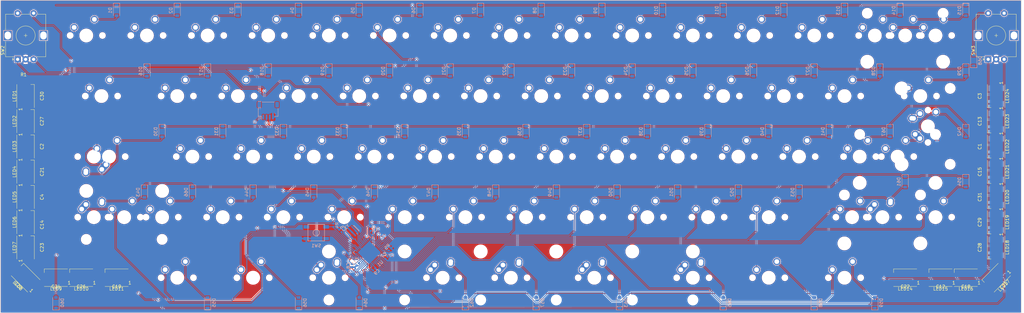
<source format=kicad_pcb>
(kicad_pcb (version 20171130) (host pcbnew "(5.1.5)-3")
  (layers (0 F.Cu signal) (31 B.Cu signal) (34 B.Paste user) (35 F.Paste user) (36 B.SilkS user) (37 F.SilkS user) (38 B.Mask user) (39 F.Mask user) (44 Edge.Cuts user))
  (net 0 "")
  (net 1 +5V)
  (net 2 2812b_data)
  (net 3 GND)
  (net 4 "Net-(D1-Pad2)")
  (net 5 "Net-(D2-Pad2)")
  (net 6 "Net-(D3-Pad2)")
  (net 7 "Net-(D4-Pad2)")
  (net 8 "Net-(C11-Pad1)")
  (net 9 D+)
  (net 10 D-)
  (net 11 "Net-(R4-Pad1)")
  (net 12 "Net-(R5-Pad2)")
  (net 13 "Net-(U1-Pad42)")
  (net 14 "Net-(D5-Pad2)")
  (net 15 "Net-(D6-Pad2)")
  (net 16 "Net-(D7-Pad2)")
  (net 17 "Net-(D8-Pad2)")
  (net 18 "Net-(D9-Pad2)")
  (net 19 "Net-(D10-Pad2)")
  (net 20 "Net-(D11-Pad2)")
  (net 21 "Net-(D12-Pad2)")
  (net 22 "Net-(D13-Pad2)")
  (net 23 "Net-(D14-Pad2)")
  (net 24 "Net-(D15-Pad2)")
  (net 25 "Net-(D16-Pad2)")
  (net 26 "Net-(D17-Pad2)")
  (net 27 "Net-(D18-Pad2)")
  (net 28 "Net-(D19-Pad2)")
  (net 29 "Net-(D20-Pad2)")
  (net 30 "Net-(D21-Pad2)")
  (net 31 "Net-(D22-Pad2)")
  (net 32 "Net-(D23-Pad2)")
  (net 33 "Net-(D24-Pad2)")
  (net 34 "Net-(D25-Pad2)")
  (net 35 "Net-(D26-Pad2)")
  (net 36 "Net-(D27-Pad2)")
  (net 37 "Net-(D28-Pad2)")
  (net 38 "Net-(D29-Pad2)")
  (net 39 "Net-(D30-Pad2)")
  (net 40 "Net-(D31-Pad2)")
  (net 41 "Net-(D32-Pad2)")
  (net 42 "Net-(D33-Pad2)")
  (net 43 "Net-(D34-Pad2)")
  (net 44 "Net-(D35-Pad2)")
  (net 45 "Net-(D36-Pad2)")
  (net 46 "Net-(D37-Pad2)")
  (net 47 "Net-(D38-Pad2)")
  (net 48 "Net-(D39-Pad2)")
  (net 49 "Net-(D40-Pad2)")
  (net 50 "Net-(D41-Pad2)")
  (net 51 "Net-(D42-Pad2)")
  (net 52 "Net-(D43-Pad2)")
  (net 53 "Net-(D44-Pad2)")
  (net 54 "Net-(D45-Pad2)")
  (net 55 "Net-(D46-Pad2)")
  (net 56 "Net-(D47-Pad2)")
  (net 57 "Net-(D48-Pad2)")
  (net 58 "Net-(D49-Pad2)")
  (net 59 "Net-(D50-Pad2)")
  (net 60 "Net-(D51-Pad2)")
  (net 61 "Net-(D52-Pad2)")
  (net 62 "Net-(D53-Pad2)")
  (net 63 "Net-(D55-Pad2)")
  (net 64 "Net-(D56-Pad2)")
  (net 65 "Net-(D57-Pad2)")
  (net 66 "Net-(D58-Pad2)")
  (net 67 "Net-(D59-Pad2)")
  (net 68 "Net-(D54-Pad2)")
  (net 69 "Net-(D60-Pad2)")
  (net 70 "Net-(LED1-Pad2)")
  (net 71 "Net-(LED1-Pad4)")
  (net 72 "Net-(LED2-Pad2)")
  (net 73 "Net-(LED3-Pad2)")
  (net 74 "Net-(LED4-Pad2)")
  (net 75 "Net-(LED5-Pad2)")
  (net 76 "Net-(LED6-Pad2)")
  (net 77 "Net-(LED7-Pad2)")
  (net 78 "Net-(LED8-Pad2)")
  (net 79 "Net-(LED10-Pad4)")
  (net 80 "Net-(LED10-Pad2)")
  (net 81 "Net-(LED11-Pad2)")
  (net 82 "Net-(LED14-Pad2)")
  (net 83 "Net-(LED15-Pad2)")
  (net 84 "Net-(LED16-Pad2)")
  (net 85 "Net-(LED17-Pad2)")
  (net 86 "Net-(LED18-Pad2)")
  (net 87 "Net-(LED19-Pad2)")
  (net 88 "Net-(MX42-Pad1)")
  (net 89 "Net-(D61-Pad2)")
  (net 90 "Net-(LED20-Pad2)")
  (net 91 "Net-(LED21-Pad2)")
  (net 92 "Net-(LED22-Pad2)")
  (net 93 "Net-(LED23-Pad2)")
  (net 94 "Net-(LED24-Pad2)")
  (net 95 "Net-(D62-Pad2)")
  (net 96 "Net-(D63-Pad2)")
  (net 97 "Net-(D64-Pad2)")
  (net 98 "Net-(D65-Pad2)")
  (net 99 "Net-(D66-Pad2)")
  (net 100 "Net-(D67-Pad2)")
  (net 101 row0)
  (net 102 row1)
  (net 103 row2)
  (net 104 row3)
  (net 105 row4)
  (net 106 "Net-(U1-Pad17)")
  (net 107 "Net-(U1-Pad16)")
  (net 108 col0)
  (net 109 col1)
  (net 110 col2)
  (net 111 col3)
  (net 112 col4)
  (net 113 col5)
  (net 114 col6)
  (net 115 col7)
  (net 116 col8)
  (net 117 col9)
  (net 118 col10)
  (net 119 col11)
  (net 120 col12)
  (net 121 col13)
  (net 122 col14)
  (net 123 Encoder1D+)
  (net 124 Encoder1D-)
  (net 125 Encoder2D-)
  (net 126 Encoder2D+)
  (net 127 "Net-(D68-Pad2)")
  (module Capacitor_SMD:C_0402_1005Metric (layer B.Cu) (at 233.757053 78.157053 135)
    (fp_text reference C5 (at 0 1.17 135) (layer B.SilkS) (effects (justify mirror)))
    (fp_text value 1uF)
    (pad 2 smd roundrect (at 0.485 0 135) (size 0.59 0.64) (layers B.Cu B.Paste B.Mask) (net 3 GND))
    (pad 1 smd roundrect (at -0.485 0 135) (size 0.59 0.64) (layers B.Cu B.Paste B.Mask) (net 1 +5V))
  )
  (module MX_Only:MXOnly-1U-NoLED (layer F.Cu) (at 234.95 73.81875)
    (fp_text reference MX46)
    (fp_text value MX-NoLED)
    (pad 2 thru_hole circle (at 2.54 -5.08) (size 2.25 2.25) (drill 1.47) (layers *.Cu B.Mask) (net 55 "Net-(D46-Pad2)"))
    (pad "" np_thru_hole circle (at 0 0) (size 3.9878 3.9878) (drill 3.9878) (layers *.Cu *.Mask))
    (pad 1 thru_hole circle (at -3.81 -2.54) (size 2.25 2.25) (drill 1.47) (layers *.Cu B.Mask) (net 112 col4))
    (pad "" np_thru_hole circle (at -5.08 0 48.0996) (size 1.75 1.75) (drill 1.75) (layers *.Cu *.Mask))
    (pad "" np_thru_hole circle (at 5.08 0 48.0996) (size 1.75 1.75) (drill 1.75) (layers *.Cu *.Mask))
  )
  (module Diode_SMD:D_SOD-123 (layer B.Cu) (at 432.7 24.55 90)
    (fp_text reference D68 (at 0 2 90) (layer B.SilkS) (effects (justify mirror)))
    (fp_text value D_Small)
    (pad 2 smd rect (at 1.65 0 90) (size 0.9 1.2) (layers B.Cu B.Paste B.Mask) (net 127 "Net-(D68-Pad2)"))
    (pad 1 smd rect (at -1.65 0 90) (size 0.9 1.2) (layers B.Cu B.Paste B.Mask) (net 102 row1))
  )
  (module Diode_SMD:D_SOD-123 (layer B.Cu) (at 144.4625 100.74375 90)
    (fp_text reference D60 (at 0 2 90) (layer B.SilkS) (effects (justify mirror)))
    (fp_text value D_Small)
    (pad 2 smd rect (at 1.65 0 90) (size 0.9 1.2) (layers B.Cu B.Paste B.Mask) (net 69 "Net-(D60-Pad2)"))
    (pad 1 smd rect (at -1.65 0 90) (size 0.9 1.2) (layers B.Cu B.Paste B.Mask) (net 105 row4))
  )
  (module Connector_JST:JST_SH_SM04B-SRSS-TB_1x04-1MP_P1.00mm_Horizontal (layer B.Cu) (at 211.1 40.3)
    (fp_text reference J1 (at 0 3.98) (layer B.SilkS) (effects (justify mirror)))
    (fp_text value USB)
    (pad MP smd roundrect (at 2.8 -1.875) (size 1.2 1.8) (layers B.Cu B.Paste B.Mask) (roundrect_rratio 0.208333))
    (pad MP smd roundrect (at -2.8 -1.875) (size 1.2 1.8) (layers B.Cu B.Paste B.Mask) (roundrect_rratio 0.208333))
    (pad 4 smd roundrect (at 1.5 2) (size 0.6 1.55) (layers B.Cu B.Paste B.Mask) (net 3 GND))
    (pad 3 smd roundrect (at 0.5 2) (size 0.6 1.55) (layers B.Cu B.Paste B.Mask) (net 9 D+))
    (pad 2 smd roundrect (at -0.5 2) (size 0.6 1.55) (layers B.Cu B.Paste B.Mask) (net 10 D-))
    (pad 1 smd roundrect (at -1.5 2) (size 0.6 1.55) (layers B.Cu B.Paste B.Mask) (net 1 +5V))
  )
  (module Capacitor_SMD:C_0402_1005Metric (layer B.Cu) (at 244.407053 90.242947 45)
    (fp_text reference C9 (at 0 1.17 45) (layer B.SilkS) (effects (justify mirror)))
    (fp_text value 1uF)
    (pad 2 smd roundrect (at 0.485 0 45) (size 0.59 0.64) (layers B.Cu B.Paste B.Mask) (net 3 GND))
    (pad 1 smd roundrect (at -0.485 0 45) (size 0.59 0.64) (layers B.Cu B.Paste B.Mask) (net 1 +5V))
  )
  (module Crystal:Resonator_SMD_muRata_CSTxExxV-3Pin_3.0x1.1mm_HandSoldering (layer B.Cu) (at 237.498528 78.601472 225)
    (fp_text reference Y1 (at 0 2.450001 225) (layer B.SilkS) (effects (justify mirror)))
    (fp_text value Resonator_Small)
    (pad 3 smd rect (at 1.2 0 225) (size 0.4 3.2) (layers B.Cu B.Paste B.Mask) (net 107 "Net-(U1-Pad16)"))
    (pad 2 smd rect (at 0 0 225) (size 0.4 3.2) (layers B.Cu B.Paste B.Mask) (net 3 GND))
    (pad 1 smd rect (at -1.2 0 225) (size 0.4 3.2) (layers B.Cu B.Paste B.Mask) (net 106 "Net-(U1-Pad17)"))
  )
  (module Capacitor_SMD:C_0402_1005Metric (layer B.Cu) (at 249.342947 83.957053 225)
    (fp_text reference R5 (at 0 1.17 45) (layer B.SilkS) (effects (justify mirror)))
    (fp_text value 10K)
    (pad 2 smd roundrect (at 0.485 0 225) (size 0.59 0.64) (layers B.Cu B.Paste B.Mask) (net 12 "Net-(R5-Pad2)"))
    (pad 1 smd roundrect (at -0.485 0 225) (size 0.59 0.64) (layers B.Cu B.Paste B.Mask) (net 3 GND))
  )
  (module Capacitor_SMD:C_0402_1005Metric (layer B.Cu) (at 231.6 76.365 90)
    (fp_text reference R4 (at 0 1.17 90) (layer B.SilkS) (effects (justify mirror)))
    (fp_text value 10K)
    (pad 2 smd roundrect (at 0.485 0 90) (size 0.59 0.64) (layers B.Cu B.Paste B.Mask) (net 1 +5V))
    (pad 1 smd roundrect (at -0.485 0 90) (size 0.59 0.64) (layers B.Cu B.Paste B.Mask) (net 11 "Net-(R4-Pad1)"))
  )
  (module Capacitor_SMD:C_0402_1005Metric (layer F.Cu) (at 134.2875 30.1625)
    (fp_text reference R1 (at 0 -1.17) (layer F.SilkS))
    (fp_text value 500ohm)
    (pad 2 smd roundrect (at 0.485 0) (size 0.59 0.64) (layers F.Cu F.Paste F.Mask) (net 2 2812b_data))
    (pad 1 smd roundrect (at -0.485 0) (size 0.59 0.64) (layers F.Cu F.Paste F.Mask) (net 71 "Net-(LED1-Pad4)"))
  )
  (module Capacitor_SMD:C_0402_1005Metric (layer F.Cu) (at 435.76875 67.46875 90)
    (fp_text reference C31 (at 0 -1.17 90) (layer F.SilkS))
    (fp_text value 104)
    (pad 2 smd roundrect (at 0.485 0 90) (size 0.59 0.64) (layers F.Cu F.Paste F.Mask) (net 1 +5V))
    (pad 1 smd roundrect (at -0.485 0 90) (size 0.59 0.64) (layers F.Cu F.Paste F.Mask) (net 3 GND))
  )
  (module Capacitor_SMD:C_0402_1005Metric (layer F.Cu) (at 138.90625 35.71875 270)
    (fp_text reference C30 (at 0 -1.17 90) (layer F.SilkS))
    (fp_text value 104)
    (pad 2 smd roundrect (at 0.485 0 270) (size 0.59 0.64) (layers F.Cu F.Paste F.Mask) (net 1 +5V))
    (pad 1 smd roundrect (at -0.485 0 270) (size 0.59 0.64) (layers F.Cu F.Paste F.Mask) (net 3 GND))
  )
  (module Capacitor_SMD:C_0402_1005Metric (layer F.Cu) (at 435.76875 75.40625 90)
    (fp_text reference C29 (at 0 -1.17 90) (layer F.SilkS))
    (fp_text value 104)
    (pad 2 smd roundrect (at 0.485 0 90) (size 0.59 0.64) (layers F.Cu F.Paste F.Mask) (net 1 +5V))
    (pad 1 smd roundrect (at -0.485 0 90) (size 0.59 0.64) (layers F.Cu F.Paste F.Mask) (net 3 GND))
  )
  (module Capacitor_SMD:C_0402_1005Metric (layer F.Cu) (at 435.76875 83.34375 90)
    (fp_text reference C28 (at 0 -1.17 90) (layer F.SilkS))
    (fp_text value 104)
    (pad 2 smd roundrect (at 0.485 0 90) (size 0.59 0.64) (layers F.Cu F.Paste F.Mask) (net 1 +5V))
    (pad 1 smd roundrect (at -0.485 0 90) (size 0.59 0.64) (layers F.Cu F.Paste F.Mask) (net 3 GND))
  )
  (module Capacitor_SMD:C_0402_1005Metric (layer F.Cu) (at 138.90625 43.65625 270)
    (fp_text reference C27 (at 0 -1.17 90) (layer F.SilkS))
    (fp_text value 104)
    (pad 2 smd roundrect (at 0.485 0 270) (size 0.59 0.64) (layers F.Cu F.Paste F.Mask) (net 1 +5V))
    (pad 1 smd roundrect (at -0.485 0 270) (size 0.59 0.64) (layers F.Cu F.Paste F.Mask) (net 3 GND))
  )
  (module Capacitor_SMD:C_0402_1005Metric (layer F.Cu) (at 152.4 96.8375)
    (fp_text reference C26 (at 0 -1.17) (layer F.SilkS))
    (fp_text value 104)
    (pad 2 smd roundrect (at 0.485 0) (size 0.59 0.64) (layers F.Cu F.Paste F.Mask) (net 1 +5V))
    (pad 1 smd roundrect (at -0.485 0) (size 0.59 0.64) (layers F.Cu F.Paste F.Mask) (net 3 GND))
  )
  (module Capacitor_SMD:C_0402_1005Metric (layer F.Cu) (at 442.9125 96.04375 45)
    (fp_text reference C25 (at 0 -1.17 45) (layer F.SilkS))
    (fp_text value 104)
    (pad 2 smd roundrect (at 0.485 0 45) (size 0.59 0.64) (layers F.Cu F.Paste F.Mask) (net 1 +5V))
    (pad 1 smd roundrect (at -0.485 0 45) (size 0.59 0.64) (layers F.Cu F.Paste F.Mask) (net 3 GND))
  )
  (module Capacitor_SMD:C_0402_1005Metric (layer F.Cu) (at 144.4625 96.8375)
    (fp_text reference C24 (at 0 -1.17) (layer F.SilkS))
    (fp_text value 104)
    (pad 2 smd roundrect (at 0.485 0) (size 0.59 0.64) (layers F.Cu F.Paste F.Mask) (net 1 +5V))
    (pad 1 smd roundrect (at -0.485 0) (size 0.59 0.64) (layers F.Cu F.Paste F.Mask) (net 3 GND))
  )
  (module Capacitor_SMD:C_0402_1005Metric (layer F.Cu) (at 138.90625 83.34375 270)
    (fp_text reference C23 (at 0 -1.17 90) (layer F.SilkS))
    (fp_text value 104)
    (pad 2 smd roundrect (at 0.485 0 270) (size 0.59 0.64) (layers F.Cu F.Paste F.Mask) (net 1 +5V))
    (pad 1 smd roundrect (at -0.485 0 270) (size 0.59 0.64) (layers F.Cu F.Paste F.Mask) (net 3 GND))
  )
  (module Capacitor_SMD:C_0402_1005Metric (layer F.Cu) (at 411.1625 96.8375)
    (fp_text reference C22 (at 0 -1.17) (layer F.SilkS))
    (fp_text value 104)
    (pad 2 smd roundrect (at 0.485 0) (size 0.59 0.64) (layers F.Cu F.Paste F.Mask) (net 1 +5V))
    (pad 1 smd roundrect (at -0.485 0) (size 0.59 0.64) (layers F.Cu F.Paste F.Mask) (net 3 GND))
  )
  (module Capacitor_SMD:C_0402_1005Metric (layer F.Cu) (at 138.90625 59.53125 270)
    (fp_text reference C21 (at 0 -1.17 90) (layer F.SilkS))
    (fp_text value 104)
    (pad 2 smd roundrect (at 0.485 0 270) (size 0.59 0.64) (layers F.Cu F.Paste F.Mask) (net 1 +5V))
    (pad 1 smd roundrect (at -0.485 0 270) (size 0.59 0.64) (layers F.Cu F.Paste F.Mask) (net 3 GND))
  )
  (module Capacitor_SMD:C_0402_1005Metric (layer F.Cu) (at 131.7625 96.04375 315)
    (fp_text reference C20 (at 0 -1.17 135) (layer F.SilkS))
    (fp_text value 104)
    (pad 2 smd roundrect (at 0.485 0 315) (size 0.59 0.64) (layers F.Cu F.Paste F.Mask) (net 1 +5V))
    (pad 1 smd roundrect (at -0.485 0 315) (size 0.59 0.64) (layers F.Cu F.Paste F.Mask) (net 3 GND))
  )
  (module Capacitor_SMD:C_0402_1005Metric (layer F.Cu) (at 163.5125 96.8375)
    (fp_text reference C19 (at 0 -1.17) (layer F.SilkS))
    (fp_text value 104)
    (pad 2 smd roundrect (at 0.485 0) (size 0.59 0.64) (layers F.Cu F.Paste F.Mask) (net 1 +5V))
    (pad 1 smd roundrect (at -0.485 0) (size 0.59 0.64) (layers F.Cu F.Paste F.Mask) (net 3 GND))
  )
  (module Capacitor_SMD:C_0402_1005Metric (layer F.Cu) (at 430.2125 96.8375)
    (fp_text reference C18 (at 0 -1.17) (layer F.SilkS))
    (fp_text value 104)
    (pad 2 smd roundrect (at 0.485 0) (size 0.59 0.64) (layers F.Cu F.Paste F.Mask) (net 1 +5V))
    (pad 1 smd roundrect (at -0.485 0) (size 0.59 0.64) (layers F.Cu F.Paste F.Mask) (net 3 GND))
  )
  (module Capacitor_SMD:C_0402_1005Metric (layer F.Cu) (at 435.76875 59.53125 90)
    (fp_text reference C15 (at 0 -1.17 90) (layer F.SilkS))
    (fp_text value 104)
    (pad 2 smd roundrect (at 0.485 0 90) (size 0.59 0.64) (layers F.Cu F.Paste F.Mask) (net 1 +5V))
    (pad 1 smd roundrect (at -0.485 0 90) (size 0.59 0.64) (layers F.Cu F.Paste F.Mask) (net 3 GND))
  )
  (module Capacitor_SMD:C_0402_1005Metric (layer F.Cu) (at 138.90625 76.2 270)
    (fp_text reference C14 (at 0 -1.17 90) (layer F.SilkS))
    (fp_text value 104)
    (pad 2 smd roundrect (at 0.485 0 270) (size 0.59 0.64) (layers F.Cu F.Paste F.Mask) (net 1 +5V))
    (pad 1 smd roundrect (at -0.485 0 270) (size 0.59 0.64) (layers F.Cu F.Paste F.Mask) (net 3 GND))
  )
  (module Capacitor_SMD:C_0402_1005Metric (layer F.Cu) (at 435.76875 43.65625 90)
    (fp_text reference C13 (at 0 -1.17 90) (layer F.SilkS))
    (fp_text value 104)
    (pad 2 smd roundrect (at 0.485 0 90) (size 0.59 0.64) (layers F.Cu F.Paste F.Mask) (net 1 +5V))
    (pad 1 smd roundrect (at -0.485 0 90) (size 0.59 0.64) (layers F.Cu F.Paste F.Mask) (net 3 GND))
  )
  (module Capacitor_SMD:C_0402_1005Metric (layer F.Cu) (at 422.275 96.8375)
    (fp_text reference C12 (at 0 -1.17) (layer F.SilkS))
    (fp_text value 104)
    (pad 2 smd roundrect (at 0.485 0) (size 0.59 0.64) (layers F.Cu F.Paste F.Mask) (net 1 +5V))
    (pad 1 smd roundrect (at -0.485 0) (size 0.59 0.64) (layers F.Cu F.Paste F.Mask) (net 3 GND))
  )
  (module Capacitor_SMD:C_0402_1005Metric (layer B.Cu) (at 239.257053 88.642947 225)
    (fp_text reference C11 (at 0 1.17 45) (layer B.SilkS) (effects (justify mirror)))
    (fp_text value 1uF)
    (pad 2 smd roundrect (at 0.485 0 225) (size 0.59 0.64) (layers B.Cu B.Paste B.Mask) (net 3 GND))
    (pad 1 smd roundrect (at -0.485 0 225) (size 0.59 0.64) (layers B.Cu B.Paste B.Mask) (net 8 "Net-(C11-Pad1)"))
  )
  (module Capacitor_SMD:C_0402_1005Metric (layer B.Cu) (at 237.45 89.065 270)
    (fp_text reference C8 (at 0 1.17 90) (layer B.SilkS) (effects (justify mirror)))
    (fp_text value 1uF)
    (pad 2 smd roundrect (at 0.485 0 270) (size 0.59 0.64) (layers B.Cu B.Paste B.Mask) (net 3 GND))
    (pad 1 smd roundrect (at -0.485 0 270) (size 0.59 0.64) (layers B.Cu B.Paste B.Mask) (net 1 +5V))
  )
  (module Capacitor_SMD:C_0402_1005Metric (layer B.Cu) (at 248.25 86.6 225)
    (fp_text reference C7 (at 0 1.17 45) (layer B.SilkS) (effects (justify mirror)))
    (fp_text value 1uF)
    (pad 2 smd roundrect (at 0.485 0 225) (size 0.59 0.64) (layers B.Cu B.Paste B.Mask) (net 3 GND))
    (pad 1 smd roundrect (at -0.485 0 225) (size 0.59 0.64) (layers B.Cu B.Paste B.Mask) (net 1 +5V))
  )
  (module Capacitor_SMD:C_0402_1005Metric (layer B.Cu) (at 243.642947 78.442947 135)
    (fp_text reference C6 (at 0 1.17 135) (layer B.SilkS) (effects (justify mirror)))
    (fp_text value 1uF)
    (pad 2 smd roundrect (at 0.485 0 135) (size 0.59 0.64) (layers B.Cu B.Paste B.Mask) (net 3 GND))
    (pad 1 smd roundrect (at -0.485 0 135) (size 0.59 0.64) (layers B.Cu B.Paste B.Mask) (net 1 +5V))
  )
  (module Capacitor_SMD:C_0402_1005Metric (layer F.Cu) (at 138.90625 67.46875 270)
    (fp_text reference C4 (at 0 -1.17 90) (layer F.SilkS))
    (fp_text value 104)
    (pad 2 smd roundrect (at 0.485 0 270) (size 0.59 0.64) (layers F.Cu F.Paste F.Mask) (net 1 +5V))
    (pad 1 smd roundrect (at -0.485 0 270) (size 0.59 0.64) (layers F.Cu F.Paste F.Mask) (net 3 GND))
  )
  (module Capacitor_SMD:C_0402_1005Metric (layer F.Cu) (at 435.76875 35.71875 90)
    (fp_text reference C3 (at 0 -1.17 90) (layer F.SilkS))
    (fp_text value 104)
    (pad 2 smd roundrect (at 0.485 0 90) (size 0.59 0.64) (layers F.Cu F.Paste F.Mask) (net 1 +5V))
    (pad 1 smd roundrect (at -0.485 0 90) (size 0.59 0.64) (layers F.Cu F.Paste F.Mask) (net 3 GND))
  )
  (module Capacitor_SMD:C_0402_1005Metric (layer F.Cu) (at 138.90625 51.59375 270)
    (fp_text reference C2 (at 0 -1.17 90) (layer F.SilkS))
    (fp_text value 104)
    (pad 2 smd roundrect (at 0.485 0 270) (size 0.59 0.64) (layers F.Cu F.Paste F.Mask) (net 1 +5V))
    (pad 1 smd roundrect (at -0.485 0 270) (size 0.59 0.64) (layers F.Cu F.Paste F.Mask) (net 3 GND))
  )
  (module Capacitor_SMD:C_0402_1005Metric (layer F.Cu) (at 435.76875 51.59375 90)
    (fp_text reference C1 (at 0 -1.17 90) (layer F.SilkS))
    (fp_text value 104)
    (pad 2 smd roundrect (at 0.485 0 90) (size 0.59 0.64) (layers F.Cu F.Paste F.Mask) (net 1 +5V))
    (pad 1 smd roundrect (at -0.485 0 90) (size 0.59 0.64) (layers F.Cu F.Paste F.Mask) (net 3 GND))
  )
  (module MX_Alps_Hybrid:MX-1.25U-NoLED (layer F.Cu) (at 156.36875 54.76875 180)
    (fp_text reference MX72)
    (fp_text value MX-NoLED)
    (pad "" np_thru_hole circle (at 5.08 0 228.0996) (size 1.75 1.75) (drill 1.75) (layers *.Cu *.Mask))
    (pad "" np_thru_hole circle (at -5.08 0 228.0996) (size 1.75 1.75) (drill 1.75) (layers *.Cu *.Mask))
    (pad 1 thru_hole circle (at -2.5 -4 180) (size 2.25 2.25) (drill 1.47) (layers *.Cu B.Mask) (net 108 col0))
    (pad "" np_thru_hole circle (at 0 0 180) (size 3.9878 3.9878) (drill 3.9878) (layers *.Cu *.Mask))
    (pad 1 thru_hole oval (at -3.81 -2.54 228.0996) (size 4.211556 2.25) (drill 1.47 (offset 0.980778 0)) (layers *.Cu B.Mask) (net 108 col0))
    (pad 2 thru_hole circle (at 2.54 -5.08 180) (size 2.25 2.25) (drill 1.47) (layers *.Cu B.Mask) (net 39 "Net-(D30-Pad2)"))
    (pad 2 thru_hole oval (at 2.5 -4.5 266.0548) (size 2.831378 2.25) (drill 1.47 (offset 0.290689 0)) (layers *.Cu B.Mask) (net 39 "Net-(D30-Pad2)"))
  )
  (module LED_SMD:LED_WS2812B_PLCC4_5.0x5.0mm_P3.2mm (layer F.Cu) (at 163.5125 92.86875 180)
    (fp_text reference LED11 (at 0 -3.5) (layer F.SilkS))
    (fp_text value WS2812B)
    (fp_text user 1 (at -4.15 -1.6) (layer F.SilkS))
    (pad 1 smd rect (at -2.45 -1.6 180) (size 1.5 1) (layers F.Cu F.Paste F.Mask) (net 1 +5V))
    (pad 2 smd rect (at -2.45 1.6 180) (size 1.5 1) (layers F.Cu F.Paste F.Mask) (net 81 "Net-(LED11-Pad2)"))
    (pad 4 smd rect (at 2.45 -1.6 180) (size 1.5 1) (layers F.Cu F.Paste F.Mask) (net 80 "Net-(LED10-Pad2)"))
    (pad 3 smd rect (at 2.45 1.6 180) (size 1.5 1) (layers F.Cu F.Paste F.Mask) (net 3 GND))
  )
  (module MX_Alps_Hybrid:MX-2.75U-NoLED (layer F.Cu) (at 404.01875 73.81875)
    (fp_text reference MX71)
    (fp_text value MX-NoLED)
    (pad "" np_thru_hole circle (at 11.938 8.255) (size 3.9878 3.9878) (drill 3.9878) (layers *.Cu *.Mask))
    (pad "" np_thru_hole circle (at -11.938 8.255) (size 3.9878 3.9878) (drill 3.9878) (layers *.Cu *.Mask))
    (pad "" np_thru_hole circle (at 11.938 -6.985) (size 3.048 3.048) (drill 3.048) (layers *.Cu *.Mask))
    (pad "" np_thru_hole circle (at -11.938 -6.985) (size 3.048 3.048) (drill 3.048) (layers *.Cu *.Mask))
    (pad "" np_thru_hole circle (at 5.08 0 48.0996) (size 1.75 1.75) (drill 1.75) (layers *.Cu *.Mask))
    (pad "" np_thru_hole circle (at -5.08 0 48.0996) (size 1.75 1.75) (drill 1.75) (layers *.Cu *.Mask))
    (pad 1 thru_hole circle (at -2.5 -4) (size 2.25 2.25) (drill 1.47) (layers *.Cu B.Mask) (net 121 col13))
    (pad "" np_thru_hole circle (at 0 0) (size 3.9878 3.9878) (drill 3.9878) (layers *.Cu *.Mask))
    (pad 1 thru_hole oval (at -3.81 -2.54 48.0996) (size 4.211556 2.25) (drill 1.47 (offset 0.980778 0)) (layers *.Cu B.Mask) (net 121 col13))
    (pad 2 thru_hole circle (at 2.54 -5.08) (size 2.25 2.25) (drill 1.47) (layers *.Cu B.Mask) (net 89 "Net-(D61-Pad2)"))
    (pad 2 thru_hole oval (at 2.5 -4.5 86.0548) (size 2.831378 2.25) (drill 1.47 (offset 0.290689 0)) (layers *.Cu B.Mask) (net 89 "Net-(D61-Pad2)"))
  )
  (module MX_Alps_Hybrid:MX-7U-ReversedStabilizers-NoLED (layer F.Cu) (at 287.3375 92.86875)
    (fp_text reference MX57)
    (fp_text value MX-NoLED)
    (pad "" np_thru_hole circle (at 57.15 -8.255) (size 3.9878 3.9878) (drill 3.9878) (layers *.Cu *.Mask))
    (pad "" np_thru_hole circle (at -57.15 -8.255) (size 3.9878 3.9878) (drill 3.9878) (layers *.Cu *.Mask))
    (pad "" np_thru_hole circle (at 57.15 6.985) (size 3.048 3.048) (drill 3.048) (layers *.Cu *.Mask))
    (pad "" np_thru_hole circle (at -57.15 6.985) (size 3.048 3.048) (drill 3.048) (layers *.Cu *.Mask))
    (pad "" np_thru_hole circle (at 5.08 0 48.0996) (size 1.75 1.75) (drill 1.75) (layers *.Cu *.Mask))
    (pad "" np_thru_hole circle (at -5.08 0 48.0996) (size 1.75 1.75) (drill 1.75) (layers *.Cu *.Mask))
    (pad 1 thru_hole circle (at -2.5 -4) (size 2.25 2.25) (drill 1.47) (layers *.Cu B.Mask) (net 115 col7))
    (pad "" np_thru_hole circle (at 0 0) (size 3.9878 3.9878) (drill 3.9878) (layers *.Cu *.Mask))
    (pad 1 thru_hole oval (at -3.81 -2.54 48.0996) (size 4.211556 2.25) (drill 1.47 (offset 0.980778 0)) (layers *.Cu B.Mask) (net 115 col7))
    (pad 2 thru_hole circle (at 2.54 -5.08) (size 2.25 2.25) (drill 1.47) (layers *.Cu B.Mask) (net 65 "Net-(D57-Pad2)"))
    (pad 2 thru_hole oval (at 2.5 -4.5 86.0548) (size 2.831378 2.25) (drill 1.47 (offset 0.290689 0)) (layers *.Cu B.Mask) (net 65 "Net-(D57-Pad2)"))
  )
  (module Rotary_Encoder:RotaryEncoder_Alps_EC12E-Switch_Vertical_H20mm (layer F.Cu) (at 132.4375 24.16875 90)
    (fp_text reference SW2 (at 2.8 -4.7 90) (layer F.SilkS))
    (fp_text value Rotary_Encoder_Switch)
    (pad A thru_hole rect (at 0 0 90) (size 2 2) (drill 1) (layers *.Cu *.Mask) (net 124 Encoder1D-))
    (pad C thru_hole circle (at 0 2.5 90) (size 2 2) (drill 1) (layers *.Cu *.Mask) (net 3 GND))
    (pad B thru_hole circle (at 0 5 90) (size 2 2) (drill 1) (layers *.Cu *.Mask) (net 123 Encoder1D+))
    (pad MP thru_hole rect (at 7.5 -3.1 90) (size 3 2.5) (drill oval 2.5 2) (layers *.Cu *.Mask))
    (pad MP thru_hole rect (at 7.5 8.1 90) (size 3 2.5) (drill oval 2.5 2) (layers *.Cu *.Mask))
    (pad S1 thru_hole circle (at 14.5 0 90) (size 2 2) (drill 1) (layers *.Cu *.Mask) (net 111 col3))
    (pad S2 thru_hole circle (at 14.5 5 90) (size 2 2) (drill 1) (layers *.Cu *.Mask) (net 69 "Net-(D60-Pad2)"))
  )
  (module MX_Alps_Hybrid:MX-ISO-NoLed (layer F.Cu) (at 418.30625 45.24375 180)
    (fp_text reference MX70)
    (fp_text value MX-NoLED)
    (pad "" np_thru_hole circle (at 8.255 -11.938 180) (size 3.9878 3.9878) (drill 3.9878) (layers *.Cu *.Mask))
    (pad "" np_thru_hole circle (at 8.255 11.938 180) (size 3.9878 3.9878) (drill 3.9878) (layers *.Cu *.Mask))
    (pad "" np_thru_hole circle (at -6.985 -11.938 180) (size 3.048 3.048) (drill 3.048) (layers *.Cu *.Mask))
    (pad "" np_thru_hole circle (at -6.985 11.938 180) (size 3.048 3.048) (drill 3.048) (layers *.Cu *.Mask))
    (pad 2 thru_hole circle (at -2.5 4.5 180) (size 2.25 2.25) (drill 1.47) (layers *.Cu B.Mask) (net 51 "Net-(D42-Pad2)"))
    (pad 1 thru_hole circle (at 2.5 4 180) (size 2.25 2.25) (drill 1.47) (layers *.Cu B.Mask) (net 122 col14))
    (pad "" np_thru_hole circle (at 0 5.08 228.0996) (size 1.7018 1.7018) (drill 1.7018) (layers *.Cu *.Mask))
    (pad "" np_thru_hole circle (at 0 -5.08 228.0996) (size 1.7018 1.7018) (drill 1.7018) (layers *.Cu *.Mask))
    (pad 2 thru_hole circle (at 4 -2.5 180) (size 2.25 2.25) (drill 1.47) (layers *.Cu B.Mask) (net 51 "Net-(D42-Pad2)"))
    (pad "" np_thru_hole circle (at 0 0 180) (size 3.9878 3.9878) (drill 3.9878) (layers *.Cu *.Mask))
    (pad 2 thru_hole oval (at 2.54 -3.81 138.1) (size 4.211556 2.25) (drill 1.47 (offset 0.980778 0)) (layers *.Cu B.Mask) (net 51 "Net-(D42-Pad2)"))
    (pad 1 thru_hole circle (at 5.08 2.54 180) (size 2.25 2.25) (drill 1.47) (layers *.Cu B.Mask) (net 122 col14))
    (pad 1 thru_hole oval (at 4.5 2.5 176.055) (size 2.831378 2.25) (drill 1.47 (offset 0.290689 0)) (layers *.Cu B.Mask) (net 122 col14))
  )
  (module MX_Only:MXOnly-1U-NoLED (layer F.Cu) (at 396.875 54.76875)
    (fp_text reference MX69)
    (fp_text value MX-NoLED)
    (pad 2 thru_hole circle (at 2.54 -5.08) (size 2.25 2.25) (drill 1.47) (layers *.Cu B.Mask) (net 100 "Net-(D67-Pad2)"))
    (pad "" np_thru_hole circle (at 0 0) (size 3.9878 3.9878) (drill 3.9878) (layers *.Cu *.Mask))
    (pad 1 thru_hole circle (at -3.81 -2.54) (size 2.25 2.25) (drill 1.47) (layers *.Cu B.Mask) (net 121 col13))
    (pad "" np_thru_hole circle (at -5.08 0 48.0996) (size 1.75 1.75) (drill 1.75) (layers *.Cu *.Mask))
    (pad "" np_thru_hole circle (at 5.08 0 48.0996) (size 1.75 1.75) (drill 1.75) (layers *.Cu *.Mask))
  )
  (module Diode_SMD:D_SOD-123 (layer B.Cu) (at 406.4 46.89375 270)
    (fp_text reference D67 (at 0 2 90) (layer B.SilkS) (effects (justify mirror)))
    (fp_text value D_Small)
    (pad 2 smd rect (at 1.65 0 270) (size 0.9 1.2) (layers B.Cu B.Paste B.Mask) (net 100 "Net-(D67-Pad2)"))
    (pad 1 smd rect (at -1.65 0 270) (size 0.9 1.2) (layers B.Cu B.Paste B.Mask) (net 103 row2))
  )
  (module Package_DFN_QFN:QFN-44-1EP_7x7mm_P0.5mm_EP5.2x5.2mm (layer B.Cu) (at 242.8875 84.93125 45)
    (fp_text reference U1 (at 0 4.82 45) (layer B.SilkS) (effects (justify mirror)))
    (fp_text value ATmega32U4-MU)
    (pad 44 smd roundrect (at -2.5 3.3375 45) (size 0.25 1.075) (layers B.Cu B.Paste B.Mask) (net 1 +5V))
    (pad 43 smd roundrect (at -2 3.3375 45) (size 0.25 1.075) (layers B.Cu B.Paste B.Mask) (net 3 GND))
    (pad 42 smd roundrect (at -1.5 3.3375 45) (size 0.25 1.075) (layers B.Cu B.Paste B.Mask) (net 13 "Net-(U1-Pad42)"))
    (pad 41 smd roundrect (at -1 3.3375 45) (size 0.25 1.075) (layers B.Cu B.Paste B.Mask) (net 120 col12))
    (pad 40 smd roundrect (at -0.5 3.3375 45) (size 0.25 1.075) (layers B.Cu B.Paste B.Mask) (net 122 col14))
    (pad 39 smd roundrect (at 0 3.3375 45) (size 0.25 1.075) (layers B.Cu B.Paste B.Mask) (net 121 col13))
    (pad 38 smd roundrect (at 0.5 3.3375 45) (size 0.25 1.075) (layers B.Cu B.Paste B.Mask) (net 119 col11))
    (pad 37 smd roundrect (at 1 3.3375 45) (size 0.25 1.075) (layers B.Cu B.Paste B.Mask) (net 118 col10))
    (pad 36 smd roundrect (at 1.5 3.3375 45) (size 0.25 1.075) (layers B.Cu B.Paste B.Mask) (net 117 col9))
    (pad 35 smd roundrect (at 2 3.3375 45) (size 0.25 1.075) (layers B.Cu B.Paste B.Mask) (net 3 GND))
    (pad 34 smd roundrect (at 2.5 3.3375 45) (size 0.25 1.075) (layers B.Cu B.Paste B.Mask) (net 1 +5V))
    (pad 33 smd roundrect (at 3.3375 2.5 45) (size 1.075 0.25) (layers B.Cu B.Paste B.Mask) (net 12 "Net-(R5-Pad2)"))
    (pad 32 smd roundrect (at 3.3375 2 45) (size 1.075 0.25) (layers B.Cu B.Paste B.Mask) (net 116 col8))
    (pad 31 smd roundrect (at 3.3375 1.5 45) (size 1.075 0.25) (layers B.Cu B.Paste B.Mask) (net 115 col7))
    (pad 30 smd roundrect (at 3.3375 1 45) (size 1.075 0.25) (layers B.Cu B.Paste B.Mask) (net 114 col6))
    (pad 29 smd roundrect (at 3.3375 0.5 45) (size 1.075 0.25) (layers B.Cu B.Paste B.Mask) (net 113 col5))
    (pad 28 smd roundrect (at 3.3375 0 45) (size 1.075 0.25) (layers B.Cu B.Paste B.Mask) (net 101 row0))
    (pad 27 smd roundrect (at 3.3375 -0.5 45) (size 1.075 0.25) (layers B.Cu B.Paste B.Mask) (net 103 row2))
    (pad 26 smd roundrect (at 3.3375 -1 45) (size 1.075 0.25) (layers B.Cu B.Paste B.Mask) (net 104 row3))
    (pad 25 smd roundrect (at 3.3375 -1.5 45) (size 1.075 0.25) (layers B.Cu B.Paste B.Mask) (net 102 row1))
    (pad 24 smd roundrect (at 3.3375 -2 45) (size 1.075 0.25) (layers B.Cu B.Paste B.Mask) (net 1 +5V))
    (pad 23 smd roundrect (at 3.3375 -2.5 45) (size 1.075 0.25) (layers B.Cu B.Paste B.Mask) (net 3 GND))
    (pad 22 smd roundrect (at 2.5 -3.3375 45) (size 0.25 1.075) (layers B.Cu B.Paste B.Mask) (net 124 Encoder1D-))
    (pad 21 smd roundrect (at 2 -3.3375 45) (size 0.25 1.075) (layers B.Cu B.Paste B.Mask) (net 105 row4))
    (pad 20 smd roundrect (at 1.5 -3.3375 45) (size 0.25 1.075) (layers B.Cu B.Paste B.Mask) (net 123 Encoder1D+))
    (pad 19 smd roundrect (at 1 -3.3375 45) (size 0.25 1.075) (layers B.Cu B.Paste B.Mask) (net 111 col3))
    (pad 18 smd roundrect (at 0.5 -3.3375 45) (size 0.25 1.075) (layers B.Cu B.Paste B.Mask) (net 112 col4))
    (pad 17 smd roundrect (at 0 -3.3375 45) (size 0.25 1.075) (layers B.Cu B.Paste B.Mask) (net 106 "Net-(U1-Pad17)"))
    (pad 16 smd roundrect (at -0.5 -3.3375 45) (size 0.25 1.075) (layers B.Cu B.Paste B.Mask) (net 107 "Net-(U1-Pad16)"))
    (pad 15 smd roundrect (at -1 -3.3375 45) (size 0.25 1.075) (layers B.Cu B.Paste B.Mask) (net 3 GND))
    (pad 14 smd roundrect (at -1.5 -3.3375 45) (size 0.25 1.075) (layers B.Cu B.Paste B.Mask) (net 1 +5V))
    (pad 13 smd roundrect (at -2 -3.3375 45) (size 0.25 1.075) (layers B.Cu B.Paste B.Mask) (net 11 "Net-(R4-Pad1)"))
    (pad 12 smd roundrect (at -2.5 -3.3375 45) (size 0.25 1.075) (layers B.Cu B.Paste B.Mask) (net 2 2812b_data))
    (pad 11 smd roundrect (at -3.3375 -2.5 45) (size 1.075 0.25) (layers B.Cu B.Paste B.Mask) (net 110 col2))
    (pad 10 smd roundrect (at -3.3375 -2 45) (size 1.075 0.25) (layers B.Cu B.Paste B.Mask) (net 109 col1))
    (pad 9 smd roundrect (at -3.3375 -1.5 45) (size 1.075 0.25) (layers B.Cu B.Paste B.Mask) (net 108 col0))
    (pad 8 smd roundrect (at -3.3375 -1 45) (size 1.075 0.25) (layers B.Cu B.Paste B.Mask) (net 125 Encoder2D-))
    (pad 7 smd roundrect (at -3.3375 -0.5 45) (size 1.075 0.25) (layers B.Cu B.Paste B.Mask) (net 1 +5V))
    (pad 6 smd roundrect (at -3.3375 0 45) (size 1.075 0.25) (layers B.Cu B.Paste B.Mask) (net 8 "Net-(C11-Pad1)"))
    (pad 5 smd roundrect (at -3.3375 0.5 45) (size 1.075 0.25) (layers B.Cu B.Paste B.Mask) (net 3 GND))
    (pad 4 smd roundrect (at -3.3375 1 45) (size 1.075 0.25) (layers B.Cu B.Paste B.Mask) (net 9 D+))
    (pad 3 smd roundrect (at -3.3375 1.5 45) (size 1.075 0.25) (layers B.Cu B.Paste B.Mask) (net 10 D-))
    (pad 2 smd roundrect (at -3.3375 2 45) (size 1.075 0.25) (layers B.Cu B.Paste B.Mask) (net 1 +5V))
    (pad 1 smd roundrect (at -3.3375 2.5 45) (size 1.075 0.25) (layers B.Cu B.Paste B.Mask) (net 126 Encoder2D+))
    (pad 45 smd roundrect (at 0 0 45) (size 5.2 5.2) (layers B.Cu B.Mask) (roundrect_rratio 0.048077) (net 3 GND))
  )
  (module MX_Only:MXOnly-1U-NoLED (layer F.Cu) (at 177.8 73.81875)
    (fp_text reference MX68)
    (fp_text value MX-NoLED)
    (pad 2 thru_hole circle (at 2.54 -5.08) (size 2.25 2.25) (drill 1.47) (layers *.Cu B.Mask) (net 99 "Net-(D66-Pad2)"))
    (pad "" np_thru_hole circle (at 0 0) (size 3.9878 3.9878) (drill 3.9878) (layers *.Cu *.Mask))
    (pad 1 thru_hole circle (at -3.81 -2.54) (size 2.25 2.25) (drill 1.47) (layers *.Cu B.Mask) (net 109 col1))
    (pad "" np_thru_hole circle (at -5.08 0 48.0996) (size 1.75 1.75) (drill 1.75) (layers *.Cu *.Mask))
    (pad "" np_thru_hole circle (at 5.08 0 48.0996) (size 1.75 1.75) (drill 1.75) (layers *.Cu *.Mask))
  )
  (module MX_Alps_Hybrid:MX-1.25U-NoLED (layer F.Cu) (at 156.36875 73.81875)
    (fp_text reference MX67)
    (fp_text value MX-NoLED)
    (pad "" np_thru_hole circle (at 5.08 0 48.0996) (size 1.75 1.75) (drill 1.75) (layers *.Cu *.Mask))
    (pad "" np_thru_hole circle (at -5.08 0 48.0996) (size 1.75 1.75) (drill 1.75) (layers *.Cu *.Mask))
    (pad 1 thru_hole circle (at -2.5 -4) (size 2.25 2.25) (drill 1.47) (layers *.Cu B.Mask) (net 108 col0))
    (pad "" np_thru_hole circle (at 0 0) (size 3.9878 3.9878) (drill 3.9878) (layers *.Cu *.Mask))
    (pad 1 thru_hole oval (at -3.81 -2.54 48.0996) (size 4.211556 2.25) (drill 1.47 (offset 0.980778 0)) (layers *.Cu B.Mask) (net 108 col0))
    (pad 2 thru_hole circle (at 2.54 -5.08) (size 2.25 2.25) (drill 1.47) (layers *.Cu B.Mask) (net 52 "Net-(D43-Pad2)"))
    (pad 2 thru_hole oval (at 2.5 -4.5 86.0548) (size 2.831378 2.25) (drill 1.47 (offset 0.290689 0)) (layers *.Cu B.Mask) (net 52 "Net-(D43-Pad2)"))
  )
  (module Diode_SMD:D_SOD-123 (layer B.Cu) (at 187.325 65.94375 270)
    (fp_text reference D66 (at 0 2 270) (layer B.SilkS) (effects (justify mirror)))
    (fp_text value D_Small)
    (pad 2 smd rect (at 1.65 0 270) (size 0.9 1.2) (layers B.Cu B.Paste B.Mask) (net 99 "Net-(D66-Pad2)"))
    (pad 1 smd rect (at -1.65 0 270) (size 0.9 1.2) (layers B.Cu B.Paste B.Mask) (net 104 row3))
  )
  (module MX_Alps_Hybrid:MX-1U-NoLED (layer F.Cu) (at 344.4875 92.86875)
    (fp_text reference MX66)
    (fp_text value MX-NoLED)
    (pad "" np_thru_hole circle (at 5.08 0 48.0996) (size 1.75 1.75) (drill 1.75) (layers *.Cu *.Mask))
    (pad "" np_thru_hole circle (at -5.08 0 48.0996) (size 1.75 1.75) (drill 1.75) (layers *.Cu *.Mask))
    (pad 1 thru_hole circle (at -2.5 -4) (size 2.25 2.25) (drill 1.47) (layers *.Cu B.Mask) (net 118 col10))
    (pad "" np_thru_hole circle (at 0 0) (size 3.9878 3.9878) (drill 3.9878) (layers *.Cu *.Mask))
    (pad 1 thru_hole oval (at -3.81 -2.54 48.0996) (size 4.211556 2.25) (drill 1.47 (offset 0.980778 0)) (layers *.Cu B.Mask) (net 118 col10))
    (pad 2 thru_hole circle (at 2.54 -5.08) (size 2.25 2.25) (drill 1.47) (layers *.Cu B.Mask) (net 98 "Net-(D65-Pad2)"))
    (pad 2 thru_hole oval (at 2.5 -4.5 86.0548) (size 2.831378 2.25) (drill 1.47 (offset 0.290689 0)) (layers *.Cu B.Mask) (net 98 "Net-(D65-Pad2)"))
  )
  (module MX_Alps_Hybrid:MX-1U-NoLED (layer F.Cu) (at 230.1875 92.86875)
    (fp_text reference MX65)
    (fp_text value MX-NoLED)
    (pad "" np_thru_hole circle (at 5.08 0 48.0996) (size 1.75 1.75) (drill 1.75) (layers *.Cu *.Mask))
    (pad "" np_thru_hole circle (at -5.08 0 48.0996) (size 1.75 1.75) (drill 1.75) (layers *.Cu *.Mask))
    (pad 1 thru_hole circle (at -2.5 -4) (size 2.25 2.25) (drill 1.47) (layers *.Cu B.Mask) (net 112 col4))
    (pad "" np_thru_hole circle (at 0 0) (size 3.9878 3.9878) (drill 3.9878) (layers *.Cu *.Mask))
    (pad 1 thru_hole oval (at -3.81 -2.54 48.0996) (size 4.211556 2.25) (drill 1.47 (offset 0.980778 0)) (layers *.Cu B.Mask) (net 112 col4))
    (pad 2 thru_hole circle (at 2.54 -5.08) (size 2.25 2.25) (drill 1.47) (layers *.Cu B.Mask) (net 97 "Net-(D64-Pad2)"))
    (pad 2 thru_hole oval (at 2.5 -4.5 86.0548) (size 2.831378 2.25) (drill 1.47 (offset 0.290689 0)) (layers *.Cu B.Mask) (net 97 "Net-(D64-Pad2)"))
  )
  (module MX_Alps_Hybrid:MX-2.25U-ReversedStabilizers-NoLED (layer F.Cu) (at 313.53125 92.86875)
    (fp_text reference MX64)
    (fp_text value MX-NoLED)
    (pad "" np_thru_hole circle (at 11.938 -8.255) (size 3.9878 3.9878) (drill 3.9878) (layers *.Cu *.Mask))
    (pad "" np_thru_hole circle (at -11.938 -8.255) (size 3.9878 3.9878) (drill 3.9878) (layers *.Cu *.Mask))
    (pad "" np_thru_hole circle (at 11.938 6.985) (size 3.048 3.048) (drill 3.048) (layers *.Cu *.Mask))
    (pad "" np_thru_hole circle (at -11.938 6.985) (size 3.048 3.048) (drill 3.048) (layers *.Cu *.Mask))
    (pad "" np_thru_hole circle (at 5.08 0 48.0996) (size 1.75 1.75) (drill 1.75) (layers *.Cu *.Mask))
    (pad "" np_thru_hole circle (at -5.08 0 48.0996) (size 1.75 1.75) (drill 1.75) (layers *.Cu *.Mask))
    (pad 1 thru_hole circle (at -2.5 -4) (size 2.25 2.25) (drill 1.47) (layers *.Cu B.Mask) (net 116 col8))
    (pad "" np_thru_hole circle (at 0 0) (size 3.9878 3.9878) (drill 3.9878) (layers *.Cu *.Mask))
    (pad 1 thru_hole oval (at -3.81 -2.54 48.0996) (size 4.211556 2.25) (drill 1.47 (offset 0.980778 0)) (layers *.Cu B.Mask) (net 116 col8))
    (pad 2 thru_hole circle (at 2.54 -5.08) (size 2.25 2.25) (drill 1.47) (layers *.Cu B.Mask) (net 96 "Net-(D63-Pad2)"))
    (pad 2 thru_hole oval (at 2.5 -4.5 86.0548) (size 2.831378 2.25) (drill 1.47 (offset 0.290689 0)) (layers *.Cu B.Mask) (net 96 "Net-(D63-Pad2)"))
  )
  (module MX_Alps_Hybrid:MX-2.75U-ReversedStabilizers-NoLED (layer F.Cu) (at 265.90625 92.86875)
    (fp_text reference MX63)
    (fp_text value MX-NoLED)
    (pad "" np_thru_hole circle (at 11.938 -8.255) (size 3.9878 3.9878) (drill 3.9878) (layers *.Cu *.Mask))
    (pad "" np_thru_hole circle (at -11.938 -8.255) (size 3.9878 3.9878) (drill 3.9878) (layers *.Cu *.Mask))
    (pad "" np_thru_hole circle (at 11.938 6.985) (size 3.048 3.048) (drill 3.048) (layers *.Cu *.Mask))
    (pad "" np_thru_hole circle (at -11.938 6.985) (size 3.048 3.048) (drill 3.048) (layers *.Cu *.Mask))
    (pad "" np_thru_hole circle (at 5.08 0 48.0996) (size 1.75 1.75) (drill 1.75) (layers *.Cu *.Mask))
    (pad "" np_thru_hole circle (at -5.08 0 48.0996) (size 1.75 1.75) (drill 1.75) (layers *.Cu *.Mask))
    (pad 1 thru_hole circle (at -2.5 -4) (size 2.25 2.25) (drill 1.47) (layers *.Cu B.Mask) (net 114 col6))
    (pad "" np_thru_hole circle (at 0 0) (size 3.9878 3.9878) (drill 3.9878) (layers *.Cu *.Mask))
    (pad 1 thru_hole oval (at -3.81 -2.54 48.0996) (size 4.211556 2.25) (drill 1.47 (offset 0.980778 0)) (layers *.Cu B.Mask) (net 114 col6))
    (pad 2 thru_hole circle (at 2.54 -5.08) (size 2.25 2.25) (drill 1.47) (layers *.Cu B.Mask) (net 95 "Net-(D62-Pad2)"))
    (pad 2 thru_hole oval (at 2.5 -4.5 86.0548) (size 2.831378 2.25) (drill 1.47 (offset 0.290689 0)) (layers *.Cu B.Mask) (net 95 "Net-(D62-Pad2)"))
  )
  (module Diode_SMD:D_SOD-123 (layer B.Cu) (at 354.0125 100.74375 90)
    (fp_text reference D65 (at 0 2 90) (layer B.SilkS) (effects (justify mirror)))
    (fp_text value D_Small)
    (pad 2 smd rect (at 1.65 0 90) (size 0.9 1.2) (layers B.Cu B.Paste B.Mask) (net 98 "Net-(D65-Pad2)"))
    (pad 1 smd rect (at -1.65 0 90) (size 0.9 1.2) (layers B.Cu B.Paste B.Mask) (net 105 row4))
  )
  (module Diode_SMD:D_SOD-123 (layer B.Cu) (at 239.7125 100.74375 90)
    (fp_text reference D64 (at 0 2 90) (layer B.SilkS) (effects (justify mirror)))
    (fp_text value D_Small)
    (pad 2 smd rect (at 1.65 0 90) (size 0.9 1.2) (layers B.Cu B.Paste B.Mask) (net 97 "Net-(D64-Pad2)"))
    (pad 1 smd rect (at -1.65 0 90) (size 0.9 1.2) (layers B.Cu B.Paste B.Mask) (net 105 row4))
  )
  (module Diode_SMD:D_SOD-123 (layer B.Cu) (at 321.46875 100.74375 90)
    (fp_text reference D63 (at 0 2 90) (layer B.SilkS) (effects (justify mirror)))
    (fp_text value D_Small)
    (pad 2 smd rect (at 1.65 0 90) (size 0.9 1.2) (layers B.Cu B.Paste B.Mask) (net 96 "Net-(D63-Pad2)"))
    (pad 1 smd rect (at -1.65 0 90) (size 0.9 1.2) (layers B.Cu B.Paste B.Mask) (net 105 row4))
  )
  (module Diode_SMD:D_SOD-123 (layer B.Cu) (at 273.05 100.74375 90)
    (fp_text reference D62 (at 0 2 90) (layer B.SilkS) (effects (justify mirror)))
    (fp_text value D_Small)
    (pad 2 smd rect (at 1.65 0 90) (size 0.9 1.2) (layers B.Cu B.Paste B.Mask) (net 95 "Net-(D62-Pad2)"))
    (pad 1 smd rect (at -1.65 0 90) (size 0.9 1.2) (layers B.Cu B.Paste B.Mask) (net 105 row4))
  )
  (module LED_SMD:LED_WS2812B_PLCC4_5.0x5.0mm_P3.2mm (layer F.Cu) (at 439.7375 35.71875 270)
    (fp_text reference LED24 (at 0 -3.5 90) (layer F.SilkS))
    (fp_text value WS2812B)
    (fp_text user 1 (at -4.15 -1.6 90) (layer F.SilkS))
    (pad 1 smd rect (at -2.45 -1.6 270) (size 1.5 1) (layers F.Cu F.Paste F.Mask) (net 1 +5V))
    (pad 2 smd rect (at -2.45 1.6 270) (size 1.5 1) (layers F.Cu F.Paste F.Mask) (net 94 "Net-(LED24-Pad2)"))
    (pad 4 smd rect (at 2.45 -1.6 270) (size 1.5 1) (layers F.Cu F.Paste F.Mask) (net 93 "Net-(LED23-Pad2)"))
    (pad 3 smd rect (at 2.45 1.6 270) (size 1.5 1) (layers F.Cu F.Paste F.Mask) (net 3 GND))
  )
  (module LED_SMD:LED_WS2812B_PLCC4_5.0x5.0mm_P3.2mm (layer F.Cu) (at 439.7375 43.65625 270)
    (fp_text reference LED23 (at 0 -3.5 90) (layer F.SilkS))
    (fp_text value WS2812B)
    (fp_text user 1 (at -4.15 -1.6 90) (layer F.SilkS))
    (pad 1 smd rect (at -2.45 -1.6 270) (size 1.5 1) (layers F.Cu F.Paste F.Mask) (net 1 +5V))
    (pad 2 smd rect (at -2.45 1.6 270) (size 1.5 1) (layers F.Cu F.Paste F.Mask) (net 93 "Net-(LED23-Pad2)"))
    (pad 4 smd rect (at 2.45 -1.6 270) (size 1.5 1) (layers F.Cu F.Paste F.Mask) (net 92 "Net-(LED22-Pad2)"))
    (pad 3 smd rect (at 2.45 1.6 270) (size 1.5 1) (layers F.Cu F.Paste F.Mask) (net 3 GND))
  )
  (module LED_SMD:LED_WS2812B_PLCC4_5.0x5.0mm_P3.2mm (layer F.Cu) (at 439.7375 51.59375 270)
    (fp_text reference LED22 (at 0 -3.5 90) (layer F.SilkS))
    (fp_text value WS2812B)
    (fp_text user 1 (at -4.15 -1.6 90) (layer F.SilkS))
    (pad 1 smd rect (at -2.45 -1.6 270) (size 1.5 1) (layers F.Cu F.Paste F.Mask) (net 1 +5V))
    (pad 2 smd rect (at -2.45 1.6 270) (size 1.5 1) (layers F.Cu F.Paste F.Mask) (net 92 "Net-(LED22-Pad2)"))
    (pad 4 smd rect (at 2.45 -1.6 270) (size 1.5 1) (layers F.Cu F.Paste F.Mask) (net 91 "Net-(LED21-Pad2)"))
    (pad 3 smd rect (at 2.45 1.6 270) (size 1.5 1) (layers F.Cu F.Paste F.Mask) (net 3 GND))
  )
  (module LED_SMD:LED_WS2812B_PLCC4_5.0x5.0mm_P3.2mm (layer F.Cu) (at 439.7375 59.53125 270)
    (fp_text reference LED21 (at 0 -3.5 90) (layer F.SilkS))
    (fp_text value WS2812B)
    (fp_text user 1 (at -4.15 -1.6 90) (layer F.SilkS))
    (pad 1 smd rect (at -2.45 -1.6 270) (size 1.5 1) (layers F.Cu F.Paste F.Mask) (net 1 +5V))
    (pad 2 smd rect (at -2.45 1.6 270) (size 1.5 1) (layers F.Cu F.Paste F.Mask) (net 91 "Net-(LED21-Pad2)"))
    (pad 4 smd rect (at 2.45 -1.6 270) (size 1.5 1) (layers F.Cu F.Paste F.Mask) (net 90 "Net-(LED20-Pad2)"))
    (pad 3 smd rect (at 2.45 1.6 270) (size 1.5 1) (layers F.Cu F.Paste F.Mask) (net 3 GND))
  )
  (module LED_SMD:LED_WS2812B_PLCC4_5.0x5.0mm_P3.2mm (layer F.Cu) (at 439.7375 67.46875 270)
    (fp_text reference LED20 (at 0 -3.5 90) (layer F.SilkS))
    (fp_text value WS2812B)
    (fp_text user 1 (at -4.15 -1.6 90) (layer F.SilkS))
    (pad 1 smd rect (at -2.45 -1.6 270) (size 1.5 1) (layers F.Cu F.Paste F.Mask) (net 1 +5V))
    (pad 2 smd rect (at -2.45 1.6 270) (size 1.5 1) (layers F.Cu F.Paste F.Mask) (net 90 "Net-(LED20-Pad2)"))
    (pad 4 smd rect (at 2.45 -1.6 270) (size 1.5 1) (layers F.Cu F.Paste F.Mask) (net 87 "Net-(LED19-Pad2)"))
    (pad 3 smd rect (at 2.45 1.6 270) (size 1.5 1) (layers F.Cu F.Paste F.Mask) (net 3 GND))
  )
  (module Rotary_Encoder:RotaryEncoder_Alps_EC12E-Switch_Vertical_H20mm (layer F.Cu) (at 437.2375 24.16875 90)
    (fp_text reference SW3 (at 2.8 -4.7 90) (layer F.SilkS))
    (fp_text value Rotary_Encoder_Switch)
    (pad S2 thru_hole circle (at 14.5 5 90) (size 2 2) (drill 1) (layers *.Cu *.Mask) (net 121 col13))
    (pad S1 thru_hole circle (at 14.5 0 90) (size 2 2) (drill 1) (layers *.Cu *.Mask) (net 127 "Net-(D68-Pad2)"))
    (pad MP thru_hole rect (at 7.5 8.1 90) (size 3 2.5) (drill oval 2.5 2) (layers *.Cu *.Mask))
    (pad MP thru_hole rect (at 7.5 -3.1 90) (size 3 2.5) (drill oval 2.5 2) (layers *.Cu *.Mask))
    (pad B thru_hole circle (at 0 5 90) (size 2 2) (drill 1) (layers *.Cu *.Mask) (net 125 Encoder2D-))
    (pad C thru_hole circle (at 0 2.5 90) (size 2 2) (drill 1) (layers *.Cu *.Mask) (net 3 GND))
    (pad A thru_hole rect (at 0 0 90) (size 2 2) (drill 1) (layers *.Cu *.Mask) (net 126 Encoder2D+))
  )
  (module MX_Only:MXOnly-2U-NoLED (layer F.Cu) (at 411.1625 16.66875)
    (fp_text reference MX62)
    (fp_text value MX-NoLED)
    (pad 2 thru_hole circle (at 2.54 -5.08) (size 2.25 2.25) (drill 1.47) (layers *.Cu B.Mask) (net 24 "Net-(D15-Pad2)"))
    (pad "" np_thru_hole circle (at 0 0) (size 3.9878 3.9878) (drill 3.9878) (layers *.Cu *.Mask))
    (pad 1 thru_hole circle (at -3.81 -2.54) (size 2.25 2.25) (drill 1.47) (layers *.Cu B.Mask) (net 122 col14))
    (pad "" np_thru_hole circle (at -5.08 0 48.0996) (size 1.75 1.75) (drill 1.75) (layers *.Cu *.Mask))
    (pad "" np_thru_hole circle (at 5.08 0 48.0996) (size 1.75 1.75) (drill 1.75) (layers *.Cu *.Mask))
    (pad "" np_thru_hole circle (at -11.90625 -6.985) (size 3.048 3.048) (drill 3.048) (layers *.Cu *.Mask))
    (pad "" np_thru_hole circle (at 11.90625 -6.985) (size 3.048 3.048) (drill 3.048) (layers *.Cu *.Mask))
    (pad "" np_thru_hole circle (at -11.90625 8.255) (size 3.9878 3.9878) (drill 3.9878) (layers *.Cu *.Mask))
    (pad "" np_thru_hole circle (at 11.90625 8.255) (size 3.9878 3.9878) (drill 3.9878) (layers *.Cu *.Mask))
  )
  (module MX_Only:MXOnly-1U-NoLED (layer F.Cu) (at 392.1125 92.86875)
    (fp_text reference MX59)
    (fp_text value MX-NoLED)
    (pad 2 thru_hole circle (at 2.54 -5.08) (size 2.25 2.25) (drill 1.47) (layers *.Cu B.Mask) (net 67 "Net-(D59-Pad2)"))
    (pad "" np_thru_hole circle (at 0 0) (size 3.9878 3.9878) (drill 3.9878) (layers *.Cu *.Mask))
    (pad 1 thru_hole circle (at -3.81 -2.54) (size 2.25 2.25) (drill 1.47) (layers *.Cu B.Mask) (net 120 col12))
    (pad "" np_thru_hole circle (at -5.08 0 48.0996) (size 1.75 1.75) (drill 1.75) (layers *.Cu *.Mask))
    (pad "" np_thru_hole circle (at 5.08 0 48.0996) (size 1.75 1.75) (drill 1.75) (layers *.Cu *.Mask))
  )
  (module MX_Only:MXOnly-1.5U-NoLED (layer F.Cu) (at 368.3 92.86875)
    (fp_text reference MX58)
    (fp_text value MX-NoLED)
    (pad 2 thru_hole circle (at 2.54 -5.08) (size 2.25 2.25) (drill 1.47) (layers *.Cu B.Mask) (net 66 "Net-(D58-Pad2)"))
    (pad "" np_thru_hole circle (at 0 0) (size 3.9878 3.9878) (drill 3.9878) (layers *.Cu *.Mask))
    (pad 1 thru_hole circle (at -3.81 -2.54) (size 2.25 2.25) (drill 1.47) (layers *.Cu B.Mask) (net 119 col11))
    (pad "" np_thru_hole circle (at -5.08 0 48.0996) (size 1.75 1.75) (drill 1.75) (layers *.Cu *.Mask))
    (pad "" np_thru_hole circle (at 5.08 0 48.0996) (size 1.75 1.75) (drill 1.75) (layers *.Cu *.Mask))
  )
  (module MX_Only:MXOnly-1.5U-NoLED (layer F.Cu) (at 206.375 92.86875)
    (fp_text reference MX56)
    (fp_text value MX-NoLED)
    (pad 2 thru_hole circle (at 2.54 -5.08) (size 2.25 2.25) (drill 1.47) (layers *.Cu B.Mask) (net 64 "Net-(D56-Pad2)"))
    (pad "" np_thru_hole circle (at 0 0) (size 3.9878 3.9878) (drill 3.9878) (layers *.Cu *.Mask))
    (pad 1 thru_hole circle (at -3.81 -2.54) (size 2.25 2.25) (drill 1.47) (layers *.Cu B.Mask) (net 110 col2))
    (pad "" np_thru_hole circle (at -5.08 0 48.0996) (size 1.75 1.75) (drill 1.75) (layers *.Cu *.Mask))
    (pad "" np_thru_hole circle (at 5.08 0 48.0996) (size 1.75 1.75) (drill 1.75) (layers *.Cu *.Mask))
  )
  (module MX_Only:MXOnly-1U-NoLED (layer F.Cu) (at 182.5625 92.86875)
    (fp_text reference MX55)
    (fp_text value MX-NoLED)
    (pad 2 thru_hole circle (at 2.54 -5.08) (size 2.25 2.25) (drill 1.47) (layers *.Cu B.Mask) (net 63 "Net-(D55-Pad2)"))
    (pad "" np_thru_hole circle (at 0 0) (size 3.9878 3.9878) (drill 3.9878) (layers *.Cu *.Mask))
    (pad 1 thru_hole circle (at -3.81 -2.54) (size 2.25 2.25) (drill 1.47) (layers *.Cu B.Mask) (net 109 col1))
    (pad "" np_thru_hole circle (at -5.08 0 48.0996) (size 1.75 1.75) (drill 1.75) (layers *.Cu *.Mask))
    (pad "" np_thru_hole circle (at 5.08 0 48.0996) (size 1.75 1.75) (drill 1.75) (layers *.Cu *.Mask))
  )
  (module MX_Only:MXOnly-1.75U-NoLED (layer F.Cu) (at 394.49375 73.81875)
    (fp_text reference MX61)
    (fp_text value MX-NoLED)
    (pad 2 thru_hole circle (at 2.54 -5.08) (size 2.25 2.25) (drill 1.47) (layers *.Cu B.Mask) (net 89 "Net-(D61-Pad2)"))
    (pad "" np_thru_hole circle (at 0 0) (size 3.9878 3.9878) (drill 3.9878) (layers *.Cu *.Mask))
    (pad 1 thru_hole circle (at -3.81 -2.54) (size 2.25 2.25) (drill 1.47) (layers *.Cu B.Mask) (net 121 col13))
    (pad "" np_thru_hole circle (at -5.08 0 48.0996) (size 1.75 1.75) (drill 1.75) (layers *.Cu *.Mask))
    (pad "" np_thru_hole circle (at 5.08 0 48.0996) (size 1.75 1.75) (drill 1.75) (layers *.Cu *.Mask))
  )
  (module MX_Only:MXOnly-1U-NoLED (layer F.Cu) (at 420.6875 73.81875)
    (fp_text reference MX54)
    (fp_text value MX-NoLED)
    (pad 2 thru_hole circle (at 2.54 -5.08) (size 2.25 2.25) (drill 1.47) (layers *.Cu B.Mask) (net 68 "Net-(D54-Pad2)"))
    (pad "" np_thru_hole circle (at 0 0) (size 3.9878 3.9878) (drill 3.9878) (layers *.Cu *.Mask))
    (pad 1 thru_hole circle (at -3.81 -2.54) (size 2.25 2.25) (drill 1.47) (layers *.Cu B.Mask) (net 122 col14))
    (pad "" np_thru_hole circle (at -5.08 0 48.0996) (size 1.75 1.75) (drill 1.75) (layers *.Cu *.Mask))
    (pad "" np_thru_hole circle (at 5.08 0 48.0996) (size 1.75 1.75) (drill 1.75) (layers *.Cu *.Mask))
  )
  (module MX_Only:MXOnly-1U-NoLED (layer F.Cu) (at 368.3 73.81875)
    (fp_text reference MX53)
    (fp_text value MX-NoLED)
    (pad 2 thru_hole circle (at 2.54 -5.08) (size 2.25 2.25) (drill 1.47) (layers *.Cu B.Mask) (net 62 "Net-(D53-Pad2)"))
    (pad "" np_thru_hole circle (at 0 0) (size 3.9878 3.9878) (drill 3.9878) (layers *.Cu *.Mask))
    (pad 1 thru_hole circle (at -3.81 -2.54) (size 2.25 2.25) (drill 1.47) (layers *.Cu B.Mask) (net 119 col11))
    (pad "" np_thru_hole circle (at -5.08 0 48.0996) (size 1.75 1.75) (drill 1.75) (layers *.Cu *.Mask))
    (pad "" np_thru_hole circle (at 5.08 0 48.0996) (size 1.75 1.75) (drill 1.75) (layers *.Cu *.Mask))
  )
  (module MX_Only:MXOnly-1U-NoLED (layer F.Cu) (at 349.25 73.81875)
    (fp_text reference MX52)
    (fp_text value MX-NoLED)
    (pad 2 thru_hole circle (at 2.54 -5.08) (size 2.25 2.25) (drill 1.47) (layers *.Cu B.Mask) (net 61 "Net-(D52-Pad2)"))
    (pad "" np_thru_hole circle (at 0 0) (size 3.9878 3.9878) (drill 3.9878) (layers *.Cu *.Mask))
    (pad 1 thru_hole circle (at -3.81 -2.54) (size 2.25 2.25) (drill 1.47) (layers *.Cu B.Mask) (net 118 col10))
    (pad "" np_thru_hole circle (at -5.08 0 48.0996) (size 1.75 1.75) (drill 1.75) (layers *.Cu *.Mask))
    (pad "" np_thru_hole circle (at 5.08 0 48.0996) (size 1.75 1.75) (drill 1.75) (layers *.Cu *.Mask))
  )
  (module MX_Only:MXOnly-1U-NoLED (layer F.Cu) (at 330.2 73.81875)
    (fp_text reference MX51)
    (fp_text value MX-NoLED)
    (pad 2 thru_hole circle (at 2.54 -5.08) (size 2.25 2.25) (drill 1.47) (layers *.Cu B.Mask) (net 60 "Net-(D51-Pad2)"))
    (pad "" np_thru_hole circle (at 0 0) (size 3.9878 3.9878) (drill 3.9878) (layers *.Cu *.Mask))
    (pad 1 thru_hole circle (at -3.81 -2.54) (size 2.25 2.25) (drill 1.47) (layers *.Cu B.Mask) (net 117 col9))
    (pad "" np_thru_hole circle (at -5.08 0 48.0996) (size 1.75 1.75) (drill 1.75) (layers *.Cu *.Mask))
    (pad "" np_thru_hole circle (at 5.08 0 48.0996) (size 1.75 1.75) (drill 1.75) (layers *.Cu *.Mask))
  )
  (module MX_Only:MXOnly-1U-NoLED (layer F.Cu) (at 311.15 73.81875)
    (fp_text reference MX50)
    (fp_text value MX-NoLED)
    (pad 2 thru_hole circle (at 2.54 -5.08) (size 2.25 2.25) (drill 1.47) (layers *.Cu B.Mask) (net 59 "Net-(D50-Pad2)"))
    (pad "" np_thru_hole circle (at 0 0) (size 3.9878 3.9878) (drill 3.9878) (layers *.Cu *.Mask))
    (pad 1 thru_hole circle (at -3.81 -2.54) (size 2.25 2.25) (drill 1.47) (layers *.Cu B.Mask) (net 116 col8))
    (pad "" np_thru_hole circle (at -5.08 0 48.0996) (size 1.75 1.75) (drill 1.75) (layers *.Cu *.Mask))
    (pad "" np_thru_hole circle (at 5.08 0 48.0996) (size 1.75 1.75) (drill 1.75) (layers *.Cu *.Mask))
  )
  (module MX_Only:MXOnly-1U-NoLED (layer F.Cu) (at 292.1 73.81875)
    (fp_text reference MX49)
    (fp_text value MX-NoLED)
    (pad 2 thru_hole circle (at 2.54 -5.08) (size 2.25 2.25) (drill 1.47) (layers *.Cu B.Mask) (net 58 "Net-(D49-Pad2)"))
    (pad "" np_thru_hole circle (at 0 0) (size 3.9878 3.9878) (drill 3.9878) (layers *.Cu *.Mask))
    (pad 1 thru_hole circle (at -3.81 -2.54) (size 2.25 2.25) (drill 1.47) (layers *.Cu B.Mask) (net 115 col7))
    (pad "" np_thru_hole circle (at -5.08 0 48.0996) (size 1.75 1.75) (drill 1.75) (layers *.Cu *.Mask))
    (pad "" np_thru_hole circle (at 5.08 0 48.0996) (size 1.75 1.75) (drill 1.75) (layers *.Cu *.Mask))
  )
  (module MX_Only:MXOnly-1U-NoLED (layer F.Cu) (at 273.05 73.81875)
    (fp_text reference MX48)
    (fp_text value MX-NoLED)
    (pad 2 thru_hole circle (at 2.54 -5.08) (size 2.25 2.25) (drill 1.47) (layers *.Cu B.Mask) (net 57 "Net-(D48-Pad2)"))
    (pad "" np_thru_hole circle (at 0 0) (size 3.9878 3.9878) (drill 3.9878) (layers *.Cu *.Mask))
    (pad 1 thru_hole circle (at -3.81 -2.54) (size 2.25 2.25) (drill 1.47) (layers *.Cu B.Mask) (net 114 col6))
    (pad "" np_thru_hole circle (at -5.08 0 48.0996) (size 1.75 1.75) (drill 1.75) (layers *.Cu *.Mask))
    (pad "" np_thru_hole circle (at 5.08 0 48.0996) (size 1.75 1.75) (drill 1.75) (layers *.Cu *.Mask))
  )
  (module MX_Only:MXOnly-1U-NoLED (layer F.Cu) (at 254 73.81875)
    (fp_text reference MX47)
    (fp_text value MX-NoLED)
    (pad 2 thru_hole circle (at 2.54 -5.08) (size 2.25 2.25) (drill 1.47) (layers *.Cu B.Mask) (net 56 "Net-(D47-Pad2)"))
    (pad "" np_thru_hole circle (at 0 0) (size 3.9878 3.9878) (drill 3.9878) (layers *.Cu *.Mask))
    (pad 1 thru_hole circle (at -3.81 -2.54) (size 2.25 2.25) (drill 1.47) (layers *.Cu B.Mask) (net 113 col5))
    (pad "" np_thru_hole circle (at -5.08 0 48.0996) (size 1.75 1.75) (drill 1.75) (layers *.Cu *.Mask))
    (pad "" np_thru_hole circle (at 5.08 0 48.0996) (size 1.75 1.75) (drill 1.75) (layers *.Cu *.Mask))
  )
  (module MX_Only:MXOnly-1U-NoLED (layer F.Cu) (at 215.9 73.81875)
    (fp_text reference MX45)
    (fp_text value MX-NoLED)
    (pad 2 thru_hole circle (at 2.54 -5.08) (size 2.25 2.25) (drill 1.47) (layers *.Cu B.Mask) (net 54 "Net-(D45-Pad2)"))
    (pad "" np_thru_hole circle (at 0 0) (size 3.9878 3.9878) (drill 3.9878) (layers *.Cu *.Mask))
    (pad 1 thru_hole circle (at -3.81 -2.54) (size 2.25 2.25) (drill 1.47) (layers *.Cu B.Mask) (net 111 col3))
    (pad "" np_thru_hole circle (at -5.08 0 48.0996) (size 1.75 1.75) (drill 1.75) (layers *.Cu *.Mask))
    (pad "" np_thru_hole circle (at 5.08 0 48.0996) (size 1.75 1.75) (drill 1.75) (layers *.Cu *.Mask))
  )
  (module MX_Only:MXOnly-1U-NoLED (layer F.Cu) (at 196.85 73.81875)
    (fp_text reference MX44)
    (fp_text value MX-NoLED)
    (pad 2 thru_hole circle (at 2.54 -5.08) (size 2.25 2.25) (drill 1.47) (layers *.Cu B.Mask) (net 53 "Net-(D44-Pad2)"))
    (pad "" np_thru_hole circle (at 0 0) (size 3.9878 3.9878) (drill 3.9878) (layers *.Cu *.Mask))
    (pad 1 thru_hole circle (at -3.81 -2.54) (size 2.25 2.25) (drill 1.47) (layers *.Cu B.Mask) (net 110 col2))
    (pad "" np_thru_hole circle (at -5.08 0 48.0996) (size 1.75 1.75) (drill 1.75) (layers *.Cu *.Mask))
    (pad "" np_thru_hole circle (at 5.08 0 48.0996) (size 1.75 1.75) (drill 1.75) (layers *.Cu *.Mask))
  )
  (module MX_Only:MXOnly-2.25U-ReversedStabilizers-NoLED (layer F.Cu) (at 165.89375 73.81875)
    (fp_text reference MX43)
    (fp_text value MX-NoLED)
    (pad 2 thru_hole circle (at 2.54 -5.08) (size 2.25 2.25) (drill 1.47) (layers *.Cu B.Mask) (net 52 "Net-(D43-Pad2)"))
    (pad "" np_thru_hole circle (at 0 0) (size 3.9878 3.9878) (drill 3.9878) (layers *.Cu *.Mask))
    (pad 1 thru_hole circle (at -3.81 -2.54) (size 2.25 2.25) (drill 1.47) (layers *.Cu B.Mask) (net 108 col0))
    (pad "" np_thru_hole circle (at -5.08 0 48.0996) (size 1.75 1.75) (drill 1.75) (layers *.Cu *.Mask))
    (pad "" np_thru_hole circle (at 5.08 0 48.0996) (size 1.75 1.75) (drill 1.75) (layers *.Cu *.Mask))
    (pad "" np_thru_hole circle (at -11.90625 6.985) (size 3.048 3.048) (drill 3.048) (layers *.Cu *.Mask))
    (pad "" np_thru_hole circle (at 11.90625 6.985) (size 3.048 3.048) (drill 3.048) (layers *.Cu *.Mask))
    (pad "" np_thru_hole circle (at -11.90625 -8.255) (size 3.9878 3.9878) (drill 3.9878) (layers *.Cu *.Mask))
    (pad "" np_thru_hole circle (at 11.90625 -8.255) (size 3.9878 3.9878) (drill 3.9878) (layers *.Cu *.Mask))
  )
  (module Diode_SMD:D_SOD-123 (layer B.Cu) (at 411.1625 62.70625 270)
    (fp_text reference D61 (at 0 2 90) (layer B.SilkS) (effects (justify mirror)))
    (fp_text value D_Small)
    (pad 2 smd rect (at 1.65 0 270) (size 0.9 1.2) (layers B.Cu B.Paste B.Mask) (net 89 "Net-(D61-Pad2)"))
    (pad 1 smd rect (at -1.65 0 270) (size 0.9 1.2) (layers B.Cu B.Paste B.Mask) (net 104 row3))
  )
  (module MX_Only:MXOnly-2.25U-NoLED (layer F.Cu) (at 408.78125 54.76875)
    (fp_text reference MX42)
    (fp_text value MX-NoLED)
    (pad 2 thru_hole circle (at 2.54 -5.08) (size 2.25 2.25) (drill 1.47) (layers *.Cu B.Mask) (net 51 "Net-(D42-Pad2)"))
    (pad "" np_thru_hole circle (at 0 0) (size 3.9878 3.9878) (drill 3.9878) (layers *.Cu *.Mask))
    (pad 1 thru_hole circle (at -3.81 -2.54) (size 2.25 2.25) (drill 1.47) (layers *.Cu B.Mask) (net 122 col14))
    (pad "" np_thru_hole circle (at -5.08 0 48.0996) (size 1.75 1.75) (drill 1.75) (layers *.Cu *.Mask))
    (pad "" np_thru_hole circle (at 5.08 0 48.0996) (size 1.75 1.75) (drill 1.75) (layers *.Cu *.Mask))
    (pad "" np_thru_hole circle (at -11.90625 -6.985) (size 3.048 3.048) (drill 3.048) (layers *.Cu *.Mask))
    (pad "" np_thru_hole circle (at 11.90625 -6.985) (size 3.048 3.048) (drill 3.048) (layers *.Cu *.Mask))
    (pad "" np_thru_hole circle (at -11.90625 8.255) (size 3.9878 3.9878) (drill 3.9878) (layers *.Cu *.Mask))
    (pad "" np_thru_hole circle (at 11.90625 8.255) (size 3.9878 3.9878) (drill 3.9878) (layers *.Cu *.Mask))
  )
  (module MX_Only:MXOnly-1U-NoLED (layer F.Cu) (at 377.825 54.76875)
    (fp_text reference MX41)
    (fp_text value MX-NoLED)
    (pad 2 thru_hole circle (at 2.54 -5.08) (size 2.25 2.25) (drill 1.47) (layers *.Cu B.Mask) (net 50 "Net-(D41-Pad2)"))
    (pad "" np_thru_hole circle (at 0 0) (size 3.9878 3.9878) (drill 3.9878) (layers *.Cu *.Mask))
    (pad 1 thru_hole circle (at -3.81 -2.54) (size 2.25 2.25) (drill 1.47) (layers *.Cu B.Mask) (net 119 col11))
    (pad "" np_thru_hole circle (at -5.08 0 48.0996) (size 1.75 1.75) (drill 1.75) (layers *.Cu *.Mask))
    (pad "" np_thru_hole circle (at 5.08 0 48.0996) (size 1.75 1.75) (drill 1.75) (layers *.Cu *.Mask))
  )
  (module MX_Only:MXOnly-1U-NoLED (layer F.Cu) (at 358.775 54.76875)
    (fp_text reference MX40)
    (fp_text value MX-NoLED)
    (pad 2 thru_hole circle (at 2.54 -5.08) (size 2.25 2.25) (drill 1.47) (layers *.Cu B.Mask) (net 49 "Net-(D40-Pad2)"))
    (pad "" np_thru_hole circle (at 0 0) (size 3.9878 3.9878) (drill 3.9878) (layers *.Cu *.Mask))
    (pad 1 thru_hole circle (at -3.81 -2.54) (size 2.25 2.25) (drill 1.47) (layers *.Cu B.Mask) (net 118 col10))
    (pad "" np_thru_hole circle (at -5.08 0 48.0996) (size 1.75 1.75) (drill 1.75) (layers *.Cu *.Mask))
    (pad "" np_thru_hole circle (at 5.08 0 48.0996) (size 1.75 1.75) (drill 1.75) (layers *.Cu *.Mask))
  )
  (module MX_Only:MXOnly-1U-NoLED (layer F.Cu) (at 339.725 54.76875)
    (fp_text reference MX39)
    (fp_text value MX-NoLED)
    (pad 2 thru_hole circle (at 2.54 -5.08) (size 2.25 2.25) (drill 1.47) (layers *.Cu B.Mask) (net 48 "Net-(D39-Pad2)"))
    (pad "" np_thru_hole circle (at 0 0) (size 3.9878 3.9878) (drill 3.9878) (layers *.Cu *.Mask))
    (pad 1 thru_hole circle (at -3.81 -2.54) (size 2.25 2.25) (drill 1.47) (layers *.Cu B.Mask) (net 117 col9))
    (pad "" np_thru_hole circle (at -5.08 0 48.0996) (size 1.75 1.75) (drill 1.75) (layers *.Cu *.Mask))
    (pad "" np_thru_hole circle (at 5.08 0 48.0996) (size 1.75 1.75) (drill 1.75) (layers *.Cu *.Mask))
  )
  (module MX_Only:MXOnly-1U-NoLED (layer F.Cu) (at 320.675 54.76875)
    (fp_text reference MX38)
    (fp_text value MX-NoLED)
    (pad 2 thru_hole circle (at 2.54 -5.08) (size 2.25 2.25) (drill 1.47) (layers *.Cu B.Mask) (net 47 "Net-(D38-Pad2)"))
    (pad "" np_thru_hole circle (at 0 0) (size 3.9878 3.9878) (drill 3.9878) (layers *.Cu *.Mask))
    (pad 1 thru_hole circle (at -3.81 -2.54) (size 2.25 2.25) (drill 1.47) (layers *.Cu B.Mask) (net 116 col8))
    (pad "" np_thru_hole circle (at -5.08 0 48.0996) (size 1.75 1.75) (drill 1.75) (layers *.Cu *.Mask))
    (pad "" np_thru_hole circle (at 5.08 0 48.0996) (size 1.75 1.75) (drill 1.75) (layers *.Cu *.Mask))
  )
  (module MX_Only:MXOnly-1U-NoLED (layer F.Cu) (at 301.625 54.76875)
    (fp_text reference MX37)
    (fp_text value MX-NoLED)
    (pad 2 thru_hole circle (at 2.54 -5.08) (size 2.25 2.25) (drill 1.47) (layers *.Cu B.Mask) (net 46 "Net-(D37-Pad2)"))
    (pad "" np_thru_hole circle (at 0 0) (size 3.9878 3.9878) (drill 3.9878) (layers *.Cu *.Mask))
    (pad 1 thru_hole circle (at -3.81 -2.54) (size 2.25 2.25) (drill 1.47) (layers *.Cu B.Mask) (net 115 col7))
    (pad "" np_thru_hole circle (at -5.08 0 48.0996) (size 1.75 1.75) (drill 1.75) (layers *.Cu *.Mask))
    (pad "" np_thru_hole circle (at 5.08 0 48.0996) (size 1.75 1.75) (drill 1.75) (layers *.Cu *.Mask))
  )
  (module MX_Only:MXOnly-1U-NoLED (layer F.Cu) (at 282.575 54.76875)
    (fp_text reference MX36)
    (fp_text value MX-NoLED)
    (pad 2 thru_hole circle (at 2.54 -5.08) (size 2.25 2.25) (drill 1.47) (layers *.Cu B.Mask) (net 45 "Net-(D36-Pad2)"))
    (pad "" np_thru_hole circle (at 0 0) (size 3.9878 3.9878) (drill 3.9878) (layers *.Cu *.Mask))
    (pad 1 thru_hole circle (at -3.81 -2.54) (size 2.25 2.25) (drill 1.47) (layers *.Cu B.Mask) (net 114 col6))
    (pad "" np_thru_hole circle (at -5.08 0 48.0996) (size 1.75 1.75) (drill 1.75) (layers *.Cu *.Mask))
    (pad "" np_thru_hole circle (at 5.08 0 48.0996) (size 1.75 1.75) (drill 1.75) (layers *.Cu *.Mask))
  )
  (module MX_Only:MXOnly-1U-NoLED (layer F.Cu) (at 263.525 54.76875)
    (fp_text reference MX35)
    (fp_text value MX-NoLED)
    (pad 2 thru_hole circle (at 2.54 -5.08) (size 2.25 2.25) (drill 1.47) (layers *.Cu B.Mask) (net 44 "Net-(D35-Pad2)"))
    (pad "" np_thru_hole circle (at 0 0) (size 3.9878 3.9878) (drill 3.9878) (layers *.Cu *.Mask))
    (pad 1 thru_hole circle (at -3.81 -2.54) (size 2.25 2.25) (drill 1.47) (layers *.Cu B.Mask) (net 113 col5))
    (pad "" np_thru_hole circle (at -5.08 0 48.0996) (size 1.75 1.75) (drill 1.75) (layers *.Cu *.Mask))
    (pad "" np_thru_hole circle (at 5.08 0 48.0996) (size 1.75 1.75) (drill 1.75) (layers *.Cu *.Mask))
  )
  (module MX_Only:MXOnly-1U-NoLED (layer F.Cu) (at 244.475 54.76875)
    (fp_text reference MX34)
    (fp_text value MX-NoLED)
    (pad 2 thru_hole circle (at 2.54 -5.08) (size 2.25 2.25) (drill 1.47) (layers *.Cu B.Mask) (net 43 "Net-(D34-Pad2)"))
    (pad "" np_thru_hole circle (at 0 0) (size 3.9878 3.9878) (drill 3.9878) (layers *.Cu *.Mask))
    (pad 1 thru_hole circle (at -3.81 -2.54) (size 2.25 2.25) (drill 1.47) (layers *.Cu B.Mask) (net 112 col4))
    (pad "" np_thru_hole circle (at -5.08 0 48.0996) (size 1.75 1.75) (drill 1.75) (layers *.Cu *.Mask))
    (pad "" np_thru_hole circle (at 5.08 0 48.0996) (size 1.75 1.75) (drill 1.75) (layers *.Cu *.Mask))
  )
  (module MX_Only:MXOnly-1U-NoLED (layer F.Cu) (at 225.425 54.76875)
    (fp_text reference MX33)
    (fp_text value MX-NoLED)
    (pad 2 thru_hole circle (at 2.54 -5.08) (size 2.25 2.25) (drill 1.47) (layers *.Cu B.Mask) (net 42 "Net-(D33-Pad2)"))
    (pad "" np_thru_hole circle (at 0 0) (size 3.9878 3.9878) (drill 3.9878) (layers *.Cu *.Mask))
    (pad 1 thru_hole circle (at -3.81 -2.54) (size 2.25 2.25) (drill 1.47) (layers *.Cu B.Mask) (net 111 col3))
    (pad "" np_thru_hole circle (at -5.08 0 48.0996) (size 1.75 1.75) (drill 1.75) (layers *.Cu *.Mask))
    (pad "" np_thru_hole circle (at 5.08 0 48.0996) (size 1.75 1.75) (drill 1.75) (layers *.Cu *.Mask))
  )
  (module MX_Only:MXOnly-1U-NoLED (layer F.Cu) (at 206.375 54.76875)
    (fp_text reference MX32)
    (fp_text value MX-NoLED)
    (pad 2 thru_hole circle (at 2.54 -5.08) (size 2.25 2.25) (drill 1.47) (layers *.Cu B.Mask) (net 41 "Net-(D32-Pad2)"))
    (pad "" np_thru_hole circle (at 0 0) (size 3.9878 3.9878) (drill 3.9878) (layers *.Cu *.Mask))
    (pad 1 thru_hole circle (at -3.81 -2.54) (size 2.25 2.25) (drill 1.47) (layers *.Cu B.Mask) (net 110 col2))
    (pad "" np_thru_hole circle (at -5.08 0 48.0996) (size 1.75 1.75) (drill 1.75) (layers *.Cu *.Mask))
    (pad "" np_thru_hole circle (at 5.08 0 48.0996) (size 1.75 1.75) (drill 1.75) (layers *.Cu *.Mask))
  )
  (module MX_Only:MXOnly-1U-NoLED (layer F.Cu) (at 187.325 54.76875)
    (fp_text reference MX31)
    (fp_text value MX-NoLED)
    (pad 2 thru_hole circle (at 2.54 -5.08) (size 2.25 2.25) (drill 1.47) (layers *.Cu B.Mask) (net 40 "Net-(D31-Pad2)"))
    (pad "" np_thru_hole circle (at 0 0) (size 3.9878 3.9878) (drill 3.9878) (layers *.Cu *.Mask))
    (pad 1 thru_hole circle (at -3.81 -2.54) (size 2.25 2.25) (drill 1.47) (layers *.Cu B.Mask) (net 109 col1))
    (pad "" np_thru_hole circle (at -5.08 0 48.0996) (size 1.75 1.75) (drill 1.75) (layers *.Cu *.Mask))
    (pad "" np_thru_hole circle (at 5.08 0 48.0996) (size 1.75 1.75) (drill 1.75) (layers *.Cu *.Mask))
  )
  (module MX_Only:MXOnly-1.75U-NoLED (layer F.Cu) (at 161.13125 54.76875)
    (fp_text reference MX30)
    (fp_text value MX-NoLED)
    (pad 2 thru_hole circle (at 2.54 -5.08) (size 2.25 2.25) (drill 1.47) (layers *.Cu B.Mask) (net 39 "Net-(D30-Pad2)"))
    (pad "" np_thru_hole circle (at 0 0) (size 3.9878 3.9878) (drill 3.9878) (layers *.Cu *.Mask))
    (pad 1 thru_hole circle (at -3.81 -2.54) (size 2.25 2.25) (drill 1.47) (layers *.Cu B.Mask) (net 108 col0))
    (pad "" np_thru_hole circle (at -5.08 0 48.0996) (size 1.75 1.75) (drill 1.75) (layers *.Cu *.Mask))
    (pad "" np_thru_hole circle (at 5.08 0 48.0996) (size 1.75 1.75) (drill 1.75) (layers *.Cu *.Mask))
  )
  (module MX_Only:MXOnly-1.5U-NoLED (layer F.Cu) (at 415.925 35.71875)
    (fp_text reference MX29)
    (fp_text value MX-NoLED)
    (pad 2 thru_hole circle (at 2.54 -5.08) (size 2.25 2.25) (drill 1.47) (layers *.Cu B.Mask) (net 38 "Net-(D29-Pad2)"))
    (pad "" np_thru_hole circle (at 0 0) (size 3.9878 3.9878) (drill 3.9878) (layers *.Cu *.Mask))
    (pad 1 thru_hole circle (at -3.81 -2.54) (size 2.25 2.25) (drill 1.47) (layers *.Cu B.Mask) (net 122 col14))
    (pad "" np_thru_hole circle (at -5.08 0 48.0996) (size 1.75 1.75) (drill 1.75) (layers *.Cu *.Mask))
    (pad "" np_thru_hole circle (at 5.08 0 48.0996) (size 1.75 1.75) (drill 1.75) (layers *.Cu *.Mask))
  )
  (module MX_Only:MXOnly-1U-NoLED (layer F.Cu) (at 392.1125 35.71875)
    (fp_text reference MX28)
    (fp_text value MX-NoLED)
    (pad 2 thru_hole circle (at 2.54 -5.08) (size 2.25 2.25) (drill 1.47) (layers *.Cu B.Mask) (net 37 "Net-(D28-Pad2)"))
    (pad "" np_thru_hole circle (at 0 0) (size 3.9878 3.9878) (drill 3.9878) (layers *.Cu *.Mask))
    (pad 1 thru_hole circle (at -3.81 -2.54) (size 2.25 2.25) (drill 1.47) (layers *.Cu B.Mask) (net 120 col12))
    (pad "" np_thru_hole circle (at -5.08 0 48.0996) (size 1.75 1.75) (drill 1.75) (layers *.Cu *.Mask))
    (pad "" np_thru_hole circle (at 5.08 0 48.0996) (size 1.75 1.75) (drill 1.75) (layers *.Cu *.Mask))
  )
  (module MX_Only:MXOnly-1U-NoLED (layer F.Cu) (at 373.0625 35.71875)
    (fp_text reference MX27)
    (fp_text value MX-NoLED)
    (pad 2 thru_hole circle (at 2.54 -5.08) (size 2.25 2.25) (drill 1.47) (layers *.Cu B.Mask) (net 36 "Net-(D27-Pad2)"))
    (pad "" np_thru_hole circle (at 0 0) (size 3.9878 3.9878) (drill 3.9878) (layers *.Cu *.Mask))
    (pad 1 thru_hole circle (at -3.81 -2.54) (size 2.25 2.25) (drill 1.47) (layers *.Cu B.Mask) (net 119 col11))
    (pad "" np_thru_hole circle (at -5.08 0 48.0996) (size 1.75 1.75) (drill 1.75) (layers *.Cu *.Mask))
    (pad "" np_thru_hole circle (at 5.08 0 48.0996) (size 1.75 1.75) (drill 1.75) (layers *.Cu *.Mask))
  )
  (module MX_Only:MXOnly-1U-NoLED (layer F.Cu) (at 354.0125 35.71875)
    (fp_text reference MX26)
    (fp_text value MX-NoLED)
    (pad 2 thru_hole circle (at 2.54 -5.08) (size 2.25 2.25) (drill 1.47) (layers *.Cu B.Mask) (net 35 "Net-(D26-Pad2)"))
    (pad "" np_thru_hole circle (at 0 0) (size 3.9878 3.9878) (drill 3.9878) (layers *.Cu *.Mask))
    (pad 1 thru_hole circle (at -3.81 -2.54) (size 2.25 2.25) (drill 1.47) (layers *.Cu B.Mask) (net 118 col10))
    (pad "" np_thru_hole circle (at -5.08 0 48.0996) (size 1.75 1.75) (drill 1.75) (layers *.Cu *.Mask))
    (pad "" np_thru_hole circle (at 5.08 0 48.0996) (size 1.75 1.75) (drill 1.75) (layers *.Cu *.Mask))
  )
  (module MX_Only:MXOnly-1U-NoLED (layer F.Cu) (at 334.9625 35.71875)
    (fp_text reference MX25)
    (fp_text value MX-NoLED)
    (pad 2 thru_hole circle (at 2.54 -5.08) (size 2.25 2.25) (drill 1.47) (layers *.Cu B.Mask) (net 34 "Net-(D25-Pad2)"))
    (pad "" np_thru_hole circle (at 0 0) (size 3.9878 3.9878) (drill 3.9878) (layers *.Cu *.Mask))
    (pad 1 thru_hole circle (at -3.81 -2.54) (size 2.25 2.25) (drill 1.47) (layers *.Cu B.Mask) (net 117 col9))
    (pad "" np_thru_hole circle (at -5.08 0 48.0996) (size 1.75 1.75) (drill 1.75) (layers *.Cu *.Mask))
    (pad "" np_thru_hole circle (at 5.08 0 48.0996) (size 1.75 1.75) (drill 1.75) (layers *.Cu *.Mask))
  )
  (module MX_Only:MXOnly-1U-NoLED (layer F.Cu) (at 315.9125 35.71875)
    (fp_text reference MX24)
    (fp_text value MX-NoLED)
    (pad 2 thru_hole circle (at 2.54 -5.08) (size 2.25 2.25) (drill 1.47) (layers *.Cu B.Mask) (net 33 "Net-(D24-Pad2)"))
    (pad "" np_thru_hole circle (at 0 0) (size 3.9878 3.9878) (drill 3.9878) (layers *.Cu *.Mask))
    (pad 1 thru_hole circle (at -3.81 -2.54) (size 2.25 2.25) (drill 1.47) (layers *.Cu B.Mask) (net 116 col8))
    (pad "" np_thru_hole circle (at -5.08 0 48.0996) (size 1.75 1.75) (drill 1.75) (layers *.Cu *.Mask))
    (pad "" np_thru_hole circle (at 5.08 0 48.0996) (size 1.75 1.75) (drill 1.75) (layers *.Cu *.Mask))
  )
  (module MX_Only:MXOnly-1U-NoLED (layer F.Cu) (at 296.8625 35.71875)
    (fp_text reference MX23)
    (fp_text value MX-NoLED)
    (pad 2 thru_hole circle (at 2.54 -5.08) (size 2.25 2.25) (drill 1.47) (layers *.Cu B.Mask) (net 32 "Net-(D23-Pad2)"))
    (pad "" np_thru_hole circle (at 0 0) (size 3.9878 3.9878) (drill 3.9878) (layers *.Cu *.Mask))
    (pad 1 thru_hole circle (at -3.81 -2.54) (size 2.25 2.25) (drill 1.47) (layers *.Cu B.Mask) (net 115 col7))
    (pad "" np_thru_hole circle (at -5.08 0 48.0996) (size 1.75 1.75) (drill 1.75) (layers *.Cu *.Mask))
    (pad "" np_thru_hole circle (at 5.08 0 48.0996) (size 1.75 1.75) (drill 1.75) (layers *.Cu *.Mask))
  )
  (module MX_Only:MXOnly-1U-NoLED (layer F.Cu) (at 277.8125 35.71875)
    (fp_text reference MX22)
    (fp_text value MX-NoLED)
    (pad 2 thru_hole circle (at 2.54 -5.08) (size 2.25 2.25) (drill 1.47) (layers *.Cu B.Mask) (net 31 "Net-(D22-Pad2)"))
    (pad "" np_thru_hole circle (at 0 0) (size 3.9878 3.9878) (drill 3.9878) (layers *.Cu *.Mask))
    (pad 1 thru_hole circle (at -3.81 -2.54) (size 2.25 2.25) (drill 1.47) (layers *.Cu B.Mask) (net 114 col6))
    (pad "" np_thru_hole circle (at -5.08 0 48.0996) (size 1.75 1.75) (drill 1.75) (layers *.Cu *.Mask))
    (pad "" np_thru_hole circle (at 5.08 0 48.0996) (size 1.75 1.75) (drill 1.75) (layers *.Cu *.Mask))
  )
  (module MX_Only:MXOnly-1U-NoLED (layer F.Cu) (at 258.7625 35.71875)
    (fp_text reference MX21)
    (fp_text value MX-NoLED)
    (pad 2 thru_hole circle (at 2.54 -5.08) (size 2.25 2.25) (drill 1.47) (layers *.Cu B.Mask) (net 30 "Net-(D21-Pad2)"))
    (pad "" np_thru_hole circle (at 0 0) (size 3.9878 3.9878) (drill 3.9878) (layers *.Cu *.Mask))
    (pad 1 thru_hole circle (at -3.81 -2.54) (size 2.25 2.25) (drill 1.47) (layers *.Cu B.Mask) (net 113 col5))
    (pad "" np_thru_hole circle (at -5.08 0 48.0996) (size 1.75 1.75) (drill 1.75) (layers *.Cu *.Mask))
    (pad "" np_thru_hole circle (at 5.08 0 48.0996) (size 1.75 1.75) (drill 1.75) (layers *.Cu *.Mask))
  )
  (module MX_Only:MXOnly-1U-NoLED (layer F.Cu) (at 239.7125 35.71875)
    (fp_text reference MX20)
    (fp_text value MX-NoLED)
    (pad 2 thru_hole circle (at 2.54 -5.08) (size 2.25 2.25) (drill 1.47) (layers *.Cu B.Mask) (net 29 "Net-(D20-Pad2)"))
    (pad "" np_thru_hole circle (at 0 0) (size 3.9878 3.9878) (drill 3.9878) (layers *.Cu *.Mask))
    (pad 1 thru_hole circle (at -3.81 -2.54) (size 2.25 2.25) (drill 1.47) (layers *.Cu B.Mask) (net 112 col4))
    (pad "" np_thru_hole circle (at -5.08 0 48.0996) (size 1.75 1.75) (drill 1.75) (layers *.Cu *.Mask))
    (pad "" np_thru_hole circle (at 5.08 0 48.0996) (size 1.75 1.75) (drill 1.75) (layers *.Cu *.Mask))
  )
  (module MX_Only:MXOnly-1U-NoLED (layer F.Cu) (at 220.6625 35.71875)
    (fp_text reference MX19)
    (fp_text value MX-NoLED)
    (pad 2 thru_hole circle (at 2.54 -5.08) (size 2.25 2.25) (drill 1.47) (layers *.Cu B.Mask) (net 28 "Net-(D19-Pad2)"))
    (pad "" np_thru_hole circle (at 0 0) (size 3.9878 3.9878) (drill 3.9878) (layers *.Cu *.Mask))
    (pad 1 thru_hole circle (at -3.81 -2.54) (size 2.25 2.25) (drill 1.47) (layers *.Cu B.Mask) (net 111 col3))
    (pad "" np_thru_hole circle (at -5.08 0 48.0996) (size 1.75 1.75) (drill 1.75) (layers *.Cu *.Mask))
    (pad "" np_thru_hole circle (at 5.08 0 48.0996) (size 1.75 1.75) (drill 1.75) (layers *.Cu *.Mask))
  )
  (module MX_Only:MXOnly-1U-NoLED (layer F.Cu) (at 201.6125 35.71875)
    (fp_text reference MX18)
    (fp_text value MX-NoLED)
    (pad 2 thru_hole circle (at 2.54 -5.08) (size 2.25 2.25) (drill 1.47) (layers *.Cu B.Mask) (net 27 "Net-(D18-Pad2)"))
    (pad "" np_thru_hole circle (at 0 0) (size 3.9878 3.9878) (drill 3.9878) (layers *.Cu *.Mask))
    (pad 1 thru_hole circle (at -3.81 -2.54) (size 2.25 2.25) (drill 1.47) (layers *.Cu B.Mask) (net 110 col2))
    (pad "" np_thru_hole circle (at -5.08 0 48.0996) (size 1.75 1.75) (drill 1.75) (layers *.Cu *.Mask))
    (pad "" np_thru_hole circle (at 5.08 0 48.0996) (size 1.75 1.75) (drill 1.75) (layers *.Cu *.Mask))
  )
  (module MX_Only:MXOnly-1U-NoLED (layer F.Cu) (at 182.5625 35.71875)
    (fp_text reference MX17)
    (fp_text value MX-NoLED)
    (pad 2 thru_hole circle (at 2.54 -5.08) (size 2.25 2.25) (drill 1.47) (layers *.Cu B.Mask) (net 26 "Net-(D17-Pad2)"))
    (pad "" np_thru_hole circle (at 0 0) (size 3.9878 3.9878) (drill 3.9878) (layers *.Cu *.Mask))
    (pad 1 thru_hole circle (at -3.81 -2.54) (size 2.25 2.25) (drill 1.47) (layers *.Cu B.Mask) (net 109 col1))
    (pad "" np_thru_hole circle (at -5.08 0 48.0996) (size 1.75 1.75) (drill 1.75) (layers *.Cu *.Mask))
    (pad "" np_thru_hole circle (at 5.08 0 48.0996) (size 1.75 1.75) (drill 1.75) (layers *.Cu *.Mask))
  )
  (module MX_Only:MXOnly-1.5U-NoLED (layer F.Cu) (at 158.75 35.71875)
    (fp_text reference MX16)
    (fp_text value MX-NoLED)
    (pad 2 thru_hole circle (at 2.54 -5.08) (size 2.25 2.25) (drill 1.47) (layers *.Cu B.Mask) (net 25 "Net-(D16-Pad2)"))
    (pad "" np_thru_hole circle (at 0 0) (size 3.9878 3.9878) (drill 3.9878) (layers *.Cu *.Mask))
    (pad 1 thru_hole circle (at -3.81 -2.54) (size 2.25 2.25) (drill 1.47) (layers *.Cu B.Mask) (net 108 col0))
    (pad "" np_thru_hole circle (at -5.08 0 48.0996) (size 1.75 1.75) (drill 1.75) (layers *.Cu *.Mask))
    (pad "" np_thru_hole circle (at 5.08 0 48.0996) (size 1.75 1.75) (drill 1.75) (layers *.Cu *.Mask))
  )
  (module random-keyboard-parts:SKQG-1155865 (layer B.Cu) (at 226.2 78.7 180)
    (fp_text reference SW1 (at 0 -4.064) (layer B.SilkS) (effects (justify mirror)))
    (fp_text value SW_Push)
    (pad 4 smd rect (at -3.1 -1.85 180) (size 1.8 1.1) (layers B.Cu B.Paste B.Mask))
    (pad 3 smd rect (at 3.1 1.85 180) (size 1.8 1.1) (layers B.Cu B.Paste B.Mask))
    (pad 2 smd rect (at -3.1 1.85 180) (size 1.8 1.1) (layers B.Cu B.Paste B.Mask) (net 11 "Net-(R4-Pad1)"))
    (pad 1 smd rect (at 3.1 -1.85 180) (size 1.8 1.1) (layers B.Cu B.Paste B.Mask) (net 3 GND))
  )
  (module MX_Only:MXOnly-1U-NoLED (layer F.Cu) (at 420.6875 16.66875)
    (fp_text reference MX15)
    (fp_text value MX-NoLED)
    (pad 2 thru_hole circle (at 2.54 -5.08) (size 2.25 2.25) (drill 1.47) (layers *.Cu B.Mask) (net 24 "Net-(D15-Pad2)"))
    (pad "" np_thru_hole circle (at 0 0) (size 3.9878 3.9878) (drill 3.9878) (layers *.Cu *.Mask))
    (pad 1 thru_hole circle (at -3.81 -2.54) (size 2.25 2.25) (drill 1.47) (layers *.Cu B.Mask) (net 122 col14))
    (pad "" np_thru_hole circle (at -5.08 0 48.0996) (size 1.75 1.75) (drill 1.75) (layers *.Cu *.Mask))
    (pad "" np_thru_hole circle (at 5.08 0 48.0996) (size 1.75 1.75) (drill 1.75) (layers *.Cu *.Mask))
  )
  (module MX_Only:MXOnly-1U-NoLED (layer F.Cu) (at 401.6375 16.66875)
    (fp_text reference MX14)
    (fp_text value MX-NoLED)
    (pad 2 thru_hole circle (at 2.54 -5.08) (size 2.25 2.25) (drill 1.47) (layers *.Cu B.Mask) (net 23 "Net-(D14-Pad2)"))
    (pad "" np_thru_hole circle (at 0 0) (size 3.9878 3.9878) (drill 3.9878) (layers *.Cu *.Mask))
    (pad 1 thru_hole circle (at -3.81 -2.54) (size 2.25 2.25) (drill 1.47) (layers *.Cu B.Mask) (net 121 col13))
    (pad "" np_thru_hole circle (at -5.08 0 48.0996) (size 1.75 1.75) (drill 1.75) (layers *.Cu *.Mask))
    (pad "" np_thru_hole circle (at 5.08 0 48.0996) (size 1.75 1.75) (drill 1.75) (layers *.Cu *.Mask))
  )
  (module MX_Only:MXOnly-1U-NoLED (layer F.Cu) (at 382.5875 16.66875)
    (fp_text reference MX13)
    (fp_text value MX-NoLED)
    (pad 2 thru_hole circle (at 2.54 -5.08) (size 2.25 2.25) (drill 1.47) (layers *.Cu B.Mask) (net 22 "Net-(D13-Pad2)"))
    (pad "" np_thru_hole circle (at 0 0) (size 3.9878 3.9878) (drill 3.9878) (layers *.Cu *.Mask))
    (pad 1 thru_hole circle (at -3.81 -2.54) (size 2.25 2.25) (drill 1.47) (layers *.Cu B.Mask) (net 120 col12))
    (pad "" np_thru_hole circle (at -5.08 0 48.0996) (size 1.75 1.75) (drill 1.75) (layers *.Cu *.Mask))
    (pad "" np_thru_hole circle (at 5.08 0 48.0996) (size 1.75 1.75) (drill 1.75) (layers *.Cu *.Mask))
  )
  (module MX_Only:MXOnly-1U-NoLED (layer F.Cu) (at 363.5375 16.66875)
    (fp_text reference MX12)
    (fp_text value MX-NoLED)
    (pad 2 thru_hole circle (at 2.54 -5.08) (size 2.25 2.25) (drill 1.47) (layers *.Cu B.Mask) (net 21 "Net-(D12-Pad2)"))
    (pad "" np_thru_hole circle (at 0 0) (size 3.9878 3.9878) (drill 3.9878) (layers *.Cu *.Mask))
    (pad 1 thru_hole circle (at -3.81 -2.54) (size 2.25 2.25) (drill 1.47) (layers *.Cu B.Mask) (net 119 col11))
    (pad "" np_thru_hole circle (at -5.08 0 48.0996) (size 1.75 1.75) (drill 1.75) (layers *.Cu *.Mask))
    (pad "" np_thru_hole circle (at 5.08 0 48.0996) (size 1.75 1.75) (drill 1.75) (layers *.Cu *.Mask))
  )
  (module MX_Only:MXOnly-1U-NoLED (layer F.Cu) (at 344.4875 16.66875)
    (fp_text reference MX11)
    (fp_text value MX-NoLED)
    (pad 2 thru_hole circle (at 2.54 -5.08) (size 2.25 2.25) (drill 1.47) (layers *.Cu B.Mask) (net 20 "Net-(D11-Pad2)"))
    (pad "" np_thru_hole circle (at 0 0) (size 3.9878 3.9878) (drill 3.9878) (layers *.Cu *.Mask))
    (pad 1 thru_hole circle (at -3.81 -2.54) (size 2.25 2.25) (drill 1.47) (layers *.Cu B.Mask) (net 118 col10))
    (pad "" np_thru_hole circle (at -5.08 0 48.0996) (size 1.75 1.75) (drill 1.75) (layers *.Cu *.Mask))
    (pad "" np_thru_hole circle (at 5.08 0 48.0996) (size 1.75 1.75) (drill 1.75) (layers *.Cu *.Mask))
  )
  (module MX_Only:MXOnly-1U-NoLED (layer F.Cu) (at 325.4375 16.66875)
    (fp_text reference MX10)
    (fp_text value MX-NoLED)
    (pad 2 thru_hole circle (at 2.54 -5.08) (size 2.25 2.25) (drill 1.47) (layers *.Cu B.Mask) (net 19 "Net-(D10-Pad2)"))
    (pad "" np_thru_hole circle (at 0 0) (size 3.9878 3.9878) (drill 3.9878) (layers *.Cu *.Mask))
    (pad 1 thru_hole circle (at -3.81 -2.54) (size 2.25 2.25) (drill 1.47) (layers *.Cu B.Mask) (net 117 col9))
    (pad "" np_thru_hole circle (at -5.08 0 48.0996) (size 1.75 1.75) (drill 1.75) (layers *.Cu *.Mask))
    (pad "" np_thru_hole circle (at 5.08 0 48.0996) (size 1.75 1.75) (drill 1.75) (layers *.Cu *.Mask))
  )
  (module MX_Only:MXOnly-1U-NoLED (layer F.Cu) (at 306.3875 16.66875)
    (fp_text reference MX9)
    (fp_text value MX-NoLED)
    (pad 2 thru_hole circle (at 2.54 -5.08) (size 2.25 2.25) (drill 1.47) (layers *.Cu B.Mask) (net 18 "Net-(D9-Pad2)"))
    (pad "" np_thru_hole circle (at 0 0) (size 3.9878 3.9878) (drill 3.9878) (layers *.Cu *.Mask))
    (pad 1 thru_hole circle (at -3.81 -2.54) (size 2.25 2.25) (drill 1.47) (layers *.Cu B.Mask) (net 116 col8))
    (pad "" np_thru_hole circle (at -5.08 0 48.0996) (size 1.75 1.75) (drill 1.75) (layers *.Cu *.Mask))
    (pad "" np_thru_hole circle (at 5.08 0 48.0996) (size 1.75 1.75) (drill 1.75) (layers *.Cu *.Mask))
  )
  (module MX_Only:MXOnly-1U-NoLED (layer F.Cu) (at 287.3375 16.66875)
    (fp_text reference MX8)
    (fp_text value MX-NoLED)
    (pad 2 thru_hole circle (at 2.54 -5.08) (size 2.25 2.25) (drill 1.47) (layers *.Cu B.Mask) (net 17 "Net-(D8-Pad2)"))
    (pad "" np_thru_hole circle (at 0 0) (size 3.9878 3.9878) (drill 3.9878) (layers *.Cu *.Mask))
    (pad 1 thru_hole circle (at -3.81 -2.54) (size 2.25 2.25) (drill 1.47) (layers *.Cu B.Mask) (net 115 col7))
    (pad "" np_thru_hole circle (at -5.08 0 48.0996) (size 1.75 1.75) (drill 1.75) (layers *.Cu *.Mask))
    (pad "" np_thru_hole circle (at 5.08 0 48.0996) (size 1.75 1.75) (drill 1.75) (layers *.Cu *.Mask))
  )
  (module MX_Only:MXOnly-1U-NoLED (layer F.Cu) (at 268.2875 16.66875)
    (fp_text reference MX7)
    (fp_text value MX-NoLED)
    (pad 2 thru_hole circle (at 2.54 -5.08) (size 2.25 2.25) (drill 1.47) (layers *.Cu B.Mask) (net 16 "Net-(D7-Pad2)"))
    (pad "" np_thru_hole circle (at 0 0) (size 3.9878 3.9878) (drill 3.9878) (layers *.Cu *.Mask))
    (pad 1 thru_hole circle (at -3.81 -2.54) (size 2.25 2.25) (drill 1.47) (layers *.Cu B.Mask) (net 114 col6))
    (pad "" np_thru_hole circle (at -5.08 0 48.0996) (size 1.75 1.75) (drill 1.75) (layers *.Cu *.Mask))
    (pad "" np_thru_hole circle (at 5.08 0 48.0996) (size 1.75 1.75) (drill 1.75) (layers *.Cu *.Mask))
  )
  (module MX_Only:MXOnly-1U-NoLED (layer F.Cu) (at 249.2375 16.66875)
    (fp_text reference MX6)
    (fp_text value MX-NoLED)
    (pad 2 thru_hole circle (at 2.54 -5.08) (size 2.25 2.25) (drill 1.47) (layers *.Cu B.Mask) (net 15 "Net-(D6-Pad2)"))
    (pad "" np_thru_hole circle (at 0 0) (size 3.9878 3.9878) (drill 3.9878) (layers *.Cu *.Mask))
    (pad 1 thru_hole circle (at -3.81 -2.54) (size 2.25 2.25) (drill 1.47) (layers *.Cu B.Mask) (net 113 col5))
    (pad "" np_thru_hole circle (at -5.08 0 48.0996) (size 1.75 1.75) (drill 1.75) (layers *.Cu *.Mask))
    (pad "" np_thru_hole circle (at 5.08 0 48.0996) (size 1.75 1.75) (drill 1.75) (layers *.Cu *.Mask))
  )
  (module MX_Only:MXOnly-1U-NoLED (layer F.Cu) (at 230.1875 16.66875)
    (fp_text reference MX5)
    (fp_text value MX-NoLED)
    (pad 2 thru_hole circle (at 2.54 -5.08) (size 2.25 2.25) (drill 1.47) (layers *.Cu B.Mask) (net 14 "Net-(D5-Pad2)"))
    (pad "" np_thru_hole circle (at 0 0) (size 3.9878 3.9878) (drill 3.9878) (layers *.Cu *.Mask))
    (pad 1 thru_hole circle (at -3.81 -2.54) (size 2.25 2.25) (drill 1.47) (layers *.Cu B.Mask) (net 112 col4))
    (pad "" np_thru_hole circle (at -5.08 0 48.0996) (size 1.75 1.75) (drill 1.75) (layers *.Cu *.Mask))
    (pad "" np_thru_hole circle (at 5.08 0 48.0996) (size 1.75 1.75) (drill 1.75) (layers *.Cu *.Mask))
  )
  (module MX_Only:MXOnly-1U-NoLED (layer F.Cu) (at 211.1375 16.66875)
    (fp_text reference MX4)
    (fp_text value MX-NoLED)
    (pad 2 thru_hole circle (at 2.54 -5.08) (size 2.25 2.25) (drill 1.47) (layers *.Cu B.Mask) (net 7 "Net-(D4-Pad2)"))
    (pad "" np_thru_hole circle (at 0 0) (size 3.9878 3.9878) (drill 3.9878) (layers *.Cu *.Mask))
    (pad 1 thru_hole circle (at -3.81 -2.54) (size 2.25 2.25) (drill 1.47) (layers *.Cu B.Mask) (net 111 col3))
    (pad "" np_thru_hole circle (at -5.08 0 48.0996) (size 1.75 1.75) (drill 1.75) (layers *.Cu *.Mask))
    (pad "" np_thru_hole circle (at 5.08 0 48.0996) (size 1.75 1.75) (drill 1.75) (layers *.Cu *.Mask))
  )
  (module MX_Only:MXOnly-1U-NoLED (layer F.Cu) (at 192.0875 16.66875)
    (fp_text reference MX3)
    (fp_text value MX-NoLED)
    (pad 2 thru_hole circle (at 2.54 -5.08) (size 2.25 2.25) (drill 1.47) (layers *.Cu B.Mask) (net 6 "Net-(D3-Pad2)"))
    (pad "" np_thru_hole circle (at 0 0) (size 3.9878 3.9878) (drill 3.9878) (layers *.Cu *.Mask))
    (pad 1 thru_hole circle (at -3.81 -2.54) (size 2.25 2.25) (drill 1.47) (layers *.Cu B.Mask) (net 110 col2))
    (pad "" np_thru_hole circle (at -5.08 0 48.0996) (size 1.75 1.75) (drill 1.75) (layers *.Cu *.Mask))
    (pad "" np_thru_hole circle (at 5.08 0 48.0996) (size 1.75 1.75) (drill 1.75) (layers *.Cu *.Mask))
  )
  (module MX_Only:MXOnly-1U-NoLED (layer F.Cu) (at 173.0375 16.66875)
    (fp_text reference MX2)
    (fp_text value MX-NoLED)
    (pad 2 thru_hole circle (at 2.54 -5.08) (size 2.25 2.25) (drill 1.47) (layers *.Cu B.Mask) (net 5 "Net-(D2-Pad2)"))
    (pad "" np_thru_hole circle (at 0 0) (size 3.9878 3.9878) (drill 3.9878) (layers *.Cu *.Mask))
    (pad 1 thru_hole circle (at -3.81 -2.54) (size 2.25 2.25) (drill 1.47) (layers *.Cu B.Mask) (net 109 col1))
    (pad "" np_thru_hole circle (at -5.08 0 48.0996) (size 1.75 1.75) (drill 1.75) (layers *.Cu *.Mask))
    (pad "" np_thru_hole circle (at 5.08 0 48.0996) (size 1.75 1.75) (drill 1.75) (layers *.Cu *.Mask))
  )
  (module MX_Only:MXOnly-1U-NoLED (layer F.Cu) (at 153.9875 16.66875)
    (fp_text reference MX1)
    (fp_text value MX-NoLED)
    (pad 2 thru_hole circle (at 2.54 -5.08) (size 2.25 2.25) (drill 1.47) (layers *.Cu B.Mask) (net 4 "Net-(D1-Pad2)"))
    (pad "" np_thru_hole circle (at 0 0) (size 3.9878 3.9878) (drill 3.9878) (layers *.Cu *.Mask))
    (pad 1 thru_hole circle (at -3.81 -2.54) (size 2.25 2.25) (drill 1.47) (layers *.Cu B.Mask) (net 108 col0))
    (pad "" np_thru_hole circle (at -5.08 0 48.0996) (size 1.75 1.75) (drill 1.75) (layers *.Cu *.Mask))
    (pad "" np_thru_hole circle (at 5.08 0 48.0996) (size 1.75 1.75) (drill 1.75) (layers *.Cu *.Mask))
  )
  (module LED_SMD:LED_WS2812B_PLCC4_5.0x5.0mm_P3.2mm (layer F.Cu) (at 439.7375 75.40625 270)
    (fp_text reference LED19 (at 0 -3.5 90) (layer F.SilkS))
    (fp_text value WS2812B)
    (fp_text user 1 (at -4.15 -1.6 90) (layer F.SilkS))
    (pad 1 smd rect (at -2.45 -1.6 270) (size 1.5 1) (layers F.Cu F.Paste F.Mask) (net 1 +5V))
    (pad 2 smd rect (at -2.45 1.6 270) (size 1.5 1) (layers F.Cu F.Paste F.Mask) (net 87 "Net-(LED19-Pad2)"))
    (pad 4 smd rect (at 2.45 -1.6 270) (size 1.5 1) (layers F.Cu F.Paste F.Mask) (net 86 "Net-(LED18-Pad2)"))
    (pad 3 smd rect (at 2.45 1.6 270) (size 1.5 1) (layers F.Cu F.Paste F.Mask) (net 3 GND))
  )
  (module LED_SMD:LED_WS2812B_PLCC4_5.0x5.0mm_P3.2mm (layer F.Cu) (at 439.7375 83.34375 270)
    (fp_text reference LED18 (at 0 -3.5 90) (layer F.SilkS))
    (fp_text value WS2812B)
    (fp_text user 1 (at -4.15 -1.6 90) (layer F.SilkS))
    (pad 1 smd rect (at -2.45 -1.6 270) (size 1.5 1) (layers F.Cu F.Paste F.Mask) (net 1 +5V))
    (pad 2 smd rect (at -2.45 1.6 270) (size 1.5 1) (layers F.Cu F.Paste F.Mask) (net 86 "Net-(LED18-Pad2)"))
    (pad 4 smd rect (at 2.45 -1.6 270) (size 1.5 1) (layers F.Cu F.Paste F.Mask) (net 85 "Net-(LED17-Pad2)"))
    (pad 3 smd rect (at 2.45 1.6 270) (size 1.5 1) (layers F.Cu F.Paste F.Mask) (net 3 GND))
  )
  (module LED_SMD:LED_WS2812B_PLCC4_5.0x5.0mm_P3.2mm (layer F.Cu) (at 439.7375 92.86875 225)
    (fp_text reference LED17 (at 0 -3.5 45) (layer F.SilkS))
    (fp_text value WS2812B)
    (fp_text user 1 (at -4.15 -1.6 45) (layer F.SilkS))
    (pad 1 smd rect (at -2.45 -1.6 225) (size 1.5 1) (layers F.Cu F.Paste F.Mask) (net 1 +5V))
    (pad 2 smd rect (at -2.45 1.6 225) (size 1.5 1) (layers F.Cu F.Paste F.Mask) (net 85 "Net-(LED17-Pad2)"))
    (pad 4 smd rect (at 2.45 -1.6 225) (size 1.5 1) (layers F.Cu F.Paste F.Mask) (net 84 "Net-(LED16-Pad2)"))
    (pad 3 smd rect (at 2.45 1.6 225) (size 1.5 1) (layers F.Cu F.Paste F.Mask) (net 3 GND))
  )
  (module LED_SMD:LED_WS2812B_PLCC4_5.0x5.0mm_P3.2mm (layer F.Cu) (at 430.2125 92.86875 180)
    (fp_text reference LED16 (at 0 -3.5) (layer F.SilkS))
    (fp_text value WS2812B)
    (fp_text user 1 (at -4.15 -1.6) (layer F.SilkS))
    (pad 1 smd rect (at -2.45 -1.6 180) (size 1.5 1) (layers F.Cu F.Paste F.Mask) (net 1 +5V))
    (pad 2 smd rect (at -2.45 1.6 180) (size 1.5 1) (layers F.Cu F.Paste F.Mask) (net 84 "Net-(LED16-Pad2)"))
    (pad 4 smd rect (at 2.45 -1.6 180) (size 1.5 1) (layers F.Cu F.Paste F.Mask) (net 83 "Net-(LED15-Pad2)"))
    (pad 3 smd rect (at 2.45 1.6 180) (size 1.5 1) (layers F.Cu F.Paste F.Mask) (net 3 GND))
  )
  (module LED_SMD:LED_WS2812B_PLCC4_5.0x5.0mm_P3.2mm (layer F.Cu) (at 422.275 92.86875 180)
    (fp_text reference LED15 (at 0 -3.5) (layer F.SilkS))
    (fp_text value WS2812B)
    (fp_text user 1 (at -4.15 -1.6) (layer F.SilkS))
    (pad 1 smd rect (at -2.45 -1.6 180) (size 1.5 1) (layers F.Cu F.Paste F.Mask) (net 1 +5V))
    (pad 2 smd rect (at -2.45 1.6 180) (size 1.5 1) (layers F.Cu F.Paste F.Mask) (net 83 "Net-(LED15-Pad2)"))
    (pad 4 smd rect (at 2.45 -1.6 180) (size 1.5 1) (layers F.Cu F.Paste F.Mask) (net 82 "Net-(LED14-Pad2)"))
    (pad 3 smd rect (at 2.45 1.6 180) (size 1.5 1) (layers F.Cu F.Paste F.Mask) (net 3 GND))
  )
  (module LED_SMD:LED_WS2812B_PLCC4_5.0x5.0mm_P3.2mm (layer F.Cu) (at 411.1625 92.86875 180)
    (fp_text reference LED14 (at 0 -3.5) (layer F.SilkS))
    (fp_text value WS2812B)
    (fp_text user 1 (at -4.15 -1.6) (layer F.SilkS))
    (pad 1 smd rect (at -2.45 -1.6 180) (size 1.5 1) (layers F.Cu F.Paste F.Mask) (net 1 +5V))
    (pad 2 smd rect (at -2.45 1.6 180) (size 1.5 1) (layers F.Cu F.Paste F.Mask) (net 82 "Net-(LED14-Pad2)"))
    (pad 4 smd rect (at 2.45 -1.6 180) (size 1.5 1) (layers F.Cu F.Paste F.Mask) (net 81 "Net-(LED11-Pad2)"))
    (pad 3 smd rect (at 2.45 1.6 180) (size 1.5 1) (layers F.Cu F.Paste F.Mask) (net 3 GND))
  )
  (module LED_SMD:LED_WS2812B_PLCC4_5.0x5.0mm_P3.2mm (layer F.Cu) (at 152.4 92.86875 180)
    (fp_text reference LED10 (at 0 -3.5) (layer F.SilkS))
    (fp_text value WS2812B)
    (fp_text user 1 (at -4.15 -1.6) (layer F.SilkS))
    (pad 1 smd rect (at -2.45 -1.6 180) (size 1.5 1) (layers F.Cu F.Paste F.Mask) (net 1 +5V))
    (pad 2 smd rect (at -2.45 1.6 180) (size 1.5 1) (layers F.Cu F.Paste F.Mask) (net 80 "Net-(LED10-Pad2)"))
    (pad 4 smd rect (at 2.45 -1.6 180) (size 1.5 1) (layers F.Cu F.Paste F.Mask) (net 79 "Net-(LED10-Pad4)"))
    (pad 3 smd rect (at 2.45 1.6 180) (size 1.5 1) (layers F.Cu F.Paste F.Mask) (net 3 GND))
  )
  (module LED_SMD:LED_WS2812B_PLCC4_5.0x5.0mm_P3.2mm (layer F.Cu) (at 144.4625 92.86875 180)
    (fp_text reference LED9 (at 0 -3.5) (layer F.SilkS))
    (fp_text value WS2812B)
    (fp_text user 1 (at -4.15 -1.6) (layer F.SilkS))
    (pad 1 smd rect (at -2.45 -1.6 180) (size 1.5 1) (layers F.Cu F.Paste F.Mask) (net 1 +5V))
    (pad 2 smd rect (at -2.45 1.6 180) (size 1.5 1) (layers F.Cu F.Paste F.Mask) (net 79 "Net-(LED10-Pad4)"))
    (pad 4 smd rect (at 2.45 -1.6 180) (size 1.5 1) (layers F.Cu F.Paste F.Mask) (net 78 "Net-(LED8-Pad2)"))
    (pad 3 smd rect (at 2.45 1.6 180) (size 1.5 1) (layers F.Cu F.Paste F.Mask) (net 3 GND))
  )
  (module LED_SMD:LED_WS2812B_PLCC4_5.0x5.0mm_P3.2mm (layer F.Cu) (at 134.9375 92.86875 135)
    (fp_text reference LED8 (at 0 -3.5 135) (layer F.SilkS))
    (fp_text value WS2812B)
    (fp_text user 1 (at -4.15 -1.6 135) (layer F.SilkS))
    (pad 1 smd rect (at -2.45 -1.6 135) (size 1.5 1) (layers F.Cu F.Paste F.Mask) (net 1 +5V))
    (pad 2 smd rect (at -2.45 1.6 135) (size 1.5 1) (layers F.Cu F.Paste F.Mask) (net 78 "Net-(LED8-Pad2)"))
    (pad 4 smd rect (at 2.45 -1.6 135) (size 1.5 1) (layers F.Cu F.Paste F.Mask) (net 77 "Net-(LED7-Pad2)"))
    (pad 3 smd rect (at 2.45 1.6 135) (size 1.5 1) (layers F.Cu F.Paste F.Mask) (net 3 GND))
  )
  (module LED_SMD:LED_WS2812B_PLCC4_5.0x5.0mm_P3.2mm (layer F.Cu) (at 134.9375 83.34375 90)
    (fp_text reference LED7 (at 0 -3.5 90) (layer F.SilkS))
    (fp_text value WS2812B)
    (fp_text user 1 (at -4.15 -1.6 90) (layer F.SilkS))
    (pad 1 smd rect (at -2.45 -1.6 90) (size 1.5 1) (layers F.Cu F.Paste F.Mask) (net 1 +5V))
    (pad 2 smd rect (at -2.45 1.6 90) (size 1.5 1) (layers F.Cu F.Paste F.Mask) (net 77 "Net-(LED7-Pad2)"))
    (pad 4 smd rect (at 2.45 -1.6 90) (size 1.5 1) (layers F.Cu F.Paste F.Mask) (net 76 "Net-(LED6-Pad2)"))
    (pad 3 smd rect (at 2.45 1.6 90) (size 1.5 1) (layers F.Cu F.Paste F.Mask) (net 3 GND))
  )
  (module LED_SMD:LED_WS2812B_PLCC4_5.0x5.0mm_P3.2mm (layer F.Cu) (at 134.9375 75.40625 90)
    (fp_text reference LED6 (at 0 -3.5 90) (layer F.SilkS))
    (fp_text value WS2812B)
    (fp_text user 1 (at -4.15 -1.6 90) (layer F.SilkS))
    (pad 1 smd rect (at -2.45 -1.6 90) (size 1.5 1) (layers F.Cu F.Paste F.Mask) (net 1 +5V))
    (pad 2 smd rect (at -2.45 1.6 90) (size 1.5 1) (layers F.Cu F.Paste F.Mask) (net 76 "Net-(LED6-Pad2)"))
    (pad 4 smd rect (at 2.45 -1.6 90) (size 1.5 1) (layers F.Cu F.Paste F.Mask) (net 75 "Net-(LED5-Pad2)"))
    (pad 3 smd rect (at 2.45 1.6 90) (size 1.5 1) (layers F.Cu F.Paste F.Mask) (net 3 GND))
  )
  (module LED_SMD:LED_WS2812B_PLCC4_5.0x5.0mm_P3.2mm (layer F.Cu) (at 134.9375 67.46875 90)
    (fp_text reference LED5 (at 0 -3.5 90) (layer F.SilkS))
    (fp_text value WS2812B)
    (fp_text user 1 (at -4.15 -1.6 90) (layer F.SilkS))
    (pad 1 smd rect (at -2.45 -1.6 90) (size 1.5 1) (layers F.Cu F.Paste F.Mask) (net 1 +5V))
    (pad 2 smd rect (at -2.45 1.6 90) (size 1.5 1) (layers F.Cu F.Paste F.Mask) (net 75 "Net-(LED5-Pad2)"))
    (pad 4 smd rect (at 2.45 -1.6 90) (size 1.5 1) (layers F.Cu F.Paste F.Mask) (net 74 "Net-(LED4-Pad2)"))
    (pad 3 smd rect (at 2.45 1.6 90) (size 1.5 1) (layers F.Cu F.Paste F.Mask) (net 3 GND))
  )
  (module LED_SMD:LED_WS2812B_PLCC4_5.0x5.0mm_P3.2mm (layer F.Cu) (at 134.9375 59.53125 90)
    (fp_text reference LED4 (at 0 -3.5 90) (layer F.SilkS))
    (fp_text value WS2812B)
    (fp_text user 1 (at -4.15 -1.6 90) (layer F.SilkS))
    (pad 1 smd rect (at -2.45 -1.6 90) (size 1.5 1) (layers F.Cu F.Paste F.Mask) (net 1 +5V))
    (pad 2 smd rect (at -2.45 1.6 90) (size 1.5 1) (layers F.Cu F.Paste F.Mask) (net 74 "Net-(LED4-Pad2)"))
    (pad 4 smd rect (at 2.45 -1.6 90) (size 1.5 1) (layers F.Cu F.Paste F.Mask) (net 73 "Net-(LED3-Pad2)"))
    (pad 3 smd rect (at 2.45 1.6 90) (size 1.5 1) (layers F.Cu F.Paste F.Mask) (net 3 GND))
  )
  (module LED_SMD:LED_WS2812B_PLCC4_5.0x5.0mm_P3.2mm (layer F.Cu) (at 134.9375 51.59375 90)
    (fp_text reference LED3 (at 0 -3.5 90) (layer F.SilkS))
    (fp_text value WS2812B)
    (fp_text user 1 (at -4.15 -1.6 90) (layer F.SilkS))
    (pad 1 smd rect (at -2.45 -1.6 90) (size 1.5 1) (layers F.Cu F.Paste F.Mask) (net 1 +5V))
    (pad 2 smd rect (at -2.45 1.6 90) (size 1.5 1) (layers F.Cu F.Paste F.Mask) (net 73 "Net-(LED3-Pad2)"))
    (pad 4 smd rect (at 2.45 -1.6 90) (size 1.5 1) (layers F.Cu F.Paste F.Mask) (net 72 "Net-(LED2-Pad2)"))
    (pad 3 smd rect (at 2.45 1.6 90) (size 1.5 1) (layers F.Cu F.Paste F.Mask) (net 3 GND))
  )
  (module LED_SMD:LED_WS2812B_PLCC4_5.0x5.0mm_P3.2mm (layer F.Cu) (at 134.9375 43.65625 90)
    (fp_text reference LED2 (at 0 -3.5 90) (layer F.SilkS))
    (fp_text value WS2812B)
    (fp_text user 1 (at -4.15 -1.6 90) (layer F.SilkS))
    (pad 1 smd rect (at -2.45 -1.6 90) (size 1.5 1) (layers F.Cu F.Paste F.Mask) (net 1 +5V))
    (pad 2 smd rect (at -2.45 1.6 90) (size 1.5 1) (layers F.Cu F.Paste F.Mask) (net 72 "Net-(LED2-Pad2)"))
    (pad 4 smd rect (at 2.45 -1.6 90) (size 1.5 1) (layers F.Cu F.Paste F.Mask) (net 70 "Net-(LED1-Pad2)"))
    (pad 3 smd rect (at 2.45 1.6 90) (size 1.5 1) (layers F.Cu F.Paste F.Mask) (net 3 GND))
  )
  (module LED_SMD:LED_WS2812B_PLCC4_5.0x5.0mm_P3.2mm (layer F.Cu) (at 134.9375 35.71875 90)
    (fp_text reference LED1 (at 0 -3.5 90) (layer F.SilkS))
    (fp_text value WS2812B)
    (fp_text user 1 (at -4.15 -1.6 90) (layer F.SilkS))
    (pad 1 smd rect (at -2.45 -1.6 90) (size 1.5 1) (layers F.Cu F.Paste F.Mask) (net 1 +5V))
    (pad 2 smd rect (at -2.45 1.6 90) (size 1.5 1) (layers F.Cu F.Paste F.Mask) (net 70 "Net-(LED1-Pad2)"))
    (pad 4 smd rect (at 2.45 -1.6 90) (size 1.5 1) (layers F.Cu F.Paste F.Mask) (net 71 "Net-(LED1-Pad4)"))
    (pad 3 smd rect (at 2.45 1.6 90) (size 1.5 1) (layers F.Cu F.Paste F.Mask) (net 3 GND))
  )
  (module Diode_SMD:D_SOD-123 (layer B.Cu) (at 401.6375 100.74375 90)
    (fp_text reference D59 (at 0 2 90) (layer B.SilkS) (effects (justify mirror)))
    (fp_text value D_Small)
    (pad 2 smd rect (at 1.65 0 90) (size 0.9 1.2) (layers B.Cu B.Paste B.Mask) (net 67 "Net-(D59-Pad2)"))
    (pad 1 smd rect (at -1.65 0 90) (size 0.9 1.2) (layers B.Cu B.Paste B.Mask) (net 105 row4))
  )
  (module Diode_SMD:D_SOD-123 (layer B.Cu) (at 382.5875 100.74375 90)
    (fp_text reference D58 (at 0 2 90) (layer B.SilkS) (effects (justify mirror)))
    (fp_text value D_Small)
    (pad 2 smd rect (at 1.65 0 90) (size 0.9 1.2) (layers B.Cu B.Paste B.Mask) (net 66 "Net-(D58-Pad2)"))
    (pad 1 smd rect (at -1.65 0 90) (size 0.9 1.2) (layers B.Cu B.Paste B.Mask) (net 105 row4))
  )
  (module Diode_SMD:D_SOD-123 (layer B.Cu) (at 295.275 100.74375 90)
    (fp_text reference D57 (at 0 2 90) (layer B.SilkS) (effects (justify mirror)))
    (fp_text value D_Small)
    (pad 2 smd rect (at 1.65 0 90) (size 0.9 1.2) (layers B.Cu B.Paste B.Mask) (net 65 "Net-(D57-Pad2)"))
    (pad 1 smd rect (at -1.65 0 90) (size 0.9 1.2) (layers B.Cu B.Paste B.Mask) (net 105 row4))
  )
  (module Diode_SMD:D_SOD-123 (layer B.Cu) (at 220.6625 100.74375 90)
    (fp_text reference D56 (at 0 2 90) (layer B.SilkS) (effects (justify mirror)))
    (fp_text value D_Small)
    (pad 2 smd rect (at 1.65 0 90) (size 0.9 1.2) (layers B.Cu B.Paste B.Mask) (net 64 "Net-(D56-Pad2)"))
    (pad 1 smd rect (at -1.65 0 90) (size 0.9 1.2) (layers B.Cu B.Paste B.Mask) (net 105 row4))
  )
  (module Diode_SMD:D_SOD-123 (layer B.Cu) (at 192.0875 100.74375 90)
    (fp_text reference D55 (at 0 2 90) (layer B.SilkS) (effects (justify mirror)))
    (fp_text value D_Small)
    (pad 2 smd rect (at 1.65 0 90) (size 0.9 1.2) (layers B.Cu B.Paste B.Mask) (net 63 "Net-(D55-Pad2)"))
    (pad 1 smd rect (at -1.65 0 90) (size 0.9 1.2) (layers B.Cu B.Paste B.Mask) (net 105 row4))
  )
  (module Diode_SMD:D_SOD-123 (layer B.Cu) (at 430.2125 62.64375 270)
    (fp_text reference D54 (at 0 2 90) (layer B.SilkS) (effects (justify mirror)))
    (fp_text value D_Small)
    (pad 2 smd rect (at 1.65 0 270) (size 0.9 1.2) (layers B.Cu B.Paste B.Mask) (net 68 "Net-(D54-Pad2)"))
    (pad 1 smd rect (at -1.65 0 270) (size 0.9 1.2) (layers B.Cu B.Paste B.Mask) (net 104 row3))
  )
  (module Diode_SMD:D_SOD-123 (layer B.Cu) (at 377.825 65.94375 270)
    (fp_text reference D53 (at 0 2 90) (layer B.SilkS) (effects (justify mirror)))
    (fp_text value D_Small)
    (pad 2 smd rect (at 1.65 0 270) (size 0.9 1.2) (layers B.Cu B.Paste B.Mask) (net 62 "Net-(D53-Pad2)"))
    (pad 1 smd rect (at -1.65 0 270) (size 0.9 1.2) (layers B.Cu B.Paste B.Mask) (net 104 row3))
  )
  (module Diode_SMD:D_SOD-123 (layer B.Cu) (at 358.775 65.94375 270)
    (fp_text reference D52 (at 0 2 90) (layer B.SilkS) (effects (justify mirror)))
    (fp_text value D_Small)
    (pad 2 smd rect (at 1.65 0 270) (size 0.9 1.2) (layers B.Cu B.Paste B.Mask) (net 61 "Net-(D52-Pad2)"))
    (pad 1 smd rect (at -1.65 0 270) (size 0.9 1.2) (layers B.Cu B.Paste B.Mask) (net 104 row3))
  )
  (module Diode_SMD:D_SOD-123 (layer B.Cu) (at 339.725 65.94375 270)
    (fp_text reference D51 (at 0 2 90) (layer B.SilkS) (effects (justify mirror)))
    (fp_text value D_Small)
    (pad 2 smd rect (at 1.65 0 270) (size 0.9 1.2) (layers B.Cu B.Paste B.Mask) (net 60 "Net-(D51-Pad2)"))
    (pad 1 smd rect (at -1.65 0 270) (size 0.9 1.2) (layers B.Cu B.Paste B.Mask) (net 104 row3))
  )
  (module Diode_SMD:D_SOD-123 (layer B.Cu) (at 320.675 65.94375 270)
    (fp_text reference D50 (at 0 2 90) (layer B.SilkS) (effects (justify mirror)))
    (fp_text value D_Small)
    (pad 2 smd rect (at 1.65 0 270) (size 0.9 1.2) (layers B.Cu B.Paste B.Mask) (net 59 "Net-(D50-Pad2)"))
    (pad 1 smd rect (at -1.65 0 270) (size 0.9 1.2) (layers B.Cu B.Paste B.Mask) (net 104 row3))
  )
  (module Diode_SMD:D_SOD-123 (layer B.Cu) (at 301.625 65.94375 270)
    (fp_text reference D49 (at 0 2 90) (layer B.SilkS) (effects (justify mirror)))
    (fp_text value D_Small)
    (pad 2 smd rect (at 1.65 0 270) (size 0.9 1.2) (layers B.Cu B.Paste B.Mask) (net 58 "Net-(D49-Pad2)"))
    (pad 1 smd rect (at -1.65 0 270) (size 0.9 1.2) (layers B.Cu B.Paste B.Mask) (net 104 row3))
  )
  (module Diode_SMD:D_SOD-123 (layer B.Cu) (at 282.575 65.94375 270)
    (fp_text reference D48 (at 0 2 90) (layer B.SilkS) (effects (justify mirror)))
    (fp_text value D_Small)
    (pad 2 smd rect (at 1.65 0 270) (size 0.9 1.2) (layers B.Cu B.Paste B.Mask) (net 57 "Net-(D48-Pad2)"))
    (pad 1 smd rect (at -1.65 0 270) (size 0.9 1.2) (layers B.Cu B.Paste B.Mask) (net 104 row3))
  )
  (module Diode_SMD:D_SOD-123 (layer B.Cu) (at 263.525 65.94375 270)
    (fp_text reference D47 (at 0 2 90) (layer B.SilkS) (effects (justify mirror)))
    (fp_text value D_Small)
    (pad 2 smd rect (at 1.65 0 270) (size 0.9 1.2) (layers B.Cu B.Paste B.Mask) (net 56 "Net-(D47-Pad2)"))
    (pad 1 smd rect (at -1.65 0 270) (size 0.9 1.2) (layers B.Cu B.Paste B.Mask) (net 104 row3))
  )
  (module Diode_SMD:D_SOD-123 (layer B.Cu) (at 244.475 65.94375 270)
    (fp_text reference D46 (at 0 2 90) (layer B.SilkS) (effects (justify mirror)))
    (fp_text value D_Small)
    (pad 2 smd rect (at 1.65 0 270) (size 0.9 1.2) (layers B.Cu B.Paste B.Mask) (net 55 "Net-(D46-Pad2)"))
    (pad 1 smd rect (at -1.65 0 270) (size 0.9 1.2) (layers B.Cu B.Paste B.Mask) (net 104 row3))
  )
  (module Diode_SMD:D_SOD-123 (layer B.Cu) (at 225.425 65.94375 270)
    (fp_text reference D45 (at 0 2 90) (layer B.SilkS) (effects (justify mirror)))
    (fp_text value D_Small)
    (pad 2 smd rect (at 1.65 0 270) (size 0.9 1.2) (layers B.Cu B.Paste B.Mask) (net 54 "Net-(D45-Pad2)"))
    (pad 1 smd rect (at -1.65 0 270) (size 0.9 1.2) (layers B.Cu B.Paste B.Mask) (net 104 row3))
  )
  (module Diode_SMD:D_SOD-123 (layer B.Cu) (at 206.375 65.94375 270)
    (fp_text reference D44 (at 0 2 90) (layer B.SilkS) (effects (justify mirror)))
    (fp_text value D_Small)
    (pad 2 smd rect (at 1.65 0 270) (size 0.9 1.2) (layers B.Cu B.Paste B.Mask) (net 53 "Net-(D44-Pad2)"))
    (pad 1 smd rect (at -1.65 0 270) (size 0.9 1.2) (layers B.Cu B.Paste B.Mask) (net 104 row3))
  )
  (module Diode_SMD:D_SOD-123 (layer B.Cu) (at 172.24375 65.94375 270)
    (fp_text reference D43 (at 0 2 90) (layer B.SilkS) (effects (justify mirror)))
    (fp_text value D_Small)
    (pad 2 smd rect (at 1.65 0 270) (size 0.9 1.2) (layers B.Cu B.Paste B.Mask) (net 52 "Net-(D43-Pad2)"))
    (pad 1 smd rect (at -1.65 0 270) (size 0.9 1.2) (layers B.Cu B.Paste B.Mask) (net 104 row3))
  )
  (module Diode_SMD:D_SOD-123 (layer B.Cu) (at 430.2125 46.89375 270)
    (fp_text reference D42 (at 0 2 90) (layer B.SilkS) (effects (justify mirror)))
    (fp_text value D_Small)
    (pad 2 smd rect (at 1.65 0 270) (size 0.9 1.2) (layers B.Cu B.Paste B.Mask) (net 51 "Net-(D42-Pad2)"))
    (pad 1 smd rect (at -1.65 0 270) (size 0.9 1.2) (layers B.Cu B.Paste B.Mask) (net 103 row2))
  )
  (module Diode_SMD:D_SOD-123 (layer B.Cu) (at 387.35 46.89375 270)
    (fp_text reference D41 (at 0 2 90) (layer B.SilkS) (effects (justify mirror)))
    (fp_text value D_Small)
    (pad 2 smd rect (at 1.65 0 270) (size 0.9 1.2) (layers B.Cu B.Paste B.Mask) (net 50 "Net-(D41-Pad2)"))
    (pad 1 smd rect (at -1.65 0 270) (size 0.9 1.2) (layers B.Cu B.Paste B.Mask) (net 103 row2))
  )
  (module Diode_SMD:D_SOD-123 (layer B.Cu) (at 368.3 46.89375 270)
    (fp_text reference D40 (at 0 2 90) (layer B.SilkS) (effects (justify mirror)))
    (fp_text value D_Small)
    (pad 2 smd rect (at 1.65 0 270) (size 0.9 1.2) (layers B.Cu B.Paste B.Mask) (net 49 "Net-(D40-Pad2)"))
    (pad 1 smd rect (at -1.65 0 270) (size 0.9 1.2) (layers B.Cu B.Paste B.Mask) (net 103 row2))
  )
  (module Diode_SMD:D_SOD-123 (layer B.Cu) (at 349.25 46.89375 270)
    (fp_text reference D39 (at 0 2 90) (layer B.SilkS) (effects (justify mirror)))
    (fp_text value D_Small)
    (pad 2 smd rect (at 1.65 0 270) (size 0.9 1.2) (layers B.Cu B.Paste B.Mask) (net 48 "Net-(D39-Pad2)"))
    (pad 1 smd rect (at -1.65 0 270) (size 0.9 1.2) (layers B.Cu B.Paste B.Mask) (net 103 row2))
  )
  (module Diode_SMD:D_SOD-123 (layer B.Cu) (at 330.2 46.89375 270)
    (fp_text reference D38 (at 0 2 90) (layer B.SilkS) (effects (justify mirror)))
    (fp_text value D_Small)
    (pad 2 smd rect (at 1.65 0 270) (size 0.9 1.2) (layers B.Cu B.Paste B.Mask) (net 47 "Net-(D38-Pad2)"))
    (pad 1 smd rect (at -1.65 0 270) (size 0.9 1.2) (layers B.Cu B.Paste B.Mask) (net 103 row2))
  )
  (module Diode_SMD:D_SOD-123 (layer B.Cu) (at 311.15 46.89375 270)
    (fp_text reference D37 (at 0 2 90) (layer B.SilkS) (effects (justify mirror)))
    (fp_text value D_Small)
    (pad 2 smd rect (at 1.65 0 270) (size 0.9 1.2) (layers B.Cu B.Paste B.Mask) (net 46 "Net-(D37-Pad2)"))
    (pad 1 smd rect (at -1.65 0 270) (size 0.9 1.2) (layers B.Cu B.Paste B.Mask) (net 103 row2))
  )
  (module Diode_SMD:D_SOD-123 (layer B.Cu) (at 292.1 46.89375 270)
    (fp_text reference D36 (at 0 2 90) (layer B.SilkS) (effects (justify mirror)))
    (fp_text value D_Small)
    (pad 2 smd rect (at 1.65 0 270) (size 0.9 1.2) (layers B.Cu B.Paste B.Mask) (net 45 "Net-(D36-Pad2)"))
    (pad 1 smd rect (at -1.65 0 270) (size 0.9 1.2) (layers B.Cu B.Paste B.Mask) (net 103 row2))
  )
  (module Diode_SMD:D_SOD-123 (layer B.Cu) (at 273.05 46.89375 270)
    (fp_text reference D35 (at 0 2 90) (layer B.SilkS) (effects (justify mirror)))
    (fp_text value D_Small)
    (pad 2 smd rect (at 1.65 0 270) (size 0.9 1.2) (layers B.Cu B.Paste B.Mask) (net 44 "Net-(D35-Pad2)"))
    (pad 1 smd rect (at -1.65 0 270) (size 0.9 1.2) (layers B.Cu B.Paste B.Mask) (net 103 row2))
  )
  (module Diode_SMD:D_SOD-123 (layer B.Cu) (at 254 46.89375 270)
    (fp_text reference D34 (at 0 2 90) (layer B.SilkS) (effects (justify mirror)))
    (fp_text value D_Small)
    (pad 2 smd rect (at 1.65 0 270) (size 0.9 1.2) (layers B.Cu B.Paste B.Mask) (net 43 "Net-(D34-Pad2)"))
    (pad 1 smd rect (at -1.65 0 270) (size 0.9 1.2) (layers B.Cu B.Paste B.Mask) (net 103 row2))
  )
  (module Diode_SMD:D_SOD-123 (layer B.Cu) (at 234.95 46.89375 270)
    (fp_text reference D33 (at 0 2 90) (layer B.SilkS) (effects (justify mirror)))
    (fp_text value D_Small)
    (pad 2 smd rect (at 1.65 0 270) (size 0.9 1.2) (layers B.Cu B.Paste B.Mask) (net 42 "Net-(D33-Pad2)"))
    (pad 1 smd rect (at -1.65 0 270) (size 0.9 1.2) (layers B.Cu B.Paste B.Mask) (net 103 row2))
  )
  (module Diode_SMD:D_SOD-123 (layer B.Cu) (at 215.9 46.89375 270)
    (fp_text reference D32 (at 0 2 90) (layer B.SilkS) (effects (justify mirror)))
    (fp_text value D_Small)
    (pad 2 smd rect (at 1.65 0 270) (size 0.9 1.2) (layers B.Cu B.Paste B.Mask) (net 41 "Net-(D32-Pad2)"))
    (pad 1 smd rect (at -1.65 0 270) (size 0.9 1.2) (layers B.Cu B.Paste B.Mask) (net 103 row2))
  )
  (module Diode_SMD:D_SOD-123 (layer B.Cu) (at 196.85 46.89375 270)
    (fp_text reference D31 (at 0 2 90) (layer B.SilkS) (effects (justify mirror)))
    (fp_text value D_Small)
    (pad 2 smd rect (at 1.65 0 270) (size 0.9 1.2) (layers B.Cu B.Paste B.Mask) (net 40 "Net-(D31-Pad2)"))
    (pad 1 smd rect (at -1.65 0 270) (size 0.9 1.2) (layers B.Cu B.Paste B.Mask) (net 103 row2))
  )
  (module Diode_SMD:D_SOD-123 (layer B.Cu) (at 177.8 46.89375 270)
    (fp_text reference D30 (at 0 2 90) (layer B.SilkS) (effects (justify mirror)))
    (fp_text value D_Small)
    (pad 2 smd rect (at 1.65 0 270) (size 0.9 1.2) (layers B.Cu B.Paste B.Mask) (net 39 "Net-(D30-Pad2)"))
    (pad 1 smd rect (at -1.65 0 270) (size 0.9 1.2) (layers B.Cu B.Paste B.Mask) (net 103 row2))
  )
  (module Diode_SMD:D_SOD-123 (layer B.Cu) (at 430.2125 27.84375 270)
    (fp_text reference D29 (at 0 2 90) (layer B.SilkS) (effects (justify mirror)))
    (fp_text value D_Small)
    (pad 2 smd rect (at 1.65 0 270) (size 0.9 1.2) (layers B.Cu B.Paste B.Mask) (net 38 "Net-(D29-Pad2)"))
    (pad 1 smd rect (at -1.65 0 270) (size 0.9 1.2) (layers B.Cu B.Paste B.Mask) (net 102 row1))
  )
  (module Diode_SMD:D_SOD-123 (layer B.Cu) (at 403.225 27.84375 270)
    (fp_text reference D28 (at 0 2 90) (layer B.SilkS) (effects (justify mirror)))
    (fp_text value D_Small)
    (pad 2 smd rect (at 1.65 0 270) (size 0.9 1.2) (layers B.Cu B.Paste B.Mask) (net 37 "Net-(D28-Pad2)"))
    (pad 1 smd rect (at -1.65 0 270) (size 0.9 1.2) (layers B.Cu B.Paste B.Mask) (net 102 row1))
  )
  (module Diode_SMD:D_SOD-123 (layer B.Cu) (at 382.5875 27.84375 270)
    (fp_text reference D27 (at 0 2 90) (layer B.SilkS) (effects (justify mirror)))
    (fp_text value D_Small)
    (pad 2 smd rect (at 1.65 0 270) (size 0.9 1.2) (layers B.Cu B.Paste B.Mask) (net 36 "Net-(D27-Pad2)"))
    (pad 1 smd rect (at -1.65 0 270) (size 0.9 1.2) (layers B.Cu B.Paste B.Mask) (net 102 row1))
  )
  (module Diode_SMD:D_SOD-123 (layer B.Cu) (at 363.5375 27.84375 270)
    (fp_text reference D26 (at 0 2 90) (layer B.SilkS) (effects (justify mirror)))
    (fp_text value D_Small)
    (pad 2 smd rect (at 1.65 0 270) (size 0.9 1.2) (layers B.Cu B.Paste B.Mask) (net 35 "Net-(D26-Pad2)"))
    (pad 1 smd rect (at -1.65 0 270) (size 0.9 1.2) (layers B.Cu B.Paste B.Mask) (net 102 row1))
  )
  (module Diode_SMD:D_SOD-123 (layer B.Cu) (at 344.4875 27.84375 270)
    (fp_text reference D25 (at 0 2 90) (layer B.SilkS) (effects (justify mirror)))
    (fp_text value D_Small)
    (pad 2 smd rect (at 1.65 0 270) (size 0.9 1.2) (layers B.Cu B.Paste B.Mask) (net 34 "Net-(D25-Pad2)"))
    (pad 1 smd rect (at -1.65 0 270) (size 0.9 1.2) (layers B.Cu B.Paste B.Mask) (net 102 row1))
  )
  (module Diode_SMD:D_SOD-123 (layer B.Cu) (at 325.4375 27.84375 270)
    (fp_text reference D24 (at 0 2 90) (layer B.SilkS) (effects (justify mirror)))
    (fp_text value D_Small)
    (pad 2 smd rect (at 1.65 0 270) (size 0.9 1.2) (layers B.Cu B.Paste B.Mask) (net 33 "Net-(D24-Pad2)"))
    (pad 1 smd rect (at -1.65 0 270) (size 0.9 1.2) (layers B.Cu B.Paste B.Mask) (net 102 row1))
  )
  (module Diode_SMD:D_SOD-123 (layer B.Cu) (at 306.3875 27.84375 270)
    (fp_text reference D23 (at 0 2 90) (layer B.SilkS) (effects (justify mirror)))
    (fp_text value D_Small)
    (pad 2 smd rect (at 1.65 0 270) (size 0.9 1.2) (layers B.Cu B.Paste B.Mask) (net 32 "Net-(D23-Pad2)"))
    (pad 1 smd rect (at -1.65 0 270) (size 0.9 1.2) (layers B.Cu B.Paste B.Mask) (net 102 row1))
  )
  (module Diode_SMD:D_SOD-123 (layer B.Cu) (at 287.3375 27.84375 270)
    (fp_text reference D22 (at 0 2 90) (layer B.SilkS) (effects (justify mirror)))
    (fp_text value D_Small)
    (pad 2 smd rect (at 1.65 0 270) (size 0.9 1.2) (layers B.Cu B.Paste B.Mask) (net 31 "Net-(D22-Pad2)"))
    (pad 1 smd rect (at -1.65 0 270) (size 0.9 1.2) (layers B.Cu B.Paste B.Mask) (net 102 row1))
  )
  (module Diode_SMD:D_SOD-123 (layer B.Cu) (at 268.2875 27.84375 270)
    (fp_text reference D21 (at 0 2 90) (layer B.SilkS) (effects (justify mirror)))
    (fp_text value D_Small)
    (pad 2 smd rect (at 1.65 0 270) (size 0.9 1.2) (layers B.Cu B.Paste B.Mask) (net 30 "Net-(D21-Pad2)"))
    (pad 1 smd rect (at -1.65 0 270) (size 0.9 1.2) (layers B.Cu B.Paste B.Mask) (net 102 row1))
  )
  (module Diode_SMD:D_SOD-123 (layer B.Cu) (at 249.2375 27.84375 270)
    (fp_text reference D20 (at 0 2 90) (layer B.SilkS) (effects (justify mirror)))
    (fp_text value D_Small)
    (pad 2 smd rect (at 1.65 0 270) (size 0.9 1.2) (layers B.Cu B.Paste B.Mask) (net 29 "Net-(D20-Pad2)"))
    (pad 1 smd rect (at -1.65 0 270) (size 0.9 1.2) (layers B.Cu B.Paste B.Mask) (net 102 row1))
  )
  (module Diode_SMD:D_SOD-123 (layer B.Cu) (at 230.1875 27.84375 270)
    (fp_text reference D19 (at 0 2 90) (layer B.SilkS) (effects (justify mirror)))
    (fp_text value D_Small)
    (pad 2 smd rect (at 1.65 0 270) (size 0.9 1.2) (layers B.Cu B.Paste B.Mask) (net 28 "Net-(D19-Pad2)"))
    (pad 1 smd rect (at -1.65 0 270) (size 0.9 1.2) (layers B.Cu B.Paste B.Mask) (net 102 row1))
  )
  (module Diode_SMD:D_SOD-123 (layer B.Cu) (at 211.1375 27.84375 270)
    (fp_text reference D18 (at 0 2 90) (layer B.SilkS) (effects (justify mirror)))
    (fp_text value D_Small)
    (pad 2 smd rect (at 1.65 0 270) (size 0.9 1.2) (layers B.Cu B.Paste B.Mask) (net 27 "Net-(D18-Pad2)"))
    (pad 1 smd rect (at -1.65 0 270) (size 0.9 1.2) (layers B.Cu B.Paste B.Mask) (net 102 row1))
  )
  (module Diode_SMD:D_SOD-123 (layer B.Cu) (at 192.0875 27.84375 270)
    (fp_text reference D17 (at 0 2 90) (layer B.SilkS) (effects (justify mirror)))
    (fp_text value D_Small)
    (pad 2 smd rect (at 1.65 0 270) (size 0.9 1.2) (layers B.Cu B.Paste B.Mask) (net 26 "Net-(D17-Pad2)"))
    (pad 1 smd rect (at -1.65 0 270) (size 0.9 1.2) (layers B.Cu B.Paste B.Mask) (net 102 row1))
  )
  (module Diode_SMD:D_SOD-123 (layer B.Cu) (at 173.0375 27.84375 270)
    (fp_text reference D16 (at 0 2 90) (layer B.SilkS) (effects (justify mirror)))
    (fp_text value D_Small)
    (pad 2 smd rect (at 1.65 0 270) (size 0.9 1.2) (layers B.Cu B.Paste B.Mask) (net 25 "Net-(D16-Pad2)"))
    (pad 1 smd rect (at -1.65 0 270) (size 0.9 1.2) (layers B.Cu B.Paste B.Mask) (net 102 row1))
  )
  (module Diode_SMD:D_SOD-123 (layer B.Cu) (at 430.2125 8.79375 270)
    (fp_text reference D15 (at 0 2 90) (layer B.SilkS) (effects (justify mirror)))
    (fp_text value D_Small)
    (pad 2 smd rect (at 1.65 0 270) (size 0.9 1.2) (layers B.Cu B.Paste B.Mask) (net 24 "Net-(D15-Pad2)"))
    (pad 1 smd rect (at -1.65 0 270) (size 0.9 1.2) (layers B.Cu B.Paste B.Mask) (net 101 row0))
  )
  (module Diode_SMD:D_SOD-123 (layer B.Cu) (at 409.575 8.79375 270)
    (fp_text reference D14 (at 0 2 90) (layer B.SilkS) (effects (justify mirror)))
    (fp_text value D_Small)
    (pad 2 smd rect (at 1.65 0 270) (size 0.9 1.2) (layers B.Cu B.Paste B.Mask) (net 23 "Net-(D14-Pad2)"))
    (pad 1 smd rect (at -1.65 0 270) (size 0.9 1.2) (layers B.Cu B.Paste B.Mask) (net 101 row0))
  )
  (module Diode_SMD:D_SOD-123 (layer B.Cu) (at 392.1125 8.79375 270)
    (fp_text reference D13 (at 0 2 90) (layer B.SilkS) (effects (justify mirror)))
    (fp_text value D_Small)
    (pad 2 smd rect (at 1.65 0 270) (size 0.9 1.2) (layers B.Cu B.Paste B.Mask) (net 22 "Net-(D13-Pad2)"))
    (pad 1 smd rect (at -1.65 0 270) (size 0.9 1.2) (layers B.Cu B.Paste B.Mask) (net 101 row0))
  )
  (module Diode_SMD:D_SOD-123 (layer B.Cu) (at 373.0625 8.79375 270)
    (fp_text reference D12 (at 0 2 90) (layer B.SilkS) (effects (justify mirror)))
    (fp_text value D_Small)
    (pad 2 smd rect (at 1.65 0 270) (size 0.9 1.2) (layers B.Cu B.Paste B.Mask) (net 21 "Net-(D12-Pad2)"))
    (pad 1 smd rect (at -1.65 0 270) (size 0.9 1.2) (layers B.Cu B.Paste B.Mask) (net 101 row0))
  )
  (module Diode_SMD:D_SOD-123 (layer B.Cu) (at 354.0125 8.79375 270)
    (fp_text reference D11 (at 0 2 90) (layer B.SilkS) (effects (justify mirror)))
    (fp_text value D_Small)
    (pad 2 smd rect (at 1.65 0 270) (size 0.9 1.2) (layers B.Cu B.Paste B.Mask) (net 20 "Net-(D11-Pad2)"))
    (pad 1 smd rect (at -1.65 0 270) (size 0.9 1.2) (layers B.Cu B.Paste B.Mask) (net 101 row0))
  )
  (module Diode_SMD:D_SOD-123 (layer B.Cu) (at 334.9625 8.79375 270)
    (fp_text reference D10 (at 0 2 90) (layer B.SilkS) (effects (justify mirror)))
    (fp_text value D_Small)
    (pad 2 smd rect (at 1.65 0 270) (size 0.9 1.2) (layers B.Cu B.Paste B.Mask) (net 19 "Net-(D10-Pad2)"))
    (pad 1 smd rect (at -1.65 0 270) (size 0.9 1.2) (layers B.Cu B.Paste B.Mask) (net 101 row0))
  )
  (module Diode_SMD:D_SOD-123 (layer B.Cu) (at 315.9125 8.79375 270)
    (fp_text reference D9 (at 0 2 90) (layer B.SilkS) (effects (justify mirror)))
    (fp_text value D_Small)
    (pad 2 smd rect (at 1.65 0 270) (size 0.9 1.2) (layers B.Cu B.Paste B.Mask) (net 18 "Net-(D9-Pad2)"))
    (pad 1 smd rect (at -1.65 0 270) (size 0.9 1.2) (layers B.Cu B.Paste B.Mask) (net 101 row0))
  )
  (module Diode_SMD:D_SOD-123 (layer B.Cu) (at 296.8625 8.79375 270)
    (fp_text reference D8 (at 0 2 90) (layer B.SilkS) (effects (justify mirror)))
    (fp_text value D_Small)
    (pad 2 smd rect (at 1.65 0 270) (size 0.9 1.2) (layers B.Cu B.Paste B.Mask) (net 17 "Net-(D8-Pad2)"))
    (pad 1 smd rect (at -1.65 0 270) (size 0.9 1.2) (layers B.Cu B.Paste B.Mask) (net 101 row0))
  )
  (module Diode_SMD:D_SOD-123 (layer B.Cu) (at 277.8125 8.79375 270)
    (fp_text reference D7 (at 0 2 90) (layer B.SilkS) (effects (justify mirror)))
    (fp_text value D_Small)
    (pad 2 smd rect (at 1.65 0 270) (size 0.9 1.2) (layers B.Cu B.Paste B.Mask) (net 16 "Net-(D7-Pad2)"))
    (pad 1 smd rect (at -1.65 0 270) (size 0.9 1.2) (layers B.Cu B.Paste B.Mask) (net 101 row0))
  )
  (module Diode_SMD:D_SOD-123 (layer B.Cu) (at 258.7625 8.79375 270)
    (fp_text reference D6 (at 0 2 90) (layer B.SilkS) (effects (justify mirror)))
    (fp_text value D_Small)
    (pad 2 smd rect (at 1.65 0 270) (size 0.9 1.2) (layers B.Cu B.Paste B.Mask) (net 15 "Net-(D6-Pad2)"))
    (pad 1 smd rect (at -1.65 0 270) (size 0.9 1.2) (layers B.Cu B.Paste B.Mask) (net 101 row0))
  )
  (module Diode_SMD:D_SOD-123 (layer B.Cu) (at 239.7125 8.79375 270)
    (fp_text reference D5 (at 0 2 90) (layer B.SilkS) (effects (justify mirror)))
    (fp_text value D_Small)
    (pad 2 smd rect (at 1.65 0 270) (size 0.9 1.2) (layers B.Cu B.Paste B.Mask) (net 14 "Net-(D5-Pad2)"))
    (pad 1 smd rect (at -1.65 0 270) (size 0.9 1.2) (layers B.Cu B.Paste B.Mask) (net 101 row0))
  )
  (module Diode_SMD:D_SOD-123 (layer B.Cu) (at 220.6625 8.79375 270)
    (fp_text reference D4 (at 0 2 90) (layer B.SilkS) (effects (justify mirror)))
    (fp_text value D_Small)
    (pad 2 smd rect (at 1.65 0 270) (size 0.9 1.2) (layers B.Cu B.Paste B.Mask) (net 7 "Net-(D4-Pad2)"))
    (pad 1 smd rect (at -1.65 0 270) (size 0.9 1.2) (layers B.Cu B.Paste B.Mask) (net 101 row0))
  )
  (module Diode_SMD:D_SOD-123 (layer B.Cu) (at 201.6125 8.79375 270)
    (fp_text reference D3 (at 0 2 90) (layer B.SilkS) (effects (justify mirror)))
    (fp_text value D_Small)
    (pad 2 smd rect (at 1.65 0 270) (size 0.9 1.2) (layers B.Cu B.Paste B.Mask) (net 6 "Net-(D3-Pad2)"))
    (pad 1 smd rect (at -1.65 0 270) (size 0.9 1.2) (layers B.Cu B.Paste B.Mask) (net 101 row0))
  )
  (module Diode_SMD:D_SOD-123 (layer B.Cu) (at 182.5625 8.79375 270)
    (fp_text reference D2 (at 0 2 90) (layer B.SilkS) (effects (justify mirror)))
    (fp_text value D_Small)
    (pad 2 smd rect (at 1.65 0 270) (size 0.9 1.2) (layers B.Cu B.Paste B.Mask) (net 5 "Net-(D2-Pad2)"))
    (pad 1 smd rect (at -1.65 0 270) (size 0.9 1.2) (layers B.Cu B.Paste B.Mask) (net 101 row0))
  )
  (module Diode_SMD:D_SOD-123 (layer B.Cu) (at 163.5125 8.79375 270)
    (fp_text reference D1 (at 0 2 90) (layer B.SilkS) (effects (justify mirror)))
    (fp_text value D_Small)
    (pad 2 smd rect (at 1.65 0 270) (size 0.9 1.2) (layers B.Cu B.Paste B.Mask) (net 4 "Net-(D1-Pad2)"))
    (pad 1 smd rect (at -1.65 0 270) (size 0.9 1.2) (layers B.Cu B.Paste B.Mask) (net 101 row0))
  )
  (gr_line (start 127 103.98125) (end 127 5.55625) (layer Edge.Cuts) (width 0.1))
  (gr_line (start 447.675 103.98125) (end 127 103.98125) (layer Edge.Cuts) (width 0.1))
  (gr_line (start 447.675 5.55625) (end 447.675 103.98125) (layer Edge.Cuts) (width 0.1))
  (gr_line (start 127 5.55625) (end 447.675 5.55625) (layer Edge.Cuts) (width 0.1))
  (segment (start 247.859346 85.523452) (end 248.592947 86.257053) (width 0.25) (layer B.Cu) (net 1))
  (segment (start 247.015236 85.523452) (end 247.859346 85.523452) (width 0.25) (layer B.Cu) (net 1))
  (segment (start 237.45 88.285) (end 237.45 88.58) (width 0.25) (layer B.Cu) (net 1))
  (segment (start 240.173978 86.937665) (end 240.173978 86.976022) (width 0.25) (layer B.Cu) (net 1))
  (segment (start 240.173978 86.976022) (end 239.598784 87.551216) (width 0.25) (layer B.Cu) (net 1))
  (segment (start 231.6 75.88) (end 231.92 75.88) (width 0.25) (layer B.Cu) (net 1))
  (segment (start 243.479702 90.00149) (end 244.064106 90.585894) (width 0.25) (layer B.Cu) (net 1))
  (segment (start 243.479702 89.058986) (end 243.479702 90.00149) (width 0.25) (layer B.Cu) (net 1))
  (segment (start 241.527718 89.119459) (end 241.941745 88.705432) (width 0.25) (layer B.Cu) (net 1))
  (segment (start 242.376156 90.35962) (end 242.298893 90.282357) (width 0.25) (layer B.Cu) (net 1))
  (segment (start 243.837832 90.35962) (end 242.376156 90.35962) (width 0.25) (layer B.Cu) (net 1))
  (segment (start 244.064106 90.585894) (end 243.837832 90.35962) (width 0.25) (layer B.Cu) (net 1))
  (segment (start 244.45 79.994564) (end 244.45 79.25) (width 0.25) (layer B.Cu) (net 1))
  (segment (start 243.833255 81.157068) (end 244.247282 80.743041) (width 0.25) (layer B.Cu) (net 1))
  (segment (start 244.45 79.25) (end 243.985894 78.785894) (width 0.25) (layer B.Cu) (net 1))
  (segment (start 244.247282 80.197282) (end 244.45 79.994564) (width 0.25) (layer B.Cu) (net 1))
  (segment (start 244.247282 80.743041) (end 244.247282 80.197282) (width 0.25) (layer B.Cu) (net 1))
  (segment (start 132.759612 95.732532) (end 135.538541 95.732532) (width 0.25) (layer F.Cu) (net 1))
  (segment (start 132.105447 96.386697) (end 132.759612 95.732532) (width 0.25) (layer F.Cu) (net 1))
  (segment (start 144.9475 95.43375) (end 145.9125 94.46875) (width 0.25) (layer F.Cu) (net 1))
  (segment (start 145.9125 94.46875) (end 146.9125 94.46875) (width 0.25) (layer F.Cu) (net 1))
  (segment (start 144.9475 96.8375) (end 144.9475 95.43375) (width 0.25) (layer F.Cu) (net 1))
  (segment (start 153.85 94.46875) (end 154.85 94.46875) (width 0.25) (layer F.Cu) (net 1))
  (segment (start 152.885 95.43375) (end 153.85 94.46875) (width 0.25) (layer F.Cu) (net 1))
  (segment (start 152.885 96.8375) (end 152.885 95.43375) (width 0.25) (layer F.Cu) (net 1))
  (segment (start 163.9975 95.43375) (end 164.9625 94.46875) (width 0.25) (layer F.Cu) (net 1))
  (segment (start 164.9625 94.46875) (end 165.9625 94.46875) (width 0.25) (layer F.Cu) (net 1))
  (segment (start 163.9975 96.8375) (end 163.9975 95.43375) (width 0.25) (layer F.Cu) (net 1))
  (segment (start 133.3375 53.04375) (end 133.3375 54.04375) (width 0.25) (layer F.Cu) (net 1))
  (segment (start 134.3025 52.07875) (end 133.3375 53.04375) (width 0.25) (layer F.Cu) (net 1))
  (segment (start 138.90625 52.07875) (end 134.3025 52.07875) (width 0.25) (layer F.Cu) (net 1))
  (segment (start 134.3025 60.01625) (end 133.3375 60.98125) (width 0.25) (layer F.Cu) (net 1))
  (segment (start 133.3375 60.98125) (end 133.3375 61.98125) (width 0.25) (layer F.Cu) (net 1))
  (segment (start 138.90625 60.01625) (end 134.3025 60.01625) (width 0.25) (layer F.Cu) (net 1))
  (segment (start 133.3375 68.91875) (end 133.3375 69.91875) (width 0.25) (layer F.Cu) (net 1))
  (segment (start 134.3025 67.95375) (end 133.3375 68.91875) (width 0.25) (layer F.Cu) (net 1))
  (segment (start 138.90625 67.95375) (end 134.3025 67.95375) (width 0.25) (layer F.Cu) (net 1))
  (segment (start 133.3375 76.85625) (end 133.3375 77.85625) (width 0.25) (layer F.Cu) (net 1))
  (segment (start 133.50875 76.685) (end 133.3375 76.85625) (width 0.25) (layer F.Cu) (net 1))
  (segment (start 138.90625 76.685) (end 133.50875 76.685) (width 0.25) (layer F.Cu) (net 1))
  (segment (start 134.3025 83.82875) (end 133.3375 84.79375) (width 0.25) (layer F.Cu) (net 1))
  (segment (start 133.3375 84.79375) (end 133.3375 85.79375) (width 0.25) (layer F.Cu) (net 1))
  (segment (start 138.90625 83.82875) (end 134.3025 83.82875) (width 0.25) (layer F.Cu) (net 1))
  (via (at 242.298893 90.282357) (size 0.8) (drill 0.4) (layers F.Cu B.Cu) (net 1))
  (segment (start 248.592947 86.257053) (end 249.125 85.725) (width 0.25) (layer B.Cu) (net 1))
  (segment (start 249.125 85.725) (end 250.03125 85.725) (width 0.25) (layer B.Cu) (net 1))
  (segment (start 250.03125 85.725) (end 250.03125 85.725) (width 0.25) (layer B.Cu) (net 1))
  (via (at 250.03125 85.725) (size 0.8) (drill 0.4) (layers F.Cu B.Cu) (net 1))
  (segment (start 244.212168 78.55962) (end 244.212168 76.887832) (width 0.25) (layer B.Cu) (net 1))
  (segment (start 243.985894 78.785894) (end 244.212168 78.55962) (width 0.25) (layer B.Cu) (net 1))
  (segment (start 244.212168 76.887832) (end 244.212168 76.887832) (width 0.25) (layer B.Cu) (net 1))
  (via (at 244.212168 76.887832) (size 0.8) (drill 0.4) (layers F.Cu B.Cu) (net 1))
  (segment (start 231.6 75.88) (end 231.6 75.585) (width 0.25) (layer B.Cu) (net 1))
  (segment (start 231.6 75.88) (end 231.6 74.9) (width 0.25) (layer B.Cu) (net 1))
  (segment (start 231.6 74.9) (end 231.6 74.5) (width 0.25) (layer B.Cu) (net 1))
  (segment (start 231.6 74.5) (end 231.6 74.5) (width 0.25) (layer B.Cu) (net 1))
  (via (at 231.6 74.5) (size 0.8) (drill 0.4) (layers F.Cu B.Cu) (net 1))
  (via (at 236.4 87.6) (size 0.8) (drill 0.4) (layers F.Cu B.Cu) (net 1))
  (segment (start 236.8 79.7) (end 231.6 74.5) (width 0.25) (layer F.Cu) (net 1))
  (segment (start 236.8 86.9) (end 236.8 81.2) (width 0.25) (layer F.Cu) (net 1))
  (segment (start 236.8 86.9) (end 240.7 86.9) (width 0.25) (layer F.Cu) (net 1))
  (segment (start 242.298893 88.498893) (end 242.298893 90.282357) (width 0.25) (layer F.Cu) (net 1))
  (segment (start 240.7 86.9) (end 242.298893 88.498893) (width 0.25) (layer F.Cu) (net 1))
  (segment (start 242.298893 88.498893) (end 242.301107 88.498893) (width 0.25) (layer F.Cu) (net 1))
  (segment (start 245.075 85.725) (end 250.03125 85.725) (width 0.25) (layer F.Cu) (net 1))
  (segment (start 242.301107 88.498893) (end 245.075 85.725) (width 0.25) (layer F.Cu) (net 1))
  (segment (start 244.212168 84.862168) (end 245.075 85.725) (width 0.25) (layer F.Cu) (net 1))
  (segment (start 244.212168 76.887832) (end 244.212168 84.862168) (width 0.25) (layer F.Cu) (net 1))
  (segment (start 440.3725 35.23375) (end 441.3375 34.26875) (width 0.25) (layer F.Cu) (net 1))
  (segment (start 441.3375 34.26875) (end 441.3375 33.26875) (width 0.25) (layer F.Cu) (net 1))
  (segment (start 435.76875 35.23375) (end 440.3725 35.23375) (width 0.25) (layer F.Cu) (net 1))
  (segment (start 441.3375 42.20625) (end 441.3375 41.20625) (width 0.25) (layer F.Cu) (net 1))
  (segment (start 440.3725 43.17125) (end 441.3375 42.20625) (width 0.25) (layer F.Cu) (net 1))
  (segment (start 435.76875 43.17125) (end 440.3725 43.17125) (width 0.25) (layer F.Cu) (net 1))
  (segment (start 441.3375 50.14375) (end 441.3375 49.14375) (width 0.25) (layer F.Cu) (net 1))
  (segment (start 440.3725 51.10875) (end 441.3375 50.14375) (width 0.25) (layer F.Cu) (net 1))
  (segment (start 435.76875 51.10875) (end 440.3725 51.10875) (width 0.25) (layer F.Cu) (net 1))
  (segment (start 441.3375 58.08125) (end 441.3375 57.08125) (width 0.25) (layer F.Cu) (net 1))
  (segment (start 440.3725 59.04625) (end 441.3375 58.08125) (width 0.25) (layer F.Cu) (net 1))
  (segment (start 435.76875 59.04625) (end 440.3725 59.04625) (width 0.25) (layer F.Cu) (net 1))
  (segment (start 441.3375 66.01875) (end 441.3375 65.01875) (width 0.25) (layer F.Cu) (net 1))
  (segment (start 440.3725 66.98375) (end 441.3375 66.01875) (width 0.25) (layer F.Cu) (net 1))
  (segment (start 435.76875 66.98375) (end 440.3725 66.98375) (width 0.25) (layer F.Cu) (net 1))
  (segment (start 442.601282 95.046638) (end 442.601282 92.267709) (width 0.25) (layer F.Cu) (net 1))
  (segment (start 443.255447 95.700803) (end 442.601282 95.046638) (width 0.25) (layer F.Cu) (net 1))
  (segment (start 431.6625 94.46875) (end 432.6625 94.46875) (width 0.25) (layer F.Cu) (net 1))
  (segment (start 430.6975 95.43375) (end 431.6625 94.46875) (width 0.25) (layer F.Cu) (net 1))
  (segment (start 430.6975 96.8375) (end 430.6975 95.43375) (width 0.25) (layer F.Cu) (net 1))
  (segment (start 423.725 94.46875) (end 424.725 94.46875) (width 0.25) (layer F.Cu) (net 1))
  (segment (start 422.76 95.43375) (end 423.725 94.46875) (width 0.25) (layer F.Cu) (net 1))
  (segment (start 422.76 96.8375) (end 422.76 95.43375) (width 0.25) (layer F.Cu) (net 1))
  (segment (start 412.6125 94.46875) (end 413.6125 94.46875) (width 0.25) (layer F.Cu) (net 1))
  (segment (start 411.6475 95.43375) (end 412.6125 94.46875) (width 0.25) (layer F.Cu) (net 1))
  (segment (start 411.6475 96.8375) (end 411.6475 95.43375) (width 0.25) (layer F.Cu) (net 1))
  (segment (start 441.3375 81.89375) (end 441.3375 80.89375) (width 0.25) (layer F.Cu) (net 1))
  (segment (start 440.3725 82.85875) (end 441.3375 81.89375) (width 0.25) (layer F.Cu) (net 1))
  (segment (start 435.76875 82.85875) (end 440.3725 82.85875) (width 0.25) (layer F.Cu) (net 1))
  (segment (start 440.3725 74.92125) (end 441.3375 73.95625) (width 0.25) (layer F.Cu) (net 1))
  (segment (start 441.3375 73.95625) (end 441.3375 72.95625) (width 0.25) (layer F.Cu) (net 1))
  (segment (start 435.76875 74.92125) (end 440.3725 74.92125) (width 0.25) (layer F.Cu) (net 1))
  (segment (start 422.43499 97.48251) (end 422.76 97.1575) (width 0.25) (layer F.Cu) (net 1))
  (segment (start 412.58751 97.48251) (end 422.43499 97.48251) (width 0.25) (layer F.Cu) (net 1))
  (segment (start 411.9425 96.8375) (end 412.58751 97.48251) (width 0.25) (layer F.Cu) (net 1))
  (segment (start 411.6475 96.8375) (end 411.9425 96.8375) (width 0.25) (layer F.Cu) (net 1))
  (segment (start 423.08501 97.48251) (end 430.37249 97.48251) (width 0.25) (layer F.Cu) (net 1))
  (segment (start 422.76 97.1575) (end 423.08501 97.48251) (width 0.25) (layer F.Cu) (net 1))
  (segment (start 430.6975 97.1575) (end 430.6975 96.8375) (width 0.25) (layer F.Cu) (net 1))
  (segment (start 430.37249 97.48251) (end 430.6975 97.1575) (width 0.25) (layer F.Cu) (net 1))
  (segment (start 422.76 96.8375) (end 422.76 97.1575) (width 0.25) (layer F.Cu) (net 1))
  (segment (start 443.481721 95.927077) (end 443.255447 95.700803) (width 0.25) (layer F.Cu) (net 1))
  (segment (start 443.481721 96.386711) (end 443.481721 95.927077) (width 0.25) (layer F.Cu) (net 1))
  (segment (start 431.240481 97.085481) (end 442.782951 97.085481) (width 0.25) (layer F.Cu) (net 1))
  (segment (start 442.782951 97.085481) (end 443.481721 96.386711) (width 0.25) (layer F.Cu) (net 1))
  (segment (start 430.9925 96.8375) (end 431.240481 97.085481) (width 0.25) (layer F.Cu) (net 1))
  (segment (start 430.6975 96.8375) (end 430.9925 96.8375) (width 0.25) (layer F.Cu) (net 1))
  (segment (start 443.255447 95.700803) (end 434.3 86.745356) (width 0.25) (layer F.Cu) (net 1))
  (segment (start 434.3 86.745356) (end 434.3 83.1) (width 0.25) (layer F.Cu) (net 1))
  (segment (start 434.54125 82.85875) (end 435.76875 82.85875) (width 0.25) (layer F.Cu) (net 1))
  (segment (start 434.3 83.1) (end 434.54125 82.85875) (width 0.25) (layer F.Cu) (net 1))
  (segment (start 435.44875 82.85875) (end 435.12374 82.53374) (width 0.25) (layer F.Cu) (net 1))
  (segment (start 435.12374 75.24626) (end 435.44875 74.92125) (width 0.25) (layer F.Cu) (net 1))
  (segment (start 435.12374 82.53374) (end 435.12374 75.24626) (width 0.25) (layer F.Cu) (net 1))
  (segment (start 435.76875 82.85875) (end 435.44875 82.85875) (width 0.25) (layer F.Cu) (net 1))
  (segment (start 435.12374 67.30876) (end 435.44875 66.98375) (width 0.25) (layer F.Cu) (net 1))
  (segment (start 435.44875 66.98375) (end 435.76875 66.98375) (width 0.25) (layer F.Cu) (net 1))
  (segment (start 435.12374 74.59624) (end 435.12374 67.30876) (width 0.25) (layer F.Cu) (net 1))
  (segment (start 435.44875 74.92125) (end 435.12374 74.59624) (width 0.25) (layer F.Cu) (net 1))
  (segment (start 435.76875 74.92125) (end 435.44875 74.92125) (width 0.25) (layer F.Cu) (net 1))
  (segment (start 435.44875 59.04625) (end 435.76875 59.04625) (width 0.25) (layer F.Cu) (net 1))
  (segment (start 435.12374 66.04374) (end 435.12374 59.37126) (width 0.25) (layer F.Cu) (net 1))
  (segment (start 435.12374 59.37126) (end 435.44875 59.04625) (width 0.25) (layer F.Cu) (net 1))
  (segment (start 435.76875 66.68875) (end 435.12374 66.04374) (width 0.25) (layer F.Cu) (net 1))
  (segment (start 435.76875 66.98375) (end 435.76875 66.68875) (width 0.25) (layer F.Cu) (net 1))
  (segment (start 435.44875 51.10875) (end 435.76875 51.10875) (width 0.25) (layer F.Cu) (net 1))
  (segment (start 435.12374 51.43376) (end 435.44875 51.10875) (width 0.25) (layer F.Cu) (net 1))
  (segment (start 435.12374 58.10624) (end 435.12374 51.43376) (width 0.25) (layer F.Cu) (net 1))
  (segment (start 435.76875 58.75125) (end 435.12374 58.10624) (width 0.25) (layer F.Cu) (net 1))
  (segment (start 435.76875 59.04625) (end 435.76875 58.75125) (width 0.25) (layer F.Cu) (net 1))
  (segment (start 435.12374 50.16874) (end 435.12374 43.49626) (width 0.25) (layer F.Cu) (net 1))
  (segment (start 435.76875 50.81375) (end 435.12374 50.16874) (width 0.25) (layer F.Cu) (net 1))
  (segment (start 435.12374 43.49626) (end 435.44875 43.17125) (width 0.25) (layer F.Cu) (net 1))
  (segment (start 435.76875 51.10875) (end 435.76875 50.81375) (width 0.25) (layer F.Cu) (net 1))
  (segment (start 435.12374 35.55876) (end 435.44875 35.23375) (width 0.25) (layer F.Cu) (net 1))
  (segment (start 435.12374 42.84624) (end 435.12374 35.55876) (width 0.25) (layer F.Cu) (net 1))
  (segment (start 435.44875 43.17125) (end 435.12374 42.84624) (width 0.25) (layer F.Cu) (net 1))
  (segment (start 435.44875 35.23375) (end 435.76875 35.23375) (width 0.25) (layer F.Cu) (net 1))
  (segment (start 435.76875 43.17125) (end 435.44875 43.17125) (width 0.25) (layer F.Cu) (net 1))
  (segment (start 133.3375 37.16875) (end 133.3375 38.16875) (width 0.25) (layer F.Cu) (net 1))
  (segment (start 134.3025 36.20375) (end 133.3375 37.16875) (width 0.25) (layer F.Cu) (net 1))
  (segment (start 138.90625 36.20375) (end 134.3025 36.20375) (width 0.25) (layer F.Cu) (net 1))
  (segment (start 133.3375 45.10625) (end 133.3375 46.10625) (width 0.25) (layer F.Cu) (net 1))
  (segment (start 134.3025 44.14125) (end 133.3375 45.10625) (width 0.25) (layer F.Cu) (net 1))
  (segment (start 138.90625 44.14125) (end 134.3025 44.14125) (width 0.25) (layer F.Cu) (net 1))
  (segment (start 139.55126 43.81624) (end 139.22625 44.14125) (width 0.25) (layer F.Cu) (net 1))
  (segment (start 139.55126 37.14376) (end 139.55126 43.81624) (width 0.25) (layer F.Cu) (net 1))
  (segment (start 138.90625 36.49875) (end 139.55126 37.14376) (width 0.25) (layer F.Cu) (net 1))
  (segment (start 138.90625 36.20375) (end 138.90625 36.49875) (width 0.25) (layer F.Cu) (net 1))
  (segment (start 139.55126 44.46626) (end 139.55126 51.75374) (width 0.25) (layer F.Cu) (net 1))
  (segment (start 139.55126 51.75374) (end 139.22625 52.07875) (width 0.25) (layer F.Cu) (net 1))
  (segment (start 139.22625 44.14125) (end 139.55126 44.46626) (width 0.25) (layer F.Cu) (net 1))
  (segment (start 138.90625 44.14125) (end 139.22625 44.14125) (width 0.25) (layer F.Cu) (net 1))
  (segment (start 139.55126 59.69124) (end 139.22625 60.01625) (width 0.25) (layer F.Cu) (net 1))
  (segment (start 139.55126 52.40376) (end 139.55126 59.69124) (width 0.25) (layer F.Cu) (net 1))
  (segment (start 139.22625 52.07875) (end 139.55126 52.40376) (width 0.25) (layer F.Cu) (net 1))
  (segment (start 138.90625 52.07875) (end 139.22625 52.07875) (width 0.25) (layer F.Cu) (net 1))
  (segment (start 139.55126 67.62874) (end 139.22625 67.95375) (width 0.25) (layer F.Cu) (net 1))
  (segment (start 139.55126 60.34126) (end 139.55126 67.62874) (width 0.25) (layer F.Cu) (net 1))
  (segment (start 139.22625 60.01625) (end 139.55126 60.34126) (width 0.25) (layer F.Cu) (net 1))
  (segment (start 138.90625 60.01625) (end 139.22625 60.01625) (width 0.25) (layer F.Cu) (net 1))
  (segment (start 139.55126 76.35999) (end 139.22625 76.685) (width 0.25) (layer F.Cu) (net 1))
  (segment (start 139.55126 68.27876) (end 139.55126 76.35999) (width 0.25) (layer F.Cu) (net 1))
  (segment (start 139.22625 67.95375) (end 139.55126 68.27876) (width 0.25) (layer F.Cu) (net 1))
  (segment (start 138.90625 67.95375) (end 139.22625 67.95375) (width 0.25) (layer F.Cu) (net 1))
  (segment (start 139.22625 83.82875) (end 138.90625 83.82875) (width 0.25) (layer F.Cu) (net 1))
  (segment (start 139.55126 83.50374) (end 139.22625 83.82875) (width 0.25) (layer F.Cu) (net 1))
  (segment (start 139.55126 77.01001) (end 139.55126 83.50374) (width 0.25) (layer F.Cu) (net 1))
  (segment (start 139.22625 76.685) (end 139.55126 77.01001) (width 0.25) (layer F.Cu) (net 1))
  (segment (start 138.90625 76.685) (end 139.22625 76.685) (width 0.25) (layer F.Cu) (net 1))
  (segment (start 138.90625 83.82875) (end 138.90625 89.29375) (width 0.25) (layer F.Cu) (net 1))
  (segment (start 135.538541 92.661459) (end 135.538541 95.732532) (width 0.25) (layer F.Cu) (net 1))
  (segment (start 138.90625 89.29375) (end 135.538541 92.661459) (width 0.25) (layer F.Cu) (net 1))
  (segment (start 144.62249 97.48251) (end 144.9475 97.1575) (width 0.25) (layer F.Cu) (net 1))
  (segment (start 132.105447 96.386697) (end 133.20126 97.48251) (width 0.25) (layer F.Cu) (net 1))
  (segment (start 144.9475 97.1575) (end 144.9475 96.8375) (width 0.25) (layer F.Cu) (net 1))
  (segment (start 133.20126 97.48251) (end 144.62249 97.48251) (width 0.25) (layer F.Cu) (net 1))
  (segment (start 145.88751 97.48251) (end 152.55999 97.48251) (width 0.25) (layer F.Cu) (net 1))
  (segment (start 145.2425 96.8375) (end 145.88751 97.48251) (width 0.25) (layer F.Cu) (net 1))
  (segment (start 152.55999 97.48251) (end 152.885 97.1575) (width 0.25) (layer F.Cu) (net 1))
  (segment (start 144.9475 96.8375) (end 145.2425 96.8375) (width 0.25) (layer F.Cu) (net 1))
  (segment (start 163.9975 97.1575) (end 163.9975 96.8375) (width 0.25) (layer F.Cu) (net 1))
  (segment (start 163.67249 97.48251) (end 163.9975 97.1575) (width 0.25) (layer F.Cu) (net 1))
  (segment (start 153.21001 97.48251) (end 163.67249 97.48251) (width 0.25) (layer F.Cu) (net 1))
  (segment (start 152.885 97.1575) (end 153.21001 97.48251) (width 0.25) (layer F.Cu) (net 1))
  (segment (start 152.885 96.8375) (end 152.885 97.1575) (width 0.25) (layer F.Cu) (net 1))
  (segment (start 209.3 42.6) (end 208.2 42.6) (width 0.25) (layer B.Cu) (net 1))
  (segment (start 209.6 42.3) (end 209.3 42.6) (width 0.25) (layer B.Cu) (net 1))
  (segment (start 208.2 42.6) (end 206.95 43.85) (width 0.25) (layer B.Cu) (net 1))
  (segment (start 206.95 43.85) (end 206.9 43.9) (width 0.25) (layer B.Cu) (net 1))
  (via (at 206.95 43.85) (size 0.8) (drill 0.4) (layers F.Cu B.Cu) (net 1))
  (segment (start 206.95 43.85) (end 206.95 50.25) (width 0.25) (layer F.Cu) (net 1))
  (segment (start 204.056099 53.783653) (end 204.056099 85.456099) (width 0.25) (layer F.Cu) (net 1))
  (segment (start 206.95 50.25) (end 206.95 50.889752) (width 0.25) (layer F.Cu) (net 1))
  (segment (start 206.95 50.889752) (end 204.056099 53.783653) (width 0.25) (layer F.Cu) (net 1))
  (segment (start 204.056099 85.456099) (end 206.3 87.7) (width 0.25) (layer F.Cu) (net 1))
  (segment (start 206.3 87.7) (end 206.3 88.3) (width 0.25) (layer F.Cu) (net 1))
  (segment (start 206.3 88.3) (end 209.6 91.6) (width 0.25) (layer F.Cu) (net 1))
  (segment (start 209.6 91.6) (end 209.6 96.1) (width 0.25) (layer F.Cu) (net 1))
  (segment (start 209.6 96.1) (end 205.9 99.8) (width 0.25) (layer F.Cu) (net 1))
  (segment (start 205.9 99.8) (end 176.6 99.8) (width 0.25) (layer F.Cu) (net 1))
  (segment (start 176.6 99.8) (end 176.6 99.8) (width 0.25) (layer F.Cu) (net 1))
  (via (at 176.6 99.8) (size 0.8) (drill 0.4) (layers F.Cu B.Cu) (net 1))
  (segment (start 176.6 99.8) (end 172.5 99.8) (width 0.25) (layer B.Cu) (net 1))
  (segment (start 172.5 99.8) (end 170.4 97.7) (width 0.25) (layer B.Cu) (net 1))
  (segment (start 170.4 97.7) (end 170.3 97.6) (width 0.25) (layer B.Cu) (net 1))
  (via (at 170.4 97.7) (size 0.8) (drill 0.4) (layers F.Cu B.Cu) (net 1))
  (segment (start 167.16875 94.46875) (end 170.4 97.7) (width 0.25) (layer F.Cu) (net 1))
  (segment (start 165.9625 94.46875) (end 167.16875 94.46875) (width 0.25) (layer F.Cu) (net 1))
  (segment (start 231.6 75.88) (end 220.52 75.88) (width 0.25) (layer B.Cu) (net 1))
  (segment (start 220.52 75.88) (end 219.5 76.9) (width 0.25) (layer B.Cu) (net 1))
  (segment (start 219.5 76.9) (end 213.2 76.9) (width 0.25) (layer B.Cu) (net 1))
  (segment (start 213.2 76.9) (end 213.2 76.9) (width 0.25) (layer B.Cu) (net 1))
  (via (at 213.2 76.9) (size 0.8) (drill 0.4) (layers F.Cu B.Cu) (net 1))
  (segment (start 213.2 80.8) (end 206.3 87.7) (width 0.25) (layer F.Cu) (net 1))
  (segment (start 213.2 76.9) (end 213.2 80.8) (width 0.25) (layer F.Cu) (net 1))
  (segment (start 250.03125 85.725) (end 250.03125 94.73125) (width 0.25) (layer F.Cu) (net 1))
  (segment (start 250.03125 94.73125) (end 252.6 97.3) (width 0.25) (layer F.Cu) (net 1))
  (segment (start 255.5 97.3) (end 259.452741 101.252741) (width 0.25) (layer F.Cu) (net 1))
  (segment (start 252.6 97.3) (end 255.5 97.3) (width 0.25) (layer F.Cu) (net 1))
  (segment (start 259.452741 101.252741) (end 268.447259 101.252741) (width 0.25) (layer F.Cu) (net 1))
  (segment (start 268.447259 101.252741) (end 271.9 97.8) (width 0.25) (layer F.Cu) (net 1))
  (segment (start 271.9 97.8) (end 401.9 97.8) (width 0.25) (layer F.Cu) (net 1))
  (segment (start 401.9 97.8) (end 406.3 93.4) (width 0.25) (layer F.Cu) (net 1))
  (segment (start 413.6125 93.71875) (end 413.6125 94.46875) (width 0.25) (layer F.Cu) (net 1))
  (segment (start 413.29375 93.4) (end 413.6125 93.71875) (width 0.25) (layer F.Cu) (net 1))
  (segment (start 406.3 93.4) (end 413.29375 93.4) (width 0.25) (layer F.Cu) (net 1))
  (segment (start 236.47 87.6) (end 237.45 88.58) (width 0.25) (layer B.Cu) (net 1))
  (segment (start 236.4 87.6) (end 236.47 87.6) (width 0.25) (layer B.Cu) (net 1))
  (segment (start 236.799999 87.200001) (end 236.4 87.6) (width 0.25) (layer F.Cu) (net 1))
  (segment (start 236.8 86.9) (end 236.799999 87.200001) (width 0.25) (layer F.Cu) (net 1))
  (segment (start 241.941745 88.705432) (end 240.4 90.247177) (width 0.25) (layer B.Cu) (net 1))
  (segment (start 240.4 90.247177) (end 240.4 91) (width 0.25) (layer B.Cu) (net 1))
  (segment (start 240.4 91) (end 240.4 91) (width 0.25) (layer B.Cu) (net 1))
  (via (at 240.4 91) (size 0.8) (drill 0.4) (layers F.Cu B.Cu) (net 1))
  (segment (start 241.117643 90.282357) (end 240.4 91) (width 0.25) (layer F.Cu) (net 1))
  (segment (start 242.298893 90.282357) (end 241.117643 90.282357) (width 0.25) (layer F.Cu) (net 1))
  (segment (start 239.419034 87.551216) (end 238.37025 88.6) (width 0.25) (layer B.Cu) (net 1))
  (segment (start 239.598784 87.551216) (end 239.419034 87.551216) (width 0.25) (layer B.Cu) (net 1))
  (segment (start 237.45 88.58) (end 238.2 88.6) (width 0.25) (layer B.Cu) (net 1))
  (segment (start 238.2 88.6) (end 238.37025 88.6) (width 0.25) (layer B.Cu) (net 1))
  (segment (start 234.308596 78.708596) (end 234.1 78.5) (width 0.25) (layer B.Cu) (net 1))
  (segment (start 239.466871 83.631941) (end 239.396176 83.631941) (width 0.25) (layer B.Cu) (net 1))
  (segment (start 239.396176 83.631941) (end 238.355954 82.591721) (width 0.25) (layer B.Cu) (net 1))
  (segment (start 238.355954 82.591721) (end 237.737263 82.591721) (width 0.25) (layer B.Cu) (net 1))
  (segment (start 234.308596 79.163054) (end 234.308596 78.708596) (width 0.25) (layer B.Cu) (net 1))
  (segment (start 236.8 81.2) (end 236.8 79.7) (width 0.25) (layer F.Cu) (net 1))
  (via (at 236.8 81.2) (size 0.8) (drill 0.4) (layers F.Cu B.Cu) (net 1))
  (segment (start 237.737263 82.591721) (end 236.8 81.6) (width 0.25) (layer B.Cu) (net 1))
  (segment (start 236.8 81.2) (end 236.8 81.6) (width 0.25) (layer B.Cu) (net 1))
  (segment (start 236.8 81.6) (end 234.308596 79.163054) (width 0.25) (layer B.Cu) (net 1))
  (segment (start 238.759764 84.339048) (end 238.21177 84.339048) (width 0.25) (layer B.Cu) (net 2))
  (segment (start 238.21177 84.339048) (end 232.022712 78.14999) (width 0.25) (layer B.Cu) (net 2))
  (segment (start 232.022712 78.14999) (end 207.7 78.14999) (width 0.25) (layer B.Cu) (net 2))
  (segment (start 207.7 78.14999) (end 207.7 77.2) (width 0.25) (layer B.Cu) (net 2))
  (segment (start 207.7 77.2) (end 207.7 77.2) (width 0.25) (layer B.Cu) (net 2))
  (via (at 207.7 77.2) (size 0.8) (drill 0.4) (layers F.Cu B.Cu) (net 2))
  (segment (start 207.7 77.2) (end 207.7 70.82718) (width 0.25) (layer F.Cu) (net 2))
  (segment (start 207.7 70.82718) (end 211.754981 66.772199) (width 0.25) (layer F.Cu) (net 2))
  (segment (start 209.80499 53.5586) (end 211.29998 52.06361) (width 0.25) (layer F.Cu) (net 2))
  (segment (start 209.804989 55.531151) (end 209.80499 53.5586) (width 0.25) (layer F.Cu) (net 2))
  (segment (start 211.754981 66.772199) (end 211.754981 57.481143) (width 0.25) (layer F.Cu) (net 2))
  (segment (start 211.754981 57.481143) (end 209.804989 55.531151) (width 0.25) (layer F.Cu) (net 2))
  (segment (start 211.29998 52.06361) (end 211.29998 47.99998) (width 0.25) (layer F.Cu) (net 2))
  (segment (start 211.29998 47.99998) (end 208.4 45.1) (width 0.25) (layer F.Cu) (net 2))
  (segment (start 208.4 45.1) (end 208.4 30.4) (width 0.25) (layer F.Cu) (net 2))
  (segment (start 208.4 30.4) (end 205.6 27.6) (width 0.25) (layer F.Cu) (net 2))
  (segment (start 205.6 27.6) (end 205.6 27.6) (width 0.25) (layer F.Cu) (net 2))
  (via (at 205.6 27.6) (size 0.8) (drill 0.4) (layers F.Cu B.Cu) (net 2))
  (segment (start 147.5 27.6) (end 147.5 27.6) (width 0.25) (layer B.Cu) (net 2))
  (via (at 147.5 27.6) (size 0.8) (drill 0.4) (layers F.Cu B.Cu) (net 2))
  (segment (start 144.9375 30.1625) (end 147.5 27.6) (width 0.25) (layer F.Cu) (net 2))
  (segment (start 134.7725 30.1625) (end 144.9375 30.1625) (width 0.25) (layer F.Cu) (net 2))
  (segment (start 205.034315 27.6) (end 204.534315 27.1) (width 0.25) (layer B.Cu) (net 2))
  (segment (start 205.6 27.6) (end 205.034315 27.6) (width 0.25) (layer B.Cu) (net 2))
  (segment (start 148 27.1) (end 147.5 27.6) (width 0.25) (layer B.Cu) (net 2))
  (segment (start 204.534315 27.1) (end 148 27.1) (width 0.25) (layer B.Cu) (net 2))
  (segment (start 240.234451 83.692415) (end 241.648665 83.692415) (width 0.25) (layer B.Cu) (net 3))
  (segment (start 241.648665 83.692415) (end 242.8875 84.93125) (width 0.25) (layer B.Cu) (net 3))
  (segment (start 239.820424 83.278388) (end 240.234451 83.692415) (width 0.25) (layer B.Cu) (net 3))
  (segment (start 242.8875 85.638357) (end 242.8875 84.93125) (width 0.25) (layer B.Cu) (net 3))
  (segment (start 240.881085 87.644772) (end 242.8875 85.638357) (width 0.25) (layer B.Cu) (net 3))
  (segment (start 245.645232 84.93125) (end 242.8875 84.93125) (width 0.25) (layer B.Cu) (net 3))
  (segment (start 246.590987 85.877005) (end 245.645232 84.93125) (width 0.25) (layer B.Cu) (net 3))
  (segment (start 246.661682 85.877005) (end 246.590987 85.877005) (width 0.25) (layer B.Cu) (net 3))
  (segment (start 242.8875 81.466411) (end 242.8875 84.93125) (width 0.25) (layer B.Cu) (net 3))
  (segment (start 243.479702 80.874209) (end 242.8875 81.466411) (width 0.25) (layer B.Cu) (net 3))
  (segment (start 243.479702 80.803514) (end 243.479702 80.874209) (width 0.25) (layer B.Cu) (net 3))
  (segment (start 242.8875 87.688982) (end 242.8875 84.93125) (width 0.25) (layer B.Cu) (net 3))
  (segment (start 243.833255 88.634737) (end 242.8875 87.688982) (width 0.25) (layer B.Cu) (net 3))
  (segment (start 243.833255 88.705432) (end 243.833255 88.634737) (width 0.25) (layer B.Cu) (net 3))
  (segment (start 247.727624 86.942947) (end 247.907053 86.942947) (width 0.25) (layer B.Cu) (net 3))
  (segment (start 246.661682 85.877005) (end 247.727624 86.942947) (width 0.25) (layer B.Cu) (net 3))
  (segment (start 240.467058 88.058799) (end 240.467058 88.195124) (width 0.25) (layer B.Cu) (net 3))
  (segment (start 240.881085 87.644772) (end 240.467058 88.058799) (width 0.25) (layer B.Cu) (net 3))
  (segment (start 244.75 89.622177) (end 244.75 89.9) (width 0.25) (layer B.Cu) (net 3))
  (segment (start 243.833255 88.705432) (end 244.75 89.622177) (width 0.25) (layer B.Cu) (net 3))
  (segment (start 243.073726 78.326274) (end 243.3 78.1) (width 0.25) (layer B.Cu) (net 3))
  (segment (start 243.073726 79.014566) (end 243.073726 78.326274) (width 0.25) (layer B.Cu) (net 3))
  (segment (start 243.479702 79.420542) (end 243.073726 79.014566) (width 0.25) (layer B.Cu) (net 3))
  (segment (start 243.479702 80.803514) (end 243.479702 79.420542) (width 0.25) (layer B.Cu) (net 3))
  (segment (start 134.336459 92.783897) (end 134.336459 90.004968) (width 0.25) (layer F.Cu) (net 3))
  (segment (start 131.419553 95.700803) (end 134.336459 92.783897) (width 0.25) (layer F.Cu) (net 3))
  (segment (start 143.0125 91.26875) (end 142.0125 91.26875) (width 0.25) (layer F.Cu) (net 3))
  (segment (start 143.9775 92.23375) (end 143.0125 91.26875) (width 0.25) (layer F.Cu) (net 3))
  (segment (start 143.9775 96.8375) (end 143.9775 92.23375) (width 0.25) (layer F.Cu) (net 3))
  (segment (start 151.915 92.23375) (end 150.95 91.26875) (width 0.25) (layer F.Cu) (net 3))
  (segment (start 150.95 91.26875) (end 149.95 91.26875) (width 0.25) (layer F.Cu) (net 3))
  (segment (start 151.915 96.8375) (end 151.915 92.23375) (width 0.25) (layer F.Cu) (net 3))
  (segment (start 162.0625 91.26875) (end 161.0625 91.26875) (width 0.25) (layer F.Cu) (net 3))
  (segment (start 163.0275 92.23375) (end 162.0625 91.26875) (width 0.25) (layer F.Cu) (net 3))
  (segment (start 163.0275 96.8375) (end 163.0275 92.23375) (width 0.25) (layer F.Cu) (net 3))
  (segment (start 137.5025 51.10875) (end 136.5375 50.14375) (width 0.25) (layer F.Cu) (net 3))
  (segment (start 136.5375 50.14375) (end 136.5375 49.14375) (width 0.25) (layer F.Cu) (net 3))
  (segment (start 138.90625 51.10875) (end 137.5025 51.10875) (width 0.25) (layer F.Cu) (net 3))
  (segment (start 136.5375 58.08125) (end 136.5375 57.08125) (width 0.25) (layer F.Cu) (net 3))
  (segment (start 137.5025 59.04625) (end 136.5375 58.08125) (width 0.25) (layer F.Cu) (net 3))
  (segment (start 138.90625 59.04625) (end 137.5025 59.04625) (width 0.25) (layer F.Cu) (net 3))
  (segment (start 136.5375 66.01875) (end 136.5375 65.01875) (width 0.25) (layer F.Cu) (net 3))
  (segment (start 137.5025 66.98375) (end 136.5375 66.01875) (width 0.25) (layer F.Cu) (net 3))
  (segment (start 138.90625 66.98375) (end 137.5025 66.98375) (width 0.25) (layer F.Cu) (net 3))
  (segment (start 138.90625 75.715) (end 137.915 75.715) (width 0.25) (layer F.Cu) (net 3))
  (segment (start 136.5375 74.3375) (end 136.5375 72.95625) (width 0.25) (layer F.Cu) (net 3))
  (segment (start 137.915 75.715) (end 136.5375 74.3375) (width 0.25) (layer F.Cu) (net 3))
  (segment (start 137.5025 82.85875) (end 136.5375 81.89375) (width 0.25) (layer F.Cu) (net 3))
  (segment (start 136.5375 81.89375) (end 136.5375 80.89375) (width 0.25) (layer F.Cu) (net 3))
  (segment (start 138.90625 82.85875) (end 137.5025 82.85875) (width 0.25) (layer F.Cu) (net 3))
  (segment (start 136.5375 34.26875) (end 136.5375 33.26875) (width 0.25) (layer F.Cu) (net 3))
  (segment (start 137.5025 35.23375) (end 136.5375 34.26875) (width 0.25) (layer F.Cu) (net 3))
  (segment (start 138.90625 35.23375) (end 137.5025 35.23375) (width 0.25) (layer F.Cu) (net 3))
  (segment (start 238.2 89.55) (end 237.45 89.55) (width 0.25) (layer B.Cu) (net 3))
  (segment (start 238.814106 88.935894) (end 238.2 89.55) (width 0.25) (layer B.Cu) (net 3))
  (segment (start 239.04038 89.162168) (end 238.814106 88.935894) (width 0.25) (layer B.Cu) (net 3))
  (segment (start 239.500014 89.162168) (end 239.04038 89.162168) (width 0.25) (layer B.Cu) (net 3))
  (segment (start 240.467058 88.195124) (end 239.500014 89.162168) (width 0.25) (layer B.Cu) (net 3))
  (segment (start 163.5125 11.14375) (end 163.5125 10.44375) (width 0.25) (layer B.Cu) (net 4))
  (segment (start 163.0675 11.58875) (end 163.5125 11.14375) (width 0.25) (layer B.Cu) (net 4))
  (segment (start 156.5275 11.58875) (end 163.0675 11.58875) (width 0.25) (layer B.Cu) (net 4))
  (segment (start 176.7225 10.44375) (end 175.5775 11.58875) (width 0.25) (layer B.Cu) (net 5))
  (segment (start 182.5625 10.44375) (end 176.7225 10.44375) (width 0.25) (layer B.Cu) (net 5))
  (segment (start 195.7725 10.44375) (end 194.6275 11.58875) (width 0.25) (layer B.Cu) (net 6))
  (segment (start 201.6125 10.44375) (end 195.7725 10.44375) (width 0.25) (layer B.Cu) (net 6))
  (segment (start 214.8225 10.44375) (end 213.6775 11.58875) (width 0.25) (layer B.Cu) (net 7))
  (segment (start 220.6625 10.44375) (end 214.8225 10.44375) (width 0.25) (layer B.Cu) (net 7))
  (segment (start 239.56875 88.25) (end 240.527531 87.291219) (width 0.25) (layer B.Cu) (net 8))
  (segment (start 239.5 88.25) (end 239.56875 88.25) (width 0.25) (layer B.Cu) (net 8))
  (segment (start 211.6 42.3) (end 211.6 43.6) (width 0.25) (layer B.Cu) (net 9))
  (segment (start 211.6 43.6) (end 212.2 44.2) (width 0.25) (layer B.Cu) (net 9))
  (segment (start 212.2 44.2) (end 212.2 44.2) (width 0.25) (layer B.Cu) (net 9))
  (via (at 212.2 44.2) (size 0.8) (drill 0.4) (layers F.Cu B.Cu) (net 9))
  (segment (start 212.2 44.2) (end 212.2 52.6) (width 0.25) (layer F.Cu) (net 9))
  (segment (start 212.655001 53.055001) (end 212.655001 67.144999) (width 0.25) (layer F.Cu) (net 9))
  (segment (start 212.2 52.6) (end 212.655001 53.055001) (width 0.25) (layer F.Cu) (net 9))
  (segment (start 209.619999 70.919999) (end 217.7 79) (width 0.25) (layer F.Cu) (net 9))
  (segment (start 212.655001 67.144999) (end 209.619999 70.180001) (width 0.25) (layer F.Cu) (net 9))
  (segment (start 209.619999 70.180001) (end 209.619999 70.919999) (width 0.25) (layer F.Cu) (net 9))
  (segment (start 217.7 79) (end 217.7 92.7) (width 0.25) (layer F.Cu) (net 9))
  (segment (start 217.7 92.7) (end 222 97) (width 0.25) (layer F.Cu) (net 9))
  (segment (start 222 97) (end 231.7 97) (width 0.25) (layer F.Cu) (net 9))
  (segment (start 231.7 97) (end 233 95.7) (width 0.25) (layer F.Cu) (net 9))
  (segment (start 233 95.7) (end 233 92.1) (width 0.25) (layer F.Cu) (net 9))
  (segment (start 233 92.1) (end 234.3 90.8) (width 0.25) (layer F.Cu) (net 9))
  (segment (start 234.3 90.8) (end 236.9 90.8) (width 0.25) (layer F.Cu) (net 9))
  (segment (start 236.9 90.8) (end 236.9 90.8) (width 0.25) (layer F.Cu) (net 9))
  (via (at 236.9 90.8) (size 0.8) (drill 0.4) (layers F.Cu B.Cu) (net 9))
  (segment (start 237.465685 90.8) (end 236.9 90.8) (width 0.25) (layer B.Cu) (net 9))
  (segment (start 238.498592 90.8) (end 237.465685 90.8) (width 0.25) (layer B.Cu) (net 9))
  (segment (start 241.234638 88.063954) (end 238.498592 90.8) (width 0.25) (layer B.Cu) (net 9))
  (segment (start 241.234638 87.998326) (end 241.234638 88.063954) (width 0.25) (layer B.Cu) (net 9))
  (segment (start 210.6 42.3) (end 210.6 44.2) (width 0.25) (layer B.Cu) (net 10))
  (segment (start 210.6 44.2) (end 210.6 44.2) (width 0.25) (layer B.Cu) (net 10))
  (via (at 210.6 44.2) (size 0.8) (drill 0.4) (layers F.Cu B.Cu) (net 10))
  (segment (start 210.6 44.765685) (end 211.74999 45.915675) (width 0.25) (layer F.Cu) (net 10))
  (segment (start 210.6 44.2) (end 210.6 44.765685) (width 0.25) (layer F.Cu) (net 10))
  (segment (start 211.74999 45.915675) (end 211.74999 52.25001) (width 0.25) (layer F.Cu) (net 10))
  (segment (start 211.74999 52.25001) (end 210.254999 53.745001) (width 0.25) (layer F.Cu) (net 10))
  (segment (start 210.254999 55.344751) (end 212.204991 57.294743) (width 0.25) (layer F.Cu) (net 10))
  (segment (start 210.254999 53.745001) (end 210.254999 55.344751) (width 0.25) (layer F.Cu) (net 10))
  (segment (start 212.204991 57.294743) (end 212.204991 66.958599) (width 0.25) (layer F.Cu) (net 10))
  (segment (start 209.169989 73.944741) (end 210.825248 75.6) (width 0.25) (layer F.Cu) (net 10))
  (segment (start 212.204991 66.958599) (end 209.169989 69.993601) (width 0.25) (layer F.Cu) (net 10))
  (segment (start 209.169989 69.993601) (end 209.169989 73.944741) (width 0.25) (layer F.Cu) (net 10))
  (segment (start 210.825248 75.6) (end 213.66359 75.6) (width 0.25) (layer F.Cu) (net 10))
  (segment (start 221.8136 97.45001) (end 231.886401 97.450009) (width 0.25) (layer F.Cu) (net 10))
  (segment (start 213.66359 75.6) (end 217.24999 79.1864) (width 0.25) (layer F.Cu) (net 10))
  (segment (start 217.249991 92.886401) (end 221.8136 97.45001) (width 0.25) (layer F.Cu) (net 10))
  (segment (start 217.24999 79.1864) (end 217.249991 92.886401) (width 0.25) (layer F.Cu) (net 10))
  (segment (start 231.886401 97.450009) (end 233.45001 95.8864) (width 0.25) (layer F.Cu) (net 10))
  (segment (start 233.45001 92.2864) (end 234.43641 91.3) (width 0.25) (layer F.Cu) (net 10))
  (segment (start 233.45001 95.8864) (end 233.45001 92.2864) (width 0.25) (layer F.Cu) (net 10))
  (segment (start 234.5 91.3) (end 234.54999 91.25001) (width 0.25) (layer F.Cu) (net 10))
  (segment (start 234.43641 91.3) (end 234.5 91.3) (width 0.25) (layer F.Cu) (net 10))
  (segment (start 234.54999 91.25001) (end 236.05001 91.25001) (width 0.25) (layer F.Cu) (net 10))
  (segment (start 236.05001 91.25001) (end 236.6 91.8) (width 0.25) (layer F.Cu) (net 10))
  (segment (start 236.6 91.8) (end 238.9 91.8) (width 0.25) (layer F.Cu) (net 10))
  (segment (start 238.9 91.8) (end 238.9 91.8) (width 0.25) (layer F.Cu) (net 10))
  (via (at 238.9 91.8) (size 0.8) (drill 0.4) (layers F.Cu B.Cu) (net 10))
  (segment (start 238.9 91.04007) (end 238.9 91.8) (width 0.25) (layer B.Cu) (net 10))
  (segment (start 241.588191 88.351879) (end 238.9 91.04007) (width 0.25) (layer B.Cu) (net 10))
  (segment (start 229.3 76.85) (end 231.6 76.85) (width 0.25) (layer B.Cu) (net 11))
  (segment (start 239.113318 83.985495) (end 239.042623 83.985495) (width 0.25) (layer B.Cu) (net 11))
  (segment (start 239.042623 83.985495) (end 238.557128 83.5) (width 0.25) (layer B.Cu) (net 11))
  (segment (start 231.92 76.85) (end 231.6 76.85) (width 0.25) (layer B.Cu) (net 11))
  (segment (start 238.169554 83.041731) (end 239.113318 83.985495) (width 0.25) (layer B.Cu) (net 11))
  (segment (start 231.6 76.85) (end 231.6 77.145) (width 0.25) (layer B.Cu) (net 11))
  (segment (start 231.6 77.145) (end 232.15498 77.69998) (width 0.25) (layer B.Cu) (net 11))
  (segment (start 232.15498 77.69998) (end 232.209113 77.699981) (width 0.25) (layer B.Cu) (net 11))
  (segment (start 232.209113 77.699981) (end 237.550863 83.041731) (width 0.25) (layer B.Cu) (net 11))
  (segment (start 237.550863 83.041731) (end 238.169554 83.041731) (width 0.25) (layer B.Cu) (net 11))
  (segment (start 247.054284 84.3) (end 247.015236 84.339048) (width 0.25) (layer B.Cu) (net 12))
  (segment (start 249 84.3) (end 247.054284 84.3) (width 0.25) (layer B.Cu) (net 12))
  (segment (start 233.8725 10.44375) (end 232.7275 11.58875) (width 0.25) (layer B.Cu) (net 14))
  (segment (start 239.7125 10.44375) (end 233.8725 10.44375) (width 0.25) (layer B.Cu) (net 14))
  (segment (start 252.9225 10.44375) (end 251.7775 11.58875) (width 0.25) (layer B.Cu) (net 15))
  (segment (start 258.7625 10.44375) (end 252.9225 10.44375) (width 0.25) (layer B.Cu) (net 15))
  (segment (start 271.9725 10.44375) (end 270.8275 11.58875) (width 0.25) (layer B.Cu) (net 16))
  (segment (start 277.8125 10.44375) (end 271.9725 10.44375) (width 0.25) (layer B.Cu) (net 16))
  (segment (start 291.0225 10.44375) (end 289.8775 11.58875) (width 0.25) (layer B.Cu) (net 17))
  (segment (start 296.8625 10.44375) (end 291.0225 10.44375) (width 0.25) (layer B.Cu) (net 17))
  (segment (start 310.0725 10.44375) (end 308.9275 11.58875) (width 0.25) (layer B.Cu) (net 18))
  (segment (start 315.9125 10.44375) (end 310.0725 10.44375) (width 0.25) (layer B.Cu) (net 18))
  (segment (start 329.1225 10.44375) (end 327.9775 11.58875) (width 0.25) (layer B.Cu) (net 19))
  (segment (start 334.9625 10.44375) (end 329.1225 10.44375) (width 0.25) (layer B.Cu) (net 19))
  (segment (start 348.1725 10.44375) (end 347.0275 11.58875) (width 0.25) (layer B.Cu) (net 20))
  (segment (start 354.0125 10.44375) (end 348.1725 10.44375) (width 0.25) (layer B.Cu) (net 20))
  (segment (start 367.2225 10.44375) (end 366.0775 11.58875) (width 0.25) (layer B.Cu) (net 21))
  (segment (start 373.0625 10.44375) (end 367.2225 10.44375) (width 0.25) (layer B.Cu) (net 21))
  (segment (start 386.2725 10.44375) (end 385.1275 11.58875) (width 0.25) (layer B.Cu) (net 22))
  (segment (start 392.1125 10.44375) (end 386.2725 10.44375) (width 0.25) (layer B.Cu) (net 22))
  (segment (start 405.3225 10.44375) (end 404.1775 11.58875) (width 0.25) (layer B.Cu) (net 23))
  (segment (start 409.575 10.44375) (end 405.3225 10.44375) (width 0.25) (layer B.Cu) (net 23))
  (segment (start 424.81849 11.58875) (end 423.2275 11.58875) (width 0.25) (layer B.Cu) (net 24))
  (segment (start 428.2175 11.58875) (end 424.81849 11.58875) (width 0.25) (layer B.Cu) (net 24))
  (segment (start 429.3625 10.44375) (end 428.2175 11.58875) (width 0.25) (layer B.Cu) (net 24))
  (segment (start 430.2125 10.44375) (end 429.3625 10.44375) (width 0.25) (layer B.Cu) (net 24))
  (segment (start 421.63651 11.58875) (end 413.7025 11.58875) (width 0.25) (layer B.Cu) (net 24))
  (segment (start 423.2275 11.58875) (end 421.63651 11.58875) (width 0.25) (layer B.Cu) (net 24))
  (segment (start 162.435 29.49375) (end 161.29 30.63875) (width 0.25) (layer B.Cu) (net 25))
  (segment (start 173.0375 29.49375) (end 162.435 29.49375) (width 0.25) (layer B.Cu) (net 25))
  (segment (start 186.2475 29.49375) (end 185.1025 30.63875) (width 0.25) (layer B.Cu) (net 26))
  (segment (start 192.0875 29.49375) (end 186.2475 29.49375) (width 0.25) (layer B.Cu) (net 26))
  (segment (start 205.2975 29.49375) (end 204.1525 30.63875) (width 0.25) (layer B.Cu) (net 27))
  (segment (start 211.1375 29.49375) (end 205.2975 29.49375) (width 0.25) (layer B.Cu) (net 27))
  (segment (start 224.3475 29.49375) (end 223.2025 30.63875) (width 0.25) (layer B.Cu) (net 28))
  (segment (start 230.1875 29.49375) (end 224.3475 29.49375) (width 0.25) (layer B.Cu) (net 28))
  (segment (start 243.3975 29.49375) (end 242.2525 30.63875) (width 0.25) (layer B.Cu) (net 29))
  (segment (start 249.2375 29.49375) (end 243.3975 29.49375) (width 0.25) (layer B.Cu) (net 29))
  (segment (start 262.4475 29.49375) (end 261.3025 30.63875) (width 0.25) (layer B.Cu) (net 30))
  (segment (start 268.2875 29.49375) (end 262.4475 29.49375) (width 0.25) (layer B.Cu) (net 30))
  (segment (start 281.4975 29.49375) (end 280.3525 30.63875) (width 0.25) (layer B.Cu) (net 31))
  (segment (start 287.3375 29.49375) (end 281.4975 29.49375) (width 0.25) (layer B.Cu) (net 31))
  (segment (start 300.5475 29.49375) (end 299.4025 30.63875) (width 0.25) (layer B.Cu) (net 32))
  (segment (start 306.3875 29.49375) (end 300.5475 29.49375) (width 0.25) (layer B.Cu) (net 32))
  (segment (start 319.5975 29.49375) (end 318.4525 30.63875) (width 0.25) (layer B.Cu) (net 33))
  (segment (start 325.4375 29.49375) (end 319.5975 29.49375) (width 0.25) (layer B.Cu) (net 33))
  (segment (start 338.6475 29.49375) (end 337.5025 30.63875) (width 0.25) (layer B.Cu) (net 34))
  (segment (start 344.4875 29.49375) (end 338.6475 29.49375) (width 0.25) (layer B.Cu) (net 34))
  (segment (start 357.6975 29.49375) (end 356.5525 30.63875) (width 0.25) (layer B.Cu) (net 35))
  (segment (start 363.5375 29.49375) (end 357.6975 29.49375) (width 0.25) (layer B.Cu) (net 35))
  (segment (start 376.7475 29.49375) (end 375.6025 30.63875) (width 0.25) (layer B.Cu) (net 36))
  (segment (start 382.5875 29.49375) (end 376.7475 29.49375) (width 0.25) (layer B.Cu) (net 36))
  (segment (start 403.225 30.19375) (end 403.225 29.49375) (width 0.25) (layer B.Cu) (net 37))
  (segment (start 402.78 30.63875) (end 403.225 30.19375) (width 0.25) (layer B.Cu) (net 37))
  (segment (start 394.6525 30.63875) (end 402.78 30.63875) (width 0.25) (layer B.Cu) (net 37))
  (segment (start 430.2125 30.19375) (end 430.2125 29.49375) (width 0.25) (layer B.Cu) (net 38))
  (segment (start 429.7675 30.63875) (end 430.2125 30.19375) (width 0.25) (layer B.Cu) (net 38))
  (segment (start 418.465 30.63875) (end 429.7675 30.63875) (width 0.25) (layer B.Cu) (net 38))
  (segment (start 177.8 49.24375) (end 177.8 48.54375) (width 0.25) (layer B.Cu) (net 39))
  (segment (start 177.355 49.68875) (end 177.8 49.24375) (width 0.25) (layer B.Cu) (net 39))
  (segment (start 163.67125 49.68875) (end 177.355 49.68875) (width 0.25) (layer B.Cu) (net 39))
  (segment (start 163.67125 56.112252) (end 163.67125 51.27974) (width 0.25) (layer B.Cu) (net 39))
  (segment (start 159.564751 60.218751) (end 163.67125 56.112252) (width 0.25) (layer B.Cu) (net 39))
  (segment (start 154.818751 60.218751) (end 159.564751 60.218751) (width 0.25) (layer B.Cu) (net 39))
  (segment (start 163.67125 51.27974) (end 163.67125 49.68875) (width 0.25) (layer B.Cu) (net 39))
  (segment (start 153.86875 59.26875) (end 154.818751 60.218751) (width 0.25) (layer B.Cu) (net 39))
  (segment (start 191.01 48.54375) (end 189.865 49.68875) (width 0.25) (layer B.Cu) (net 40))
  (segment (start 196.85 48.54375) (end 191.01 48.54375) (width 0.25) (layer B.Cu) (net 40))
  (segment (start 210.06 48.54375) (end 208.915 49.68875) (width 0.25) (layer B.Cu) (net 41))
  (segment (start 215.9 48.54375) (end 210.06 48.54375) (width 0.25) (layer B.Cu) (net 41))
  (segment (start 229.11 48.54375) (end 227.965 49.68875) (width 0.25) (layer B.Cu) (net 42))
  (segment (start 234.95 48.54375) (end 229.11 48.54375) (width 0.25) (layer B.Cu) (net 42))
  (segment (start 248.16 48.54375) (end 247.015 49.68875) (width 0.25) (layer B.Cu) (net 43))
  (segment (start 254 48.54375) (end 248.16 48.54375) (width 0.25) (layer B.Cu) (net 43))
  (segment (start 267.21 48.54375) (end 266.065 49.68875) (width 0.25) (layer B.Cu) (net 44))
  (segment (start 273.05 48.54375) (end 267.21 48.54375) (width 0.25) (layer B.Cu) (net 44))
  (segment (start 286.26 48.54375) (end 285.115 49.68875) (width 0.25) (layer B.Cu) (net 45))
  (segment (start 292.1 48.54375) (end 286.26 48.54375) (width 0.25) (layer B.Cu) (net 45))
  (segment (start 305.31 48.54375) (end 304.165 49.68875) (width 0.25) (layer B.Cu) (net 46))
  (segment (start 311.15 48.54375) (end 305.31 48.54375) (width 0.25) (layer B.Cu) (net 46))
  (segment (start 324.36 48.54375) (end 323.215 49.68875) (width 0.25) (layer B.Cu) (net 47))
  (segment (start 330.2 48.54375) (end 324.36 48.54375) (width 0.25) (layer B.Cu) (net 47))
  (segment (start 343.41 48.54375) (end 342.265 49.68875) (width 0.25) (layer B.Cu) (net 48))
  (segment (start 349.25 48.54375) (end 343.41 48.54375) (width 0.25) (layer B.Cu) (net 48))
  (segment (start 362.46 48.54375) (end 361.315 49.68875) (width 0.25) (layer B.Cu) (net 49))
  (segment (start 368.3 48.54375) (end 362.46 48.54375) (width 0.25) (layer B.Cu) (net 49))
  (segment (start 381.51 48.54375) (end 380.365 49.68875) (width 0.25) (layer B.Cu) (net 50))
  (segment (start 387.35 48.54375) (end 381.51 48.54375) (width 0.25) (layer B.Cu) (net 50))
  (segment (start 415.75125 49.68875) (end 415.80625 49.74375) (width 0.25) (layer B.Cu) (net 51))
  (segment (start 411.32125 49.68875) (end 415.75125 49.68875) (width 0.25) (layer B.Cu) (net 51))
  (segment (start 415.80625 48.15276) (end 415.80625 49.74375) (width 0.25) (layer B.Cu) (net 51))
  (segment (start 415.80625 44.311776) (end 415.80625 48.15276) (width 0.25) (layer B.Cu) (net 51))
  (segment (start 418.684276 41.43375) (end 415.80625 44.311776) (width 0.25) (layer B.Cu) (net 51))
  (segment (start 420.84625 41.43375) (end 418.684276 41.43375) (width 0.25) (layer B.Cu) (net 51))
  (segment (start 423.8025 41.43375) (end 420.84625 41.43375) (width 0.25) (layer B.Cu) (net 51))
  (segment (start 430.2125 47.84375) (end 423.8025 41.43375) (width 0.25) (layer B.Cu) (net 51))
  (segment (start 430.2125 48.54375) (end 430.2125 47.84375) (width 0.25) (layer B.Cu) (net 51))
  (segment (start 171.16974 67.59375) (end 171.39375 67.59375) (width 0.25) (layer B.Cu) (net 52))
  (segment (start 170.02474 68.73875) (end 171.16974 67.59375) (width 0.25) (layer B.Cu) (net 52))
  (segment (start 171.39375 67.59375) (end 172.24375 67.59375) (width 0.25) (layer B.Cu) (net 52))
  (segment (start 168.43375 68.73875) (end 170.02474 68.73875) (width 0.25) (layer B.Cu) (net 52))
  (segment (start 159.44875 68.73875) (end 168.43375 68.73875) (width 0.25) (layer B.Cu) (net 52))
  (segment (start 158.86875 69.31875) (end 159.44875 68.73875) (width 0.25) (layer B.Cu) (net 52))
  (segment (start 205.93 68.73875) (end 206.375 68.29375) (width 0.25) (layer B.Cu) (net 53))
  (segment (start 206.375 68.29375) (end 206.375 67.59375) (width 0.25) (layer B.Cu) (net 53))
  (segment (start 199.39 68.73875) (end 205.93 68.73875) (width 0.25) (layer B.Cu) (net 53))
  (segment (start 225.425 68.29375) (end 225.425 67.59375) (width 0.25) (layer B.Cu) (net 54))
  (segment (start 224.98 68.73875) (end 225.425 68.29375) (width 0.25) (layer B.Cu) (net 54))
  (segment (start 218.44 68.73875) (end 224.98 68.73875) (width 0.25) (layer B.Cu) (net 54))
  (segment (start 244.475 68.29375) (end 244.475 67.59375) (width 0.25) (layer B.Cu) (net 55))
  (segment (start 244.03 68.73875) (end 244.475 68.29375) (width 0.25) (layer B.Cu) (net 55))
  (segment (start 237.49 68.73875) (end 244.03 68.73875) (width 0.25) (layer B.Cu) (net 55))
  (segment (start 263.525 68.29375) (end 263.525 67.59375) (width 0.25) (layer B.Cu) (net 56))
  (segment (start 263.08 68.73875) (end 263.525 68.29375) (width 0.25) (layer B.Cu) (net 56))
  (segment (start 256.54 68.73875) (end 263.08 68.73875) (width 0.25) (layer B.Cu) (net 56))
  (segment (start 282.575 68.29375) (end 282.575 67.59375) (width 0.25) (layer B.Cu) (net 57))
  (segment (start 282.13 68.73875) (end 282.575 68.29375) (width 0.25) (layer B.Cu) (net 57))
  (segment (start 275.59 68.73875) (end 282.13 68.73875) (width 0.25) (layer B.Cu) (net 57))
  (segment (start 295.785 67.59375) (end 301.625 67.59375) (width 0.25) (layer B.Cu) (net 58))
  (segment (start 294.64 68.73875) (end 295.785 67.59375) (width 0.25) (layer B.Cu) (net 58))
  (segment (start 314.835 67.59375) (end 320.675 67.59375) (width 0.25) (layer B.Cu) (net 59))
  (segment (start 313.69 68.73875) (end 314.835 67.59375) (width 0.25) (layer B.Cu) (net 59))
  (segment (start 339.28 68.73875) (end 339.725 68.29375) (width 0.25) (layer B.Cu) (net 60))
  (segment (start 339.725 68.29375) (end 339.725 67.59375) (width 0.25) (layer B.Cu) (net 60))
  (segment (start 332.74 68.73875) (end 339.28 68.73875) (width 0.25) (layer B.Cu) (net 60))
  (segment (start 358.775 68.29375) (end 358.775 67.59375) (width 0.25) (layer B.Cu) (net 61))
  (segment (start 358.33 68.73875) (end 358.775 68.29375) (width 0.25) (layer B.Cu) (net 61))
  (segment (start 351.79 68.73875) (end 358.33 68.73875) (width 0.25) (layer B.Cu) (net 61))
  (segment (start 377.825 68.29375) (end 377.825 67.59375) (width 0.25) (layer B.Cu) (net 62))
  (segment (start 377.38 68.73875) (end 377.825 68.29375) (width 0.25) (layer B.Cu) (net 62))
  (segment (start 370.84 68.73875) (end 377.38 68.73875) (width 0.25) (layer B.Cu) (net 62))
  (segment (start 191.2375 99.09375) (end 192.0875 99.09375) (width 0.25) (layer B.Cu) (net 63))
  (segment (start 185.1025 92.95875) (end 191.2375 99.09375) (width 0.25) (layer B.Cu) (net 63))
  (segment (start 185.1025 87.78875) (end 185.1025 92.95875) (width 0.25) (layer B.Cu) (net 63))
  (segment (start 220.22 99.09375) (end 220.6625 99.09375) (width 0.25) (layer B.Cu) (net 64))
  (segment (start 208.915 87.78875) (end 220.22 99.09375) (width 0.25) (layer B.Cu) (net 64))
  (segment (start 295.275 93.80625) (end 295.275 99.09375) (width 0.25) (layer B.Cu) (net 65))
  (segment (start 289.8375 88.36875) (end 295.275 93.80625) (width 0.25) (layer B.Cu) (net 65))
  (segment (start 382.145 99.09375) (end 382.5875 99.09375) (width 0.25) (layer B.Cu) (net 66))
  (segment (start 370.84 87.78875) (end 382.145 99.09375) (width 0.25) (layer B.Cu) (net 66))
  (segment (start 400.7875 99.09375) (end 401.6375 99.09375) (width 0.25) (layer B.Cu) (net 67))
  (segment (start 394.6525 92.95875) (end 400.7875 99.09375) (width 0.25) (layer B.Cu) (net 67))
  (segment (start 394.6525 87.78875) (end 394.6525 92.95875) (width 0.25) (layer B.Cu) (net 67))
  (segment (start 427.6725 64.29375) (end 430.2125 64.29375) (width 0.25) (layer B.Cu) (net 68))
  (segment (start 423.2275 68.73875) (end 427.6725 64.29375) (width 0.25) (layer B.Cu) (net 68))
  (segment (start 137.4375 11.082963) (end 139.848287 13.49375) (width 0.25) (layer B.Cu) (net 69))
  (segment (start 137.4375 9.66875) (end 137.4375 11.082963) (width 0.25) (layer B.Cu) (net 69))
  (segment (start 139.848287 13.49375) (end 143.66875 13.49375) (width 0.25) (layer B.Cu) (net 69))
  (segment (start 143.66875 13.49375) (end 146.05 15.875) (width 0.25) (layer B.Cu) (net 69))
  (segment (start 146.05 15.875) (end 146.05 20.6375) (width 0.25) (layer B.Cu) (net 69))
  (segment (start 146.05 20.6375) (end 149.225 23.8125) (width 0.25) (layer B.Cu) (net 69))
  (segment (start 149.225 23.8125) (end 149.225 24.60625) (width 0.25) (layer B.Cu) (net 69))
  (segment (start 149.225 24.60625) (end 149.225 24.60625) (width 0.25) (layer B.Cu) (net 69))
  (via (at 149.225 24.60625) (size 0.8) (drill 0.4) (layers F.Cu B.Cu) (net 69))
  (segment (start 148.825001 25.006249) (end 148.825001 81.574999) (width 0.25) (layer F.Cu) (net 69))
  (segment (start 149.225 24.60625) (end 148.825001 25.006249) (width 0.25) (layer F.Cu) (net 69))
  (segment (start 148.825001 81.574999) (end 144.65 85.75) (width 0.25) (layer F.Cu) (net 69))
  (segment (start 144.65 85.75) (end 144.65 85.75) (width 0.25) (layer F.Cu) (net 69))
  (via (at 144.65 85.75) (size 0.8) (drill 0.4) (layers F.Cu B.Cu) (net 69))
  (segment (start 144.4625 85.9375) (end 144.65 85.75) (width 0.25) (layer B.Cu) (net 69))
  (segment (start 144.4625 99.09375) (end 144.4625 85.9375) (width 0.25) (layer B.Cu) (net 69))
  (segment (start 134.5 41.20625) (end 134.0875 41.20625) (width 0.25) (layer F.Cu) (net 70))
  (segment (start 134.0875 41.20625) (end 133.3375 41.20625) (width 0.25) (layer F.Cu) (net 70))
  (segment (start 136.5375 39.16875) (end 134.5 41.20625) (width 0.25) (layer F.Cu) (net 70))
  (segment (start 136.5375 38.16875) (end 136.5375 39.16875) (width 0.25) (layer F.Cu) (net 70))
  (segment (start 133.35 30.1625) (end 133.8025 30.1625) (width 0.25) (layer F.Cu) (net 71))
  (segment (start 133.3375 33.26875) (end 133.35 33.25625) (width 0.25) (layer F.Cu) (net 71))
  (segment (start 133.35 33.25625) (end 133.35 30.1625) (width 0.25) (layer F.Cu) (net 71))
  (segment (start 134.0875 49.14375) (end 133.3375 49.14375) (width 0.25) (layer F.Cu) (net 72))
  (segment (start 134.5 49.14375) (end 134.0875 49.14375) (width 0.25) (layer F.Cu) (net 72))
  (segment (start 136.5375 47.10625) (end 134.5 49.14375) (width 0.25) (layer F.Cu) (net 72))
  (segment (start 136.5375 46.10625) (end 136.5375 47.10625) (width 0.25) (layer F.Cu) (net 72))
  (segment (start 134.0875 57.08125) (end 133.3375 57.08125) (width 0.25) (layer F.Cu) (net 73))
  (segment (start 136.5375 55.04375) (end 134.5 57.08125) (width 0.25) (layer F.Cu) (net 73))
  (segment (start 134.5 57.08125) (end 134.0875 57.08125) (width 0.25) (layer F.Cu) (net 73))
  (segment (start 136.5375 54.04375) (end 136.5375 55.04375) (width 0.25) (layer F.Cu) (net 73))
  (segment (start 134.0875 65.01875) (end 133.3375 65.01875) (width 0.25) (layer F.Cu) (net 74))
  (segment (start 134.5 65.01875) (end 134.0875 65.01875) (width 0.25) (layer F.Cu) (net 74))
  (segment (start 136.5375 62.98125) (end 134.5 65.01875) (width 0.25) (layer F.Cu) (net 74))
  (segment (start 136.5375 61.98125) (end 136.5375 62.98125) (width 0.25) (layer F.Cu) (net 74))
  (segment (start 134.0875 72.95625) (end 133.3375 72.95625) (width 0.25) (layer F.Cu) (net 75))
  (segment (start 134.5 72.95625) (end 134.0875 72.95625) (width 0.25) (layer F.Cu) (net 75))
  (segment (start 136.5375 70.91875) (end 134.5 72.95625) (width 0.25) (layer F.Cu) (net 75))
  (segment (start 136.5375 69.91875) (end 136.5375 70.91875) (width 0.25) (layer F.Cu) (net 75))
  (segment (start 134.5 80.89375) (end 134.0875 80.89375) (width 0.25) (layer F.Cu) (net 76))
  (segment (start 136.5375 78.85625) (end 134.5 80.89375) (width 0.25) (layer F.Cu) (net 76))
  (segment (start 134.0875 80.89375) (end 133.3375 80.89375) (width 0.25) (layer F.Cu) (net 76))
  (segment (start 136.5375 77.85625) (end 136.5375 78.85625) (width 0.25) (layer F.Cu) (net 76))
  (segment (start 132.073718 89.507532) (end 132.073718 91.560603) (width 0.25) (layer F.Cu) (net 77))
  (segment (start 132.073718 91.560603) (end 132.073718 92.267709) (width 0.25) (layer F.Cu) (net 77))
  (segment (start 135.7875 85.79375) (end 132.073718 89.507532) (width 0.25) (layer F.Cu) (net 77))
  (segment (start 136.5375 85.79375) (end 135.7875 85.79375) (width 0.25) (layer F.Cu) (net 77))
  (segment (start 138.800241 94.46875) (end 142.0125 94.46875) (width 0.25) (layer F.Cu) (net 78))
  (segment (start 137.801282 93.469791) (end 138.800241 94.46875) (width 0.25) (layer F.Cu) (net 78))
  (segment (start 149.95 93.71875) (end 149.95 94.46875) (width 0.25) (layer F.Cu) (net 79))
  (segment (start 149.95 93.30625) (end 149.95 93.71875) (width 0.25) (layer F.Cu) (net 79))
  (segment (start 147.9125 91.26875) (end 149.95 93.30625) (width 0.25) (layer F.Cu) (net 79))
  (segment (start 146.9125 91.26875) (end 147.9125 91.26875) (width 0.25) (layer F.Cu) (net 79))
  (segment (start 158.6125 91.26875) (end 161.0625 93.71875) (width 0.25) (layer F.Cu) (net 80))
  (segment (start 161.0625 93.71875) (end 161.0625 94.46875) (width 0.25) (layer F.Cu) (net 80))
  (segment (start 154.85 91.26875) (end 158.6125 91.26875) (width 0.25) (layer F.Cu) (net 80))
  (segment (start 399.397249 101.702751) (end 406.63125 94.46875) (width 0.25) (layer F.Cu) (net 81))
  (segment (start 406.63125 94.46875) (end 408.7125 94.46875) (width 0.25) (layer F.Cu) (net 81))
  (segment (start 166.9625 91.26875) (end 177.396501 101.702751) (width 0.25) (layer F.Cu) (net 81))
  (segment (start 165.9625 91.26875) (end 166.9625 91.26875) (width 0.25) (layer F.Cu) (net 81))
  (segment (start 177.396501 101.702751) (end 177.396501 101.896501) (width 0.25) (layer F.Cu) (net 81))
  (segment (start 178.618751 103.118751) (end 254.081249 103.118751) (width 0.25) (layer F.Cu) (net 81))
  (segment (start 177.396501 101.896501) (end 178.618751 103.118751) (width 0.25) (layer F.Cu) (net 81))
  (segment (start 254.081249 103.118751) (end 255.4 101.8) (width 0.25) (layer F.Cu) (net 81))
  (segment (start 260.6 101.8) (end 260.8 101.8) (width 0.25) (layer F.Cu) (net 81))
  (segment (start 255.4 101.8) (end 260.6 101.8) (width 0.25) (layer F.Cu) (net 81))
  (segment (start 260.8 101.8) (end 399.397249 101.702751) (width 0.25) (layer F.Cu) (net 81))
  (segment (start 419.825 93.71875) (end 419.825 94.46875) (width 0.25) (layer F.Cu) (net 82))
  (segment (start 417.375 91.26875) (end 419.825 93.71875) (width 0.25) (layer F.Cu) (net 82))
  (segment (start 413.6125 91.26875) (end 417.375 91.26875) (width 0.25) (layer F.Cu) (net 82))
  (segment (start 427.7625 93.71875) (end 427.7625 94.46875) (width 0.25) (layer F.Cu) (net 83))
  (segment (start 427.7625 93.30625) (end 427.7625 93.71875) (width 0.25) (layer F.Cu) (net 83))
  (segment (start 425.725 91.26875) (end 427.7625 93.30625) (width 0.25) (layer F.Cu) (net 83))
  (segment (start 424.725 91.26875) (end 425.725 91.26875) (width 0.25) (layer F.Cu) (net 83))
  (segment (start 438.429353 95.732532) (end 439.136459 95.732532) (width 0.25) (layer F.Cu) (net 84))
  (segment (start 436.376282 95.732532) (end 438.429353 95.732532) (width 0.25) (layer F.Cu) (net 84))
  (segment (start 432.6625 92.01875) (end 436.376282 95.732532) (width 0.25) (layer F.Cu) (net 84))
  (segment (start 432.6625 91.26875) (end 432.6625 92.01875) (width 0.25) (layer F.Cu) (net 84))
  (segment (start 441.3375 89.006009) (end 440.338541 90.004968) (width 0.25) (layer F.Cu) (net 85))
  (segment (start 441.3375 85.79375) (end 441.3375 89.006009) (width 0.25) (layer F.Cu) (net 85))
  (segment (start 439.3 80.89375) (end 438.8875 80.89375) (width 0.25) (layer F.Cu) (net 86))
  (segment (start 438.8875 80.89375) (end 438.1375 80.89375) (width 0.25) (layer F.Cu) (net 86))
  (segment (start 441.3375 78.85625) (end 439.3 80.89375) (width 0.25) (layer F.Cu) (net 86))
  (segment (start 441.3375 77.85625) (end 441.3375 78.85625) (width 0.25) (layer F.Cu) (net 86))
  (segment (start 439.3 72.95625) (end 438.8875 72.95625) (width 0.25) (layer F.Cu) (net 87))
  (segment (start 438.8875 72.95625) (end 438.1375 72.95625) (width 0.25) (layer F.Cu) (net 87))
  (segment (start 441.3375 70.91875) (end 439.3 72.95625) (width 0.25) (layer F.Cu) (net 87))
  (segment (start 441.3375 69.91875) (end 441.3375 70.91875) (width 0.25) (layer F.Cu) (net 87))
  (segment (start 421.575021 49.632751) (end 420.80625 49.632751) (width 0.25) (layer B.Cu) (net 88))
  (segment (start 410.3125 64.35625) (end 411.1625 64.35625) (width 0.25) (layer B.Cu) (net 89))
  (segment (start 406.51875 68.15) (end 410.3125 64.35625) (width 0.25) (layer B.Cu) (net 89))
  (segment (start 406.51875 69.31875) (end 406.51875 68.15) (width 0.25) (layer B.Cu) (net 89))
  (segment (start 398.158749 67.613751) (end 397.03375 68.73875) (width 0.25) (layer B.Cu) (net 89))
  (segment (start 404.813751 67.613751) (end 398.158749 67.613751) (width 0.25) (layer B.Cu) (net 89))
  (segment (start 406.51875 69.31875) (end 404.813751 67.613751) (width 0.25) (layer B.Cu) (net 89))
  (segment (start 438.8875 65.01875) (end 438.1375 65.01875) (width 0.25) (layer F.Cu) (net 90))
  (segment (start 439.3 65.01875) (end 438.8875 65.01875) (width 0.25) (layer F.Cu) (net 90))
  (segment (start 441.3375 62.98125) (end 439.3 65.01875) (width 0.25) (layer F.Cu) (net 90))
  (segment (start 441.3375 61.98125) (end 441.3375 62.98125) (width 0.25) (layer F.Cu) (net 90))
  (segment (start 439.3 57.08125) (end 438.8875 57.08125) (width 0.25) (layer F.Cu) (net 91))
  (segment (start 438.8875 57.08125) (end 438.1375 57.08125) (width 0.25) (layer F.Cu) (net 91))
  (segment (start 441.3375 55.04375) (end 439.3 57.08125) (width 0.25) (layer F.Cu) (net 91))
  (segment (start 441.3375 54.04375) (end 441.3375 55.04375) (width 0.25) (layer F.Cu) (net 91))
  (segment (start 438.8875 49.14375) (end 438.1375 49.14375) (width 0.25) (layer F.Cu) (net 92))
  (segment (start 439.3 49.14375) (end 438.8875 49.14375) (width 0.25) (layer F.Cu) (net 92))
  (segment (start 441.3375 47.10625) (end 439.3 49.14375) (width 0.25) (layer F.Cu) (net 92))
  (segment (start 441.3375 46.10625) (end 441.3375 47.10625) (width 0.25) (layer F.Cu) (net 92))
  (segment (start 438.8875 41.20625) (end 438.1375 41.20625) (width 0.25) (layer F.Cu) (net 93))
  (segment (start 439.3 41.20625) (end 438.8875 41.20625) (width 0.25) (layer F.Cu) (net 93))
  (segment (start 441.3375 39.16875) (end 439.3 41.20625) (width 0.25) (layer F.Cu) (net 93))
  (segment (start 441.3375 38.16875) (end 441.3375 39.16875) (width 0.25) (layer F.Cu) (net 93))
  (segment (start 273.05 93.0125) (end 273.05 99.09375) (width 0.25) (layer B.Cu) (net 95))
  (segment (start 268.40625 88.36875) (end 273.05 93.0125) (width 0.25) (layer B.Cu) (net 95))
  (segment (start 321.46875 93.80625) (end 321.46875 98.38125) (width 0.25) (layer B.Cu) (net 96))
  (segment (start 316.03125 88.36875) (end 321.46875 93.80625) (width 0.25) (layer B.Cu) (net 96))
  (segment (start 321.46875 98.38125) (end 321.46875 99.09375) (width 0.25) (layer B.Cu) (net 96))
  (segment (start 239.7125 95.39375) (end 239.7125 99.09375) (width 0.25) (layer B.Cu) (net 97))
  (segment (start 232.6875 88.36875) (end 239.7125 95.39375) (width 0.25) (layer B.Cu) (net 97))
  (segment (start 354.0125 95.39375) (end 354.0125 99.09375) (width 0.25) (layer B.Cu) (net 98))
  (segment (start 346.9875 88.36875) (end 354.0125 95.39375) (width 0.25) (layer B.Cu) (net 98))
  (segment (start 187.325 68.29375) (end 187.325 67.59375) (width 0.25) (layer B.Cu) (net 99))
  (segment (start 186.88 68.73875) (end 187.325 68.29375) (width 0.25) (layer B.Cu) (net 99))
  (segment (start 180.34 68.73875) (end 186.88 68.73875) (width 0.25) (layer B.Cu) (net 99))
  (segment (start 400.56 48.54375) (end 399.415 49.68875) (width 0.25) (layer B.Cu) (net 100))
  (segment (start 406.4 48.54375) (end 400.56 48.54375) (width 0.25) (layer B.Cu) (net 100))
  (segment (start 163.5125 7.14375) (end 430.2125 7.14375) (width 0.25) (layer B.Cu) (net 101))
  (segment (start 245.247469 82.571281) (end 245.247469 82.552531) (width 0.25) (layer B.Cu) (net 101))
  (segment (start 245.247469 82.552531) (end 246.75 81.05) (width 0.25) (layer B.Cu) (net 101))
  (segment (start 247.525001 80.648001) (end 247.525001 79.724999) (width 0.25) (layer B.Cu) (net 101))
  (segment (start 246.75 81.05) (end 247.123002 81.05) (width 0.25) (layer B.Cu) (net 101))
  (segment (start 247.123002 81.05) (end 247.525001 80.648001) (width 0.25) (layer B.Cu) (net 101))
  (segment (start 247.525001 79.724999) (end 247.525001 79.625001) (width 0.25) (layer B.Cu) (net 101))
  (via (at 247.525001 79.724999) (size 0.8) (drill 0.4) (layers F.Cu B.Cu) (net 101))
  (segment (start 247.525001 79.159314) (end 247.25627 78.890583) (width 0.25) (layer F.Cu) (net 101))
  (segment (start 247.525001 79.724999) (end 247.525001 79.159314) (width 0.25) (layer F.Cu) (net 101))
  (segment (start 247.25627 78.890583) (end 247.25627 65.103142) (width 0.25) (layer F.Cu) (net 101))
  (segment (start 252.200009 60.159403) (end 252.200009 46.699991) (width 0.25) (layer F.Cu) (net 101))
  (segment (start 247.25627 65.103142) (end 252.200009 60.159403) (width 0.25) (layer F.Cu) (net 101))
  (segment (start 252.482499 39.932499) (end 251.481259 38.931259) (width 0.25) (layer F.Cu) (net 101))
  (segment (start 252.200009 46.699991) (end 252.482499 46.417501) (width 0.25) (layer F.Cu) (net 101))
  (segment (start 252.482499 46.417501) (end 252.482499 39.932499) (width 0.25) (layer F.Cu) (net 101))
  (segment (start 251.481259 38.931259) (end 251.481259 28.468741) (width 0.25) (layer F.Cu) (net 101))
  (segment (start 251.481259 28.468741) (end 256.4 23.55) (width 0.25) (layer F.Cu) (net 101))
  (segment (start 256.4 23.55) (end 256.4 7.15) (width 0.25) (layer F.Cu) (net 101))
  (segment (start 256.4 7.15) (end 256.4 7.15) (width 0.25) (layer F.Cu) (net 101))
  (via (at 256.4 7.15) (size 0.8) (drill 0.4) (layers F.Cu B.Cu) (net 101))
  (segment (start 144.4625 7.14375) (end 163.5125 7.14375) (width 0.25) (layer B.Cu) (net 101))
  (segment (start 173.0375 26.19375) (end 251.00625 26.19375) (width 0.25) (layer B.Cu) (net 102))
  (segment (start 402.876099 27.242651) (end 403.225 26.89375) (width 0.25) (layer B.Cu) (net 102))
  (segment (start 384.486401 27.242651) (end 402.876099 27.242651) (width 0.25) (layer B.Cu) (net 102))
  (segment (start 383.4375 26.19375) (end 384.486401 27.242651) (width 0.25) (layer B.Cu) (net 102))
  (segment (start 382.5875 26.19375) (end 383.4375 26.19375) (width 0.25) (layer B.Cu) (net 102))
  (segment (start 403.573901 27.242651) (end 403.225 26.89375) (width 0.25) (layer B.Cu) (net 102))
  (segment (start 428.313599 27.242651) (end 403.573901 27.242651) (width 0.25) (layer B.Cu) (net 102))
  (segment (start 403.225 26.89375) (end 403.225 26.19375) (width 0.25) (layer B.Cu) (net 102))
  (segment (start 429.3625 26.19375) (end 428.313599 27.242651) (width 0.25) (layer B.Cu) (net 102))
  (segment (start 430.2125 26.19375) (end 429.3625 26.19375) (width 0.25) (layer B.Cu) (net 102))
  (segment (start 244.186809 81.510621) (end 245.05 80.64743) (width 0.25) (layer B.Cu) (net 102))
  (segment (start 245.05 78.926998) (end 245.6 78.376998) (width 0.25) (layer B.Cu) (net 102))
  (segment (start 245.05 80.64743) (end 245.05 78.926998) (width 0.25) (layer B.Cu) (net 102))
  (segment (start 245.6 78.376998) (end 245.6 77.45) (width 0.25) (layer B.Cu) (net 102))
  (segment (start 245.6 77.45) (end 245.6 77.45) (width 0.25) (layer B.Cu) (net 102))
  (via (at 245.6 77.45) (size 0.8) (drill 0.4) (layers F.Cu B.Cu) (net 102))
  (segment (start 245.6 77.45) (end 245.6 63.75) (width 0.25) (layer F.Cu) (net 102))
  (segment (start 245.6 63.75) (end 251.29999 58.05001) (width 0.25) (layer F.Cu) (net 102))
  (segment (start 251.031249 57.781269) (end 251.031249 26.218751) (width 0.25) (layer F.Cu) (net 102))
  (segment (start 251.29999 58.05001) (end 251.031249 57.781269) (width 0.25) (layer F.Cu) (net 102))
  (segment (start 251.00625 26.19375) (end 382.5875 26.19375) (width 0.25) (layer B.Cu) (net 102))
  (via (at 251.00625 26.19375) (size 0.8) (drill 0.4) (layers F.Cu B.Cu) (net 102))
  (segment (start 430.21875 26.2) (end 430.2125 26.19375) (width 0.25) (layer B.Cu) (net 102))
  (segment (start 432.7 26.2) (end 430.21875 26.2) (width 0.25) (layer B.Cu) (net 102))
  (segment (start 177.8 45.24375) (end 251.75625 45.24375) (width 0.25) (layer B.Cu) (net 103))
  (segment (start 246.300009 80.811632) (end 246.300009 80.799991) (width 0.25) (layer B.Cu) (net 103))
  (segment (start 244.893915 82.217728) (end 246.300009 80.811632) (width 0.25) (layer B.Cu) (net 103))
  (segment (start 246.300009 80.799991) (end 246.8 80.3) (width 0.25) (layer B.Cu) (net 103))
  (segment (start 246.8 80.3) (end 246.8 80.3) (width 0.25) (layer B.Cu) (net 103))
  (via (at 246.8 80.3) (size 0.8) (drill 0.4) (layers F.Cu B.Cu) (net 103))
  (segment (start 251.75625 45.24375) (end 406.4 45.24375) (width 0.25) (layer B.Cu) (net 103))
  (via (at 251.75625 45.24375) (size 0.8) (drill 0.4) (layers F.Cu B.Cu) (net 103))
  (segment (start 246.8 78.88641) (end 246.8 79.734315) (width 0.25) (layer F.Cu) (net 103))
  (segment (start 246.8 79.734315) (end 246.8 80.3) (width 0.25) (layer F.Cu) (net 103))
  (segment (start 246.80626 78.88015) (end 246.8 78.88641) (width 0.25) (layer F.Cu) (net 103))
  (segment (start 251.75 45.4) (end 251.75 59.973002) (width 0.25) (layer F.Cu) (net 103))
  (segment (start 251.75625 45.39375) (end 251.75 45.4) (width 0.25) (layer F.Cu) (net 103))
  (segment (start 251.75 59.973002) (end 246.80626 64.916742) (width 0.25) (layer F.Cu) (net 103))
  (segment (start 251.75625 45.24375) (end 251.75625 45.39375) (width 0.25) (layer F.Cu) (net 103))
  (segment (start 246.80626 64.916742) (end 246.80626 78.88015) (width 0.25) (layer F.Cu) (net 103))
  (segment (start 430.2125 44.54375) (end 424.5625 38.89375) (width 0.25) (layer B.Cu) (net 103))
  (segment (start 430.2125 45.24375) (end 430.2125 44.54375) (width 0.25) (layer B.Cu) (net 103))
  (segment (start 406.4 44.54375) (end 406.4 45.24375) (width 0.25) (layer B.Cu) (net 103))
  (segment (start 412.05 38.89375) (end 406.4 44.54375) (width 0.25) (layer B.Cu) (net 103))
  (segment (start 424.5625 38.89375) (end 412.05 38.89375) (width 0.25) (layer B.Cu) (net 103))
  (segment (start 187.325 63.59375) (end 187.325 64.29375) (width 0.25) (layer B.Cu) (net 104))
  (segment (start 186.976099 63.244849) (end 187.325 63.59375) (width 0.25) (layer B.Cu) (net 104))
  (segment (start 172.592651 63.244849) (end 186.976099 63.244849) (width 0.25) (layer B.Cu) (net 104))
  (segment (start 172.24375 63.59375) (end 172.592651 63.244849) (width 0.25) (layer B.Cu) (net 104))
  (segment (start 172.24375 64.29375) (end 172.24375 63.59375) (width 0.25) (layer B.Cu) (net 104))
  (segment (start 188.175 64.29375) (end 246.35625 64.29375) (width 0.25) (layer B.Cu) (net 104))
  (segment (start 187.325 64.29375) (end 188.175 64.29375) (width 0.25) (layer B.Cu) (net 104))
  (segment (start 377.825 64.29375) (end 387.95625 64.29375) (width 0.25) (layer B.Cu) (net 104))
  (segment (start 410.3125 61.05625) (end 411.1625 61.05625) (width 0.25) (layer B.Cu) (net 104))
  (segment (start 409.6125 60.35625) (end 410.3125 61.05625) (width 0.25) (layer B.Cu) (net 104))
  (segment (start 391.89375 60.35625) (end 409.6125 60.35625) (width 0.25) (layer B.Cu) (net 104))
  (segment (start 387.95625 64.29375) (end 391.89375 60.35625) (width 0.25) (layer B.Cu) (net 104))
  (segment (start 411.1625 61.05625) (end 415.74375 61.05625) (width 0.25) (layer B.Cu) (net 104))
  (segment (start 416.095151 60.704849) (end 427.304849 60.704849) (width 0.25) (layer B.Cu) (net 104))
  (segment (start 415.74375 61.05625) (end 416.095151 60.704849) (width 0.25) (layer B.Cu) (net 104))
  (segment (start 427.59375 60.99375) (end 430.2125 60.99375) (width 0.25) (layer B.Cu) (net 104))
  (segment (start 427.304849 60.704849) (end 427.59375 60.99375) (width 0.25) (layer B.Cu) (net 104))
  (segment (start 244.611057 81.864174) (end 245.85 80.625231) (width 0.25) (layer B.Cu) (net 104))
  (segment (start 244.540362 81.864174) (end 244.611057 81.864174) (width 0.25) (layer B.Cu) (net 104))
  (segment (start 245.85 80.625231) (end 245.85 79.2) (width 0.25) (layer B.Cu) (net 104))
  (segment (start 245.85 79.2) (end 245.85 79.2) (width 0.25) (layer B.Cu) (net 104))
  (via (at 245.85 79.2) (size 0.8) (drill 0.4) (layers F.Cu B.Cu) (net 104))
  (segment (start 246.35625 64.29375) (end 377.825 64.29375) (width 0.25) (layer B.Cu) (net 104))
  (via (at 246.35625 64.29375) (size 0.8) (drill 0.4) (layers F.Cu B.Cu) (net 104))
  (segment (start 246.35625 78.69375) (end 245.85 79.2) (width 0.25) (layer F.Cu) (net 104))
  (segment (start 246.35625 64.29375) (end 246.35625 78.69375) (width 0.25) (layer F.Cu) (net 104))
  (segment (start 192.0875 102.39375) (end 247.70625 102.39375) (width 0.25) (layer B.Cu) (net 105))
  (segment (start 247.70625 102.39375) (end 401.6375 102.39375) (width 0.25) (layer B.Cu) (net 105))
  (via (at 247.70625 102.39375) (size 0.8) (drill 0.4) (layers F.Cu B.Cu) (net 105))
  (segment (start 247.6 102.2875) (end 247.70625 102.39375) (width 0.25) (layer F.Cu) (net 105))
  (segment (start 192.0875 102.39375) (end 144.4625 102.39375) (width 0.25) (layer B.Cu) (net 105))
  (segment (start 241.527718 80.743041) (end 241.527718 80.172282) (width 0.25) (layer B.Cu) (net 105))
  (segment (start 241.941745 81.157068) (end 241.527718 80.743041) (width 0.25) (layer B.Cu) (net 105))
  (segment (start 241.527718 80.172282) (end 242 79.7) (width 0.25) (layer B.Cu) (net 105))
  (segment (start 242 79.7) (end 242 79.7) (width 0.25) (layer B.Cu) (net 105))
  (via (at 242 79.7) (size 0.8) (drill 0.4) (layers F.Cu B.Cu) (net 105))
  (segment (start 242 79.7) (end 242 77.2) (width 0.25) (layer F.Cu) (net 105))
  (segment (start 242 77.2) (end 243.7 75.5) (width 0.25) (layer F.Cu) (net 105))
  (segment (start 243.7 75.5) (end 243.8 75.4) (width 0.25) (layer F.Cu) (net 105))
  (via (at 243.7 75.5) (size 0.8) (drill 0.4) (layers F.Cu B.Cu) (net 105))
  (segment (start 243.7 75.5) (end 247.5 75.5) (width 0.25) (layer B.Cu) (net 105))
  (segment (start 247.5 75.5) (end 248.6 76.6) (width 0.25) (layer B.Cu) (net 105))
  (segment (start 248.6 76.6) (end 248.6 76.6) (width 0.25) (layer B.Cu) (net 105))
  (via (at 248.6 76.6) (size 0.8) (drill 0.4) (layers F.Cu B.Cu) (net 105))
  (segment (start 248.6 76.6) (end 248.6 79) (width 0.25) (layer F.Cu) (net 105))
  (segment (start 248.6 79) (end 251.3 81.7) (width 0.25) (layer F.Cu) (net 105))
  (segment (start 251.3 81.7) (end 251.3 94.2) (width 0.25) (layer F.Cu) (net 105))
  (segment (start 251.3 94.2) (end 251.3 94.3) (width 0.25) (layer F.Cu) (net 105))
  (via (at 251.3 94.2) (size 0.8) (drill 0.4) (layers F.Cu B.Cu) (net 105))
  (segment (start 251.3 94.2) (end 249.8 94.2) (width 0.25) (layer B.Cu) (net 105))
  (segment (start 249.8 94.2) (end 248.1 95.9) (width 0.25) (layer B.Cu) (net 105))
  (segment (start 248.1 95.9) (end 248 96) (width 0.25) (layer B.Cu) (net 105))
  (via (at 248.1 95.9) (size 0.8) (drill 0.4) (layers F.Cu B.Cu) (net 105))
  (segment (start 247.70625 96.29375) (end 248.1 95.9) (width 0.25) (layer F.Cu) (net 105))
  (segment (start 247.70625 102.39375) (end 247.70625 96.29375) (width 0.25) (layer F.Cu) (net 105))
  (segment (start 240.527531 82.571281) (end 239.791741 81.835493) (width 0.25) (layer B.Cu) (net 106))
  (segment (start 239.35 79.038731) (end 238.347056 78.035787) (width 0.25) (layer B.Cu) (net 106))
  (segment (start 239.791741 81.835493) (end 239.791741 81.694097) (width 0.25) (layer B.Cu) (net 106))
  (segment (start 239.791741 81.694097) (end 239.35 81.252356) (width 0.25) (layer B.Cu) (net 106))
  (segment (start 238.347056 78.035787) (end 238.347056 77.752944) (width 0.25) (layer B.Cu) (net 106))
  (segment (start 239.35 81.252356) (end 239.35 79.038731) (width 0.25) (layer B.Cu) (net 106))
  (segment (start 236.65 79.732843) (end 236.65 79.45) (width 0.25) (layer B.Cu) (net 107))
  (segment (start 237.617157 80.7) (end 236.65 79.732843) (width 0.25) (layer B.Cu) (net 107))
  (segment (start 240.173978 82.924835) (end 240.173978 82.85414) (width 0.25) (layer B.Cu) (net 107))
  (segment (start 240.173978 82.85414) (end 239.341731 82.021893) (width 0.25) (layer B.Cu) (net 107))
  (segment (start 238.562722 80.7) (end 237.617157 80.7) (width 0.25) (layer B.Cu) (net 107))
  (segment (start 238.562722 81.101488) (end 238.562722 80.7) (width 0.25) (layer B.Cu) (net 107))
  (segment (start 239.341731 81.880497) (end 238.562722 81.101488) (width 0.25) (layer B.Cu) (net 107))
  (segment (start 239.341731 82.021893) (end 239.341731 81.880497) (width 0.25) (layer B.Cu) (net 107))
  (segment (start 155.476776 52.22875) (end 155.73026 52.22875) (width 0.25) (layer B.Cu) (net 108))
  (segment (start 154.049849 53.655677) (end 155.476776 52.22875) (width 0.25) (layer B.Cu) (net 108))
  (segment (start 154.049849 55.881823) (end 154.049849 53.655677) (width 0.25) (layer B.Cu) (net 108))
  (segment (start 155.476776 57.30875) (end 154.049849 55.881823) (width 0.25) (layer B.Cu) (net 108))
  (segment (start 155.73026 52.22875) (end 157.32125 52.22875) (width 0.25) (layer B.Cu) (net 108))
  (segment (start 160.17875 57.30875) (end 155.476776 57.30875) (width 0.25) (layer B.Cu) (net 108))
  (segment (start 152.55875 71.27875) (end 162.08375 71.27875) (width 0.25) (layer B.Cu) (net 108))
  (segment (start 158.86875 60.35974) (end 158.86875 58.76875) (width 0.25) (layer F.Cu) (net 108))
  (segment (start 158.86875 64.114474) (end 158.86875 60.35974) (width 0.25) (layer F.Cu) (net 108))
  (segment (start 152.55875 70.424474) (end 158.86875 64.114474) (width 0.25) (layer F.Cu) (net 108))
  (segment (start 152.55875 71.27875) (end 152.55875 70.424474) (width 0.25) (layer F.Cu) (net 108))
  (segment (start 158.86875 57.17776) (end 158.86875 58.76875) (width 0.25) (layer F.Cu) (net 108))
  (segment (start 158.687651 56.996661) (end 158.86875 57.17776) (width 0.25) (layer F.Cu) (net 108))
  (segment (start 158.687651 53.595151) (end 158.687651 56.996661) (width 0.25) (layer F.Cu) (net 108))
  (segment (start 157.32125 52.22875) (end 158.687651 53.595151) (width 0.25) (layer F.Cu) (net 108))
  (segment (start 154.94 34.76974) (end 154.94 33.17875) (width 0.25) (layer F.Cu) (net 108))
  (segment (start 157.32125 50.63776) (end 154.94 48.25651) (width 0.25) (layer F.Cu) (net 108))
  (segment (start 154.94 48.25651) (end 154.94 34.76974) (width 0.25) (layer F.Cu) (net 108))
  (segment (start 157.32125 52.22875) (end 157.32125 50.63776) (width 0.25) (layer F.Cu) (net 108))
  (segment (start 150.1775 28.41625) (end 154.94 33.17875) (width 0.25) (layer F.Cu) (net 108))
  (segment (start 150.1775 14.12875) (end 150.1775 28.41625) (width 0.25) (layer F.Cu) (net 108))
  (segment (start 163.208749 72.403749) (end 162.08375 71.27875) (width 0.25) (layer B.Cu) (net 108))
  (segment (start 209 97.3) (end 205.64999 100.65001) (width 0.25) (layer B.Cu) (net 108))
  (segment (start 163.2 83.6) (end 163.208749 72.403749) (width 0.25) (layer B.Cu) (net 108))
  (segment (start 209 91.2) (end 209 97.3) (width 0.25) (layer B.Cu) (net 108))
  (segment (start 205.64999 100.65001) (end 180.25001 100.65001) (width 0.25) (layer B.Cu) (net 108))
  (segment (start 204.85001 87.05001) (end 209 91.2) (width 0.25) (layer B.Cu) (net 108))
  (segment (start 206.23639 79.56361) (end 204.506109 81.293891) (width 0.25) (layer B.Cu) (net 108))
  (segment (start 204.85001 86.6136) (end 204.85001 87.05001) (width 0.25) (layer B.Cu) (net 108))
  (segment (start 236.84999 84.886498) (end 231.463512 79.50002) (width 0.25) (layer B.Cu) (net 108))
  (segment (start 204.506109 81.293891) (end 204.506109 86.269699) (width 0.25) (layer B.Cu) (net 108))
  (segment (start 180.25001 100.65001) (end 163.2 83.6) (width 0.25) (layer B.Cu) (net 108))
  (segment (start 236.84999 85.469864) (end 236.84999 84.886498) (width 0.25) (layer B.Cu) (net 108))
  (segment (start 204.506109 86.269699) (end 204.85001 86.6136) (width 0.25) (layer B.Cu) (net 108))
  (segment (start 231.463512 79.50002) (end 206.23639 79.50002) (width 0.25) (layer B.Cu) (net 108))
  (segment (start 206.23639 79.50002) (end 206.23639 79.56361) (width 0.25) (layer B.Cu) (net 108))
  (segment (start 237.540063 86.159937) (end 238.121168 86.741042) (width 0.25) (layer B.Cu) (net 108))
  (segment (start 237.540063 86.159937) (end 236.84999 85.469864) (width 0.25) (layer B.Cu) (net 108))
  (segment (start 238.956388 86.741042) (end 239.466871 86.230559) (width 0.25) (layer B.Cu) (net 108))
  (segment (start 238.121168 86.741042) (end 238.956388 86.741042) (width 0.25) (layer B.Cu) (net 108))
  (segment (start 238.121167 86.741041) (end 237.540063 86.159937) (width 0.25) (layer B.Cu) (net 108))
  (segment (start 169.2275 23.65375) (end 178.7525 33.17875) (width 0.25) (layer F.Cu) (net 109))
  (segment (start 169.2275 14.12875) (end 169.2275 23.65375) (width 0.25) (layer F.Cu) (net 109))
  (segment (start 178.7525 47.46625) (end 183.515 52.22875) (width 0.25) (layer F.Cu) (net 109))
  (segment (start 178.7525 33.17875) (end 178.7525 47.46625) (width 0.25) (layer F.Cu) (net 109))
  (segment (start 173.99 69.68776) (end 173.99 71.27875) (width 0.25) (layer F.Cu) (net 109))
  (segment (start 173.99 60.16276) (end 173.99 69.68776) (width 0.25) (layer F.Cu) (net 109))
  (segment (start 181.92401 52.22875) (end 173.99 60.16276) (width 0.25) (layer F.Cu) (net 109))
  (segment (start 183.515 52.22875) (end 181.92401 52.22875) (width 0.25) (layer F.Cu) (net 109))
  (segment (start 173.99 85.56625) (end 178.7525 90.32875) (width 0.25) (layer F.Cu) (net 109))
  (segment (start 173.99 71.27875) (end 173.99 85.56625) (width 0.25) (layer F.Cu) (net 109))
  (segment (start 181.7 100.2) (end 178.7525 97.2525) (width 0.25) (layer B.Cu) (net 109))
  (segment (start 199.6 100.2) (end 181.7 100.2) (width 0.25) (layer B.Cu) (net 109))
  (segment (start 203.2 96.6) (end 199.6 100.2) (width 0.25) (layer B.Cu) (net 109))
  (segment (start 203.2 92.2) (end 203.2 96.6) (width 0.25) (layer B.Cu) (net 109))
  (segment (start 178.7525 97.2525) (end 178.7525 90.32875) (width 0.25) (layer B.Cu) (net 109))
  (segment (start 204.4 91) (end 203.2 92.2) (width 0.25) (layer B.Cu) (net 109))
  (segment (start 206.04999 79.05001) (end 204.056099 81.043901) (width 0.25) (layer B.Cu) (net 109))
  (segment (start 238.307568 86.291032) (end 237.3 85.283464) (width 0.25) (layer B.Cu) (net 109))
  (segment (start 238.628596 86.291032) (end 238.307568 86.291032) (width 0.25) (layer B.Cu) (net 109))
  (segment (start 204.056099 86.456099) (end 204.4 86.8) (width 0.25) (layer B.Cu) (net 109))
  (segment (start 239.113318 85.877005) (end 239.042623 85.877005) (width 0.25) (layer B.Cu) (net 109))
  (segment (start 231.649912 79.05001) (end 206.04999 79.05001) (width 0.25) (layer B.Cu) (net 109))
  (segment (start 239.042623 85.877005) (end 238.628596 86.291032) (width 0.25) (layer B.Cu) (net 109))
  (segment (start 204.056099 81.043901) (end 204.056099 86.456099) (width 0.25) (layer B.Cu) (net 109))
  (segment (start 237.3 84.700098) (end 231.649912 79.05001) (width 0.25) (layer B.Cu) (net 109))
  (segment (start 237.3 85.283464) (end 237.3 84.700098) (width 0.25) (layer B.Cu) (net 109))
  (segment (start 204.4 86.8) (end 204.4 91) (width 0.25) (layer B.Cu) (net 109))
  (segment (start 188.2775 23.65375) (end 197.8025 33.17875) (width 0.25) (layer F.Cu) (net 110))
  (segment (start 188.2775 14.12875) (end 188.2775 23.65375) (width 0.25) (layer F.Cu) (net 110))
  (segment (start 201.440001 51.103751) (end 202.565 52.22875) (width 0.25) (layer F.Cu) (net 110))
  (segment (start 198.927499 48.591249) (end 201.440001 51.103751) (width 0.25) (layer F.Cu) (net 110))
  (segment (start 198.927499 34.303749) (end 198.927499 48.591249) (width 0.25) (layer F.Cu) (net 110))
  (segment (start 197.8025 33.17875) (end 198.927499 34.303749) (width 0.25) (layer F.Cu) (net 110))
  (segment (start 193.04 69.68776) (end 193.04 71.27875) (width 0.25) (layer F.Cu) (net 110))
  (segment (start 193.04 61.247748) (end 193.04 69.68776) (width 0.25) (layer F.Cu) (net 110))
  (segment (start 200.933999 53.353749) (end 193.04 61.247748) (width 0.25) (layer F.Cu) (net 110))
  (segment (start 201.440001 53.353749) (end 200.933999 53.353749) (width 0.25) (layer F.Cu) (net 110))
  (segment (start 202.565 52.22875) (end 201.440001 53.353749) (width 0.25) (layer F.Cu) (net 110))
  (segment (start 193.04 80.80375) (end 202.565 90.32875) (width 0.25) (layer F.Cu) (net 110))
  (segment (start 193.04 71.27875) (end 193.04 80.80375) (width 0.25) (layer F.Cu) (net 110))
  (segment (start 238.759764 85.523452) (end 231.836312 78.6) (width 0.25) (layer B.Cu) (net 110))
  (segment (start 231.836312 78.6) (end 205.7 78.6) (width 0.25) (layer B.Cu) (net 110))
  (segment (start 202.565 81.735) (end 202.565 90.32875) (width 0.25) (layer B.Cu) (net 110))
  (segment (start 205.7 78.6) (end 202.565 81.735) (width 0.25) (layer B.Cu) (net 110))
  (segment (start 221.615 61.75375) (end 221.615 52.22875) (width 0.25) (layer F.Cu) (net 111))
  (segment (start 212.09 71.27875) (end 221.615 61.75375) (width 0.25) (layer F.Cu) (net 111))
  (segment (start 220.490001 51.103751) (end 221.615 52.22875) (width 0.25) (layer F.Cu) (net 111))
  (segment (start 217.977499 48.591249) (end 220.490001 51.103751) (width 0.25) (layer F.Cu) (net 111))
  (segment (start 217.977499 34.303749) (end 217.977499 48.591249) (width 0.25) (layer F.Cu) (net 111))
  (segment (start 216.8525 33.17875) (end 217.977499 34.303749) (width 0.25) (layer F.Cu) (net 111))
  (segment (start 207.3275 23.65375) (end 216.8525 33.17875) (width 0.25) (layer F.Cu) (net 111))
  (segment (start 207.3275 14.12875) (end 207.3275 23.65375) (width 0.25) (layer F.Cu) (net 111))
  (segment (start 133.851713 9.66875) (end 135.582963 7.9375) (width 0.25) (layer F.Cu) (net 111))
  (segment (start 132.4375 9.66875) (end 133.851713 9.66875) (width 0.25) (layer F.Cu) (net 111))
  (segment (start 135.582963 7.9375) (end 203.2 7.9375) (width 0.25) (layer F.Cu) (net 111))
  (segment (start 207.3275 12.065) (end 207.3275 14.12875) (width 0.25) (layer F.Cu) (net 111))
  (segment (start 203.2 7.9375) (end 207.3275 12.065) (width 0.25) (layer F.Cu) (net 111))
  (segment (start 240.25002 79.78639) (end 240.25002 80.879556) (width 0.25) (layer B.Cu) (net 111))
  (segment (start 241.35001 72.15001) (end 241.35001 78.6864) (width 0.25) (layer B.Cu) (net 111))
  (segment (start 240.02874 70.82874) (end 241.35001 72.15001) (width 0.25) (layer B.Cu) (net 111))
  (segment (start 241.35001 78.6864) (end 240.25002 79.78639) (width 0.25) (layer B.Cu) (net 111))
  (segment (start 236.32874 70.82874) (end 240.02874 70.82874) (width 0.25) (layer B.Cu) (net 111))
  (segment (start 213.214999 70.153751) (end 214.346249 70.153751) (width 0.25) (layer B.Cu) (net 111))
  (segment (start 212.09 71.27875) (end 213.214999 70.153751) (width 0.25) (layer B.Cu) (net 111))
  (segment (start 240.25002 80.879556) (end 241.234638 81.864174) (width 0.25) (layer B.Cu) (net 111))
  (segment (start 214.346249 70.153751) (end 218.5 66) (width 0.25) (layer B.Cu) (net 111))
  (segment (start 218.5 66) (end 231.4 65.9) (width 0.25) (layer B.Cu) (net 111))
  (segment (start 231.4 65.9) (end 236.32874 70.82874) (width 0.25) (layer B.Cu) (net 111))
  (segment (start 234.777501 32.053751) (end 235.9025 33.17875) (width 0.25) (layer F.Cu) (net 112))
  (segment (start 227.502499 24.778749) (end 234.777501 32.053751) (width 0.25) (layer F.Cu) (net 112))
  (segment (start 227.502499 15.253749) (end 227.502499 24.778749) (width 0.25) (layer F.Cu) (net 112))
  (segment (start 226.3775 14.12875) (end 227.502499 15.253749) (width 0.25) (layer F.Cu) (net 112))
  (segment (start 235.9025 47.46625) (end 240.665 52.22875) (width 0.25) (layer F.Cu) (net 112))
  (segment (start 235.9025 33.17875) (end 235.9025 47.46625) (width 0.25) (layer F.Cu) (net 112))
  (segment (start 240.665 61.75375) (end 231.14 71.27875) (width 0.25) (layer F.Cu) (net 112))
  (segment (start 240.665 52.22875) (end 240.665 61.75375) (width 0.25) (layer F.Cu) (net 112))
  (segment (start 226.3775 74.45026) (end 226.3775 90.32875) (width 0.25) (layer F.Cu) (net 112))
  (segment (start 229.54901 71.27875) (end 226.3775 74.45026) (width 0.25) (layer F.Cu) (net 112))
  (segment (start 231.14 71.27875) (end 229.54901 71.27875) (width 0.25) (layer F.Cu) (net 112))
  (segment (start 239.80001 79.59999) (end 240.9 78.5) (width 0.25) (layer B.Cu) (net 112))
  (segment (start 240.9 78.5) (end 240.9 77) (width 0.25) (layer B.Cu) (net 112))
  (segment (start 240.9 77) (end 237.9 74) (width 0.25) (layer B.Cu) (net 112))
  (segment (start 237.9 74) (end 237.9 72.3) (width 0.25) (layer B.Cu) (net 112))
  (segment (start 236.87875 71.27875) (end 231.14 71.27875) (width 0.25) (layer B.Cu) (net 112))
  (segment (start 237.9 72.3) (end 236.87875 71.27875) (width 0.25) (layer B.Cu) (net 112))
  (segment (start 239.80001 80.50001) (end 239.8 80.5) (width 0.25) (layer B.Cu) (net 112))
  (segment (start 239.8 80.5) (end 239.80001 79.59999) (width 0.25) (layer B.Cu) (net 112))
  (segment (start 240.881085 82.147033) (end 239.80001 81.065956) (width 0.25) (layer B.Cu) (net 112))
  (segment (start 239.80001 80.664468) (end 239.8 80.5) (width 0.25) (layer B.Cu) (net 112))
  (segment (start 240.881085 82.217728) (end 240.881085 82.147033) (width 0.25) (layer B.Cu) (net 112))
  (segment (start 239.80001 81.065956) (end 239.80001 80.50001) (width 0.25) (layer B.Cu) (net 112))
  (segment (start 259.715 61.75375) (end 259.715 52.22875) (width 0.25) (layer F.Cu) (net 113))
  (segment (start 250.19 71.27875) (end 259.715 61.75375) (width 0.25) (layer F.Cu) (net 113))
  (segment (start 254.9525 47.46625) (end 254.9525 33.17875) (width 0.25) (layer F.Cu) (net 113))
  (segment (start 259.715 52.22875) (end 254.9525 47.46625) (width 0.25) (layer F.Cu) (net 113))
  (segment (start 245.4275 16.290724) (end 253.286776 24.15) (width 0.25) (layer B.Cu) (net 113))
  (segment (start 245.4275 14.12875) (end 245.4275 16.290724) (width 0.25) (layer B.Cu) (net 113))
  (segment (start 253.286776 24.15) (end 257.7 24.15) (width 0.25) (layer B.Cu) (net 113))
  (via (at 257.7 24.15) (size 0.8) (drill 0.4) (layers F.Cu B.Cu) (net 113))
  (segment (start 257.7 30.43125) (end 254.9525 33.17875) (width 0.25) (layer F.Cu) (net 113))
  (segment (start 257.7 24.15) (end 257.7 30.43125) (width 0.25) (layer F.Cu) (net 113))
  (segment (start 250.19 72.86974) (end 250.19 71.27875) (width 0.25) (layer B.Cu) (net 113))
  (segment (start 250.19 78.619412) (end 250.19 72.86974) (width 0.25) (layer B.Cu) (net 113))
  (segment (start 245.601022 82.924835) (end 246.015049 82.510808) (width 0.25) (layer B.Cu) (net 113))
  (segment (start 247.309402 81.50001) (end 250.19 78.619412) (width 0.25) (layer B.Cu) (net 113))
  (segment (start 246.99999 81.50001) (end 247.309402 81.50001) (width 0.25) (layer B.Cu) (net 113))
  (segment (start 245.601022 82.898978) (end 246.99999 81.50001) (width 0.25) (layer B.Cu) (net 113))
  (segment (start 245.601022 82.924835) (end 245.601022 82.898978) (width 0.25) (layer B.Cu) (net 113))
  (segment (start 272.877501 32.053751) (end 274.0025 33.17875) (width 0.25) (layer F.Cu) (net 114))
  (segment (start 265.602499 15.253749) (end 265.602499 24.778749) (width 0.25) (layer F.Cu) (net 114))
  (segment (start 265.602499 24.778749) (end 272.877501 32.053751) (width 0.25) (layer F.Cu) (net 114))
  (segment (start 264.4775 14.12875) (end 265.602499 15.253749) (width 0.25) (layer F.Cu) (net 114))
  (segment (start 277.640001 51.103751) (end 278.765 52.22875) (width 0.25) (layer F.Cu) (net 114))
  (segment (start 274.0025 47.46625) (end 277.640001 51.103751) (width 0.25) (layer F.Cu) (net 114))
  (segment (start 274.0025 33.17875) (end 274.0025 47.46625) (width 0.25) (layer F.Cu) (net 114))
  (segment (start 278.765 61.75375) (end 269.24 71.27875) (width 0.25) (layer F.Cu) (net 114))
  (segment (start 278.765 52.22875) (end 278.765 61.75375) (width 0.25) (layer F.Cu) (net 114))
  (segment (start 262.09625 90.17875) (end 262.09625 90.32875) (width 0.25) (layer F.Cu) (net 114))
  (segment (start 269.24 83.035) (end 262.09625 90.17875) (width 0.25) (layer F.Cu) (net 114))
  (segment (start 269.24 71.27875) (end 269.24 83.035) (width 0.25) (layer F.Cu) (net 114))
  (segment (start 246.783553 82.662269) (end 250.640009 78.805813) (width 0.25) (layer B.Cu) (net 114))
  (segment (start 246.5 82.662269) (end 246.783553 82.662269) (width 0.25) (layer B.Cu) (net 114))
  (segment (start 245.954576 83.278388) (end 245.954576 83.207693) (width 0.25) (layer B.Cu) (net 114))
  (segment (start 245.954576 83.207693) (end 246.5 82.662269) (width 0.25) (layer B.Cu) (net 114))
  (segment (start 250.640009 78.805813) (end 267.294187 78.805813) (width 0.25) (layer B.Cu) (net 114))
  (segment (start 269.24 76.86) (end 269.24 70.46) (width 0.25) (layer B.Cu) (net 114))
  (segment (start 267.294187 78.805813) (end 269.24 76.86) (width 0.25) (layer B.Cu) (net 114))
  (segment (start 283.5275 23.65375) (end 293.0525 33.17875) (width 0.25) (layer F.Cu) (net 115))
  (segment (start 283.5275 14.12875) (end 283.5275 23.65375) (width 0.25) (layer F.Cu) (net 115))
  (segment (start 293.0525 47.46625) (end 297.815 52.22875) (width 0.25) (layer F.Cu) (net 115))
  (segment (start 293.0525 33.17875) (end 293.0525 47.46625) (width 0.25) (layer F.Cu) (net 115))
  (segment (start 289.414999 70.153751) (end 288.29 71.27875) (width 0.25) (layer F.Cu) (net 115))
  (segment (start 298.939999 60.628751) (end 289.414999 70.153751) (width 0.25) (layer F.Cu) (net 115))
  (segment (start 298.939999 53.353749) (end 298.939999 60.628751) (width 0.25) (layer F.Cu) (net 115))
  (segment (start 297.815 52.22875) (end 298.939999 53.353749) (width 0.25) (layer F.Cu) (net 115))
  (segment (start 289.414999 84.441251) (end 283.5275 90.32875) (width 0.25) (layer F.Cu) (net 115))
  (segment (start 289.414999 72.403749) (end 289.414999 84.441251) (width 0.25) (layer F.Cu) (net 115))
  (segment (start 288.29 71.27875) (end 289.414999 72.403749) (width 0.25) (layer F.Cu) (net 115))
  (segment (start 246.898486 83.112279) (end 246.969954 83.112278) (width 0.25) (layer B.Cu) (net 115))
  (segment (start 246.308129 83.631941) (end 246.378824 83.631941) (width 0.25) (layer B.Cu) (net 115))
  (segment (start 246.378824 83.631941) (end 246.898486 83.112279) (width 0.25) (layer B.Cu) (net 115))
  (segment (start 250.826409 79.255823) (end 286.844177 79.255823) (width 0.25) (layer B.Cu) (net 115))
  (segment (start 246.969954 83.112278) (end 250.826409 79.255823) (width 0.25) (layer B.Cu) (net 115))
  (segment (start 288.29 77.81) (end 288.29 71.27875) (width 0.25) (layer B.Cu) (net 115))
  (segment (start 286.844177 79.255823) (end 288.29 77.81) (width 0.25) (layer B.Cu) (net 115))
  (segment (start 309.72125 87.55875) (end 309.72125 90.32875) (width 0.25) (layer F.Cu) (net 116))
  (segment (start 307.34 85.1775) (end 309.72125 87.55875) (width 0.25) (layer F.Cu) (net 116))
  (segment (start 307.34 71.27875) (end 307.34 85.1775) (width 0.25) (layer F.Cu) (net 116))
  (segment (start 316.865 61.75375) (end 307.34 71.27875) (width 0.25) (layer F.Cu) (net 116))
  (segment (start 316.865 52.22875) (end 316.865 61.75375) (width 0.25) (layer F.Cu) (net 116))
  (segment (start 315.740001 51.103751) (end 316.865 52.22875) (width 0.25) (layer F.Cu) (net 116))
  (segment (start 313.227499 48.591249) (end 315.740001 51.103751) (width 0.25) (layer F.Cu) (net 116))
  (segment (start 313.227499 34.303749) (end 313.227499 48.591249) (width 0.25) (layer F.Cu) (net 116))
  (segment (start 312.1025 33.17875) (end 313.227499 34.303749) (width 0.25) (layer F.Cu) (net 116))
  (segment (start 302.5775 23.65375) (end 312.1025 33.17875) (width 0.25) (layer F.Cu) (net 116))
  (segment (start 302.5775 14.12875) (end 302.5775 23.65375) (width 0.25) (layer F.Cu) (net 116))
  (segment (start 247.155585 83.562287) (end 247.156355 83.562287) (width 0.25) (layer B.Cu) (net 116))
  (segment (start 246.661682 83.985495) (end 246.732377 83.985495) (width 0.25) (layer B.Cu) (net 116))
  (segment (start 246.732377 83.985495) (end 247.155585 83.562287) (width 0.25) (layer B.Cu) (net 116))
  (segment (start 251.012809 79.705833) (end 305.594167 79.705833) (width 0.25) (layer B.Cu) (net 116))
  (segment (start 247.156355 83.562287) (end 251.012809 79.705833) (width 0.25) (layer B.Cu) (net 116))
  (segment (start 307.34 77.96) (end 307.34 71.27875) (width 0.25) (layer B.Cu) (net 116))
  (segment (start 305.594167 79.705833) (end 307.34 77.96) (width 0.25) (layer B.Cu) (net 116))
  (segment (start 321.6275 23.65375) (end 331.1525 33.17875) (width 0.25) (layer F.Cu) (net 117))
  (segment (start 321.6275 14.12875) (end 321.6275 23.65375) (width 0.25) (layer F.Cu) (net 117))
  (segment (start 332.277499 48.591249) (end 334.790001 51.103751) (width 0.25) (layer F.Cu) (net 117))
  (segment (start 334.790001 51.103751) (end 335.915 52.22875) (width 0.25) (layer F.Cu) (net 117))
  (segment (start 332.277499 34.303749) (end 332.277499 48.591249) (width 0.25) (layer F.Cu) (net 117))
  (segment (start 331.1525 33.17875) (end 332.277499 34.303749) (width 0.25) (layer F.Cu) (net 117))
  (segment (start 335.915 61.75375) (end 326.39 71.27875) (width 0.25) (layer F.Cu) (net 117))
  (segment (start 335.915 52.22875) (end 335.915 61.75375) (width 0.25) (layer F.Cu) (net 117))
  (segment (start 246.404586 86.327014) (end 248.277572 88.2) (width 0.25) (layer B.Cu) (net 117))
  (segment (start 246.308129 86.230559) (end 246.404586 86.327014) (width 0.25) (layer B.Cu) (net 117))
  (segment (start 255.7 88.2) (end 263.744157 80.155843) (width 0.25) (layer B.Cu) (net 117))
  (segment (start 248.277572 88.2) (end 255.7 88.2) (width 0.25) (layer B.Cu) (net 117))
  (segment (start 263.744157 80.155843) (end 323.944157 80.155843) (width 0.25) (layer B.Cu) (net 117))
  (segment (start 326.39 77.71) (end 326.39 71.27875) (width 0.25) (layer B.Cu) (net 117))
  (segment (start 323.944157 80.155843) (end 326.39 77.71) (width 0.25) (layer B.Cu) (net 117))
  (segment (start 340.6775 23.65375) (end 350.2025 33.17875) (width 0.25) (layer F.Cu) (net 118))
  (segment (start 340.6775 14.12875) (end 340.6775 23.65375) (width 0.25) (layer F.Cu) (net 118))
  (segment (start 350.2025 47.46625) (end 354.965 52.22875) (width 0.25) (layer F.Cu) (net 118))
  (segment (start 350.2025 33.17875) (end 350.2025 47.46625) (width 0.25) (layer F.Cu) (net 118))
  (segment (start 345.44 69.68776) (end 345.44 71.27875) (width 0.25) (layer F.Cu) (net 118))
  (segment (start 345.44 60.16276) (end 345.44 69.68776) (width 0.25) (layer F.Cu) (net 118))
  (segment (start 353.37401 52.22875) (end 345.44 60.16276) (width 0.25) (layer F.Cu) (net 118))
  (segment (start 354.965 52.22875) (end 353.37401 52.22875) (width 0.25) (layer F.Cu) (net 118))
  (segment (start 340.6775 74.45026) (end 340.6775 90.32875) (width 0.25) (layer F.Cu) (net 118))
  (segment (start 343.84901 71.27875) (end 340.6775 74.45026) (width 0.25) (layer F.Cu) (net 118))
  (segment (start 345.44 71.27875) (end 343.84901 71.27875) (width 0.25) (layer F.Cu) (net 118))
  (segment (start 245.954576 86.584112) (end 248.020474 88.65001) (width 0.25) (layer B.Cu) (net 118))
  (segment (start 248.020474 88.65001) (end 255.886401 88.650009) (width 0.25) (layer B.Cu) (net 118))
  (segment (start 263.930557 80.605853) (end 341.894147 80.605853) (width 0.25) (layer B.Cu) (net 118))
  (segment (start 255.886401 88.650009) (end 263.930557 80.605853) (width 0.25) (layer B.Cu) (net 118))
  (segment (start 345.44 77.06) (end 345.44 71.27875) (width 0.25) (layer B.Cu) (net 118))
  (segment (start 341.894147 80.605853) (end 345.44 77.06) (width 0.25) (layer B.Cu) (net 118))
  (segment (start 359.7275 23.65375) (end 369.2525 33.17875) (width 0.25) (layer F.Cu) (net 119))
  (segment (start 359.7275 14.12875) (end 359.7275 23.65375) (width 0.25) (layer F.Cu) (net 119))
  (segment (start 369.2525 47.46625) (end 374.015 52.22875) (width 0.25) (layer F.Cu) (net 119))
  (segment (start 369.2525 33.17875) (end 369.2525 47.46625) (width 0.25) (layer F.Cu) (net 119))
  (segment (start 374.015 61.75375) (end 364.49 71.27875) (width 0.25) (layer F.Cu) (net 119))
  (segment (start 374.015 52.22875) (end 374.015 61.75375) (width 0.25) (layer F.Cu) (net 119))
  (segment (start 364.49 71.27875) (end 364.49 90.32875) (width 0.25) (layer F.Cu) (net 119))
  (segment (start 247.834075 89.100019) (end 256.072802 89.100018) (width 0.25) (layer B.Cu) (net 119))
  (segment (start 245.601022 86.937665) (end 245.671717 86.937665) (width 0.25) (layer B.Cu) (net 119))
  (segment (start 245.671717 86.937665) (end 247.834075 89.100019) (width 0.25) (layer B.Cu) (net 119))
  (segment (start 264.116957 81.055863) (end 361.544137 81.055863) (width 0.25) (layer B.Cu) (net 119))
  (segment (start 256.072802 89.100018) (end 264.116957 81.055863) (width 0.25) (layer B.Cu) (net 119))
  (segment (start 364.49 78.11) (end 364.49 71.27875) (width 0.25) (layer B.Cu) (net 119))
  (segment (start 361.544137 81.055863) (end 364.49 78.11) (width 0.25) (layer B.Cu) (net 119))
  (segment (start 378.7775 23.65375) (end 388.3025 33.17875) (width 0.25) (layer F.Cu) (net 120))
  (segment (start 378.7775 14.12875) (end 378.7775 23.65375) (width 0.25) (layer F.Cu) (net 120))
  (segment (start 387.177501 89.203751) (end 388.3025 90.32875) (width 0.25) (layer F.Cu) (net 120))
  (segment (start 387.177501 52.272251) (end 387.177501 89.203751) (width 0.25) (layer F.Cu) (net 120))
  (segment (start 388.3025 33.17875) (end 388.3025 51.147252) (width 0.25) (layer F.Cu) (net 120))
  (segment (start 388.3025 51.147252) (end 387.177501 52.272251) (width 0.25) (layer F.Cu) (net 120))
  (segment (start 388.3025 98.3975) (end 388.3025 90.32875) (width 0.25) (layer B.Cu) (net 120))
  (segment (start 386.2 100.5) (end 388.3025 98.3975) (width 0.25) (layer B.Cu) (net 120))
  (segment (start 353.637501 100.5) (end 386.2 100.5) (width 0.25) (layer B.Cu) (net 120))
  (segment (start 330.8 96.3) (end 349.437501 96.3) (width 0.25) (layer B.Cu) (net 120))
  (segment (start 307.5 82.5) (end 307.594109 82.405891) (width 0.25) (layer B.Cu) (net 120))
  (segment (start 270.505891 82.405891) (end 275.3 87.2) (width 0.25) (layer B.Cu) (net 120))
  (segment (start 246.992084 90.450046) (end 256.632005 90.450045) (width 0.25) (layer B.Cu) (net 120))
  (segment (start 299.3 87.3) (end 302.6 87.3) (width 0.25) (layer B.Cu) (net 120))
  (segment (start 256.632005 90.450045) (end 264.676159 82.405891) (width 0.25) (layer B.Cu) (net 120))
  (segment (start 316.905891 82.405891) (end 330.8 96.3) (width 0.25) (layer B.Cu) (net 120))
  (segment (start 244.540362 87.998326) (end 246.992084 90.450046) (width 0.25) (layer B.Cu) (net 120))
  (segment (start 264.676159 82.405891) (end 270.505891 82.405891) (width 0.25) (layer B.Cu) (net 120))
  (segment (start 307.594109 82.405891) (end 316.905891 82.405891) (width 0.25) (layer B.Cu) (net 120))
  (segment (start 307.4 82.5) (end 307.5 82.5) (width 0.25) (layer B.Cu) (net 120))
  (segment (start 275.3 87.2) (end 280.705892 87.2) (width 0.25) (layer B.Cu) (net 120))
  (segment (start 302.6 87.3) (end 307.4 82.5) (width 0.25) (layer B.Cu) (net 120))
  (segment (start 280.705892 87.2) (end 285.500001 82.405891) (width 0.25) (layer B.Cu) (net 120))
  (segment (start 285.500001 82.405891) (end 294.405891 82.405891) (width 0.25) (layer B.Cu) (net 120))
  (segment (start 349.437501 96.3) (end 353.637501 100.5) (width 0.25) (layer B.Cu) (net 120))
  (segment (start 294.405891 82.405891) (end 299.3 87.3) (width 0.25) (layer B.Cu) (net 120))
  (segment (start 400.20875 71.27875) (end 390.68375 71.27875) (width 0.25) (layer B.Cu) (net 121))
  (segment (start 393.065 52.22875) (end 393.065 57.335) (width 0.25) (layer F.Cu) (net 121))
  (segment (start 389.558751 60.841249) (end 389.558751 70.153751) (width 0.25) (layer F.Cu) (net 121))
  (segment (start 389.558751 70.153751) (end 390.68375 71.27875) (width 0.25) (layer F.Cu) (net 121))
  (segment (start 393.065 57.335) (end 389.558751 60.841249) (width 0.25) (layer F.Cu) (net 121))
  (segment (start 399.65 38.9) (end 393.065 45.485) (width 0.25) (layer F.Cu) (net 121))
  (segment (start 397.8275 17.979754) (end 396.102501 19.704753) (width 0.25) (layer F.Cu) (net 121))
  (segment (start 397.8275 14.12875) (end 397.8275 17.979754) (width 0.25) (layer F.Cu) (net 121))
  (segment (start 396.102501 19.704753) (end 396.102501 28.152501) (width 0.25) (layer F.Cu) (net 121))
  (segment (start 393.065 45.485) (end 393.065 52.22875) (width 0.25) (layer F.Cu) (net 121))
  (segment (start 396.102501 28.152501) (end 399.65 31.7) (width 0.25) (layer F.Cu) (net 121))
  (segment (start 399.65 31.7) (end 399.65 38.9) (width 0.25) (layer F.Cu) (net 121))
  (segment (start 247.506277 89.550027) (end 256.259203 89.550027) (width 0.25) (layer B.Cu) (net 121))
  (segment (start 245.247469 87.291219) (end 247.506277 89.550027) (width 0.25) (layer B.Cu) (net 121))
  (segment (start 256.259203 89.550027) (end 264.303357 81.505873) (width 0.25) (layer B.Cu) (net 121))
  (segment (start 264.303357 81.505873) (end 378.094127 81.505873) (width 0.25) (layer B.Cu) (net 121))
  (segment (start 388.32125 71.27875) (end 390.68375 71.27875) (width 0.25) (layer B.Cu) (net 121))
  (segment (start 378.094127 81.505873) (end 388.32125 71.27875) (width 0.25) (layer B.Cu) (net 121))
  (segment (start 442.2375 9.66875) (end 439.56875 7) (width 0.25) (layer F.Cu) (net 121))
  (segment (start 439.56875 7) (end 397.7 7) (width 0.25) (layer F.Cu) (net 121))
  (segment (start 397.7 7) (end 396.6 8.1) (width 0.25) (layer F.Cu) (net 121))
  (segment (start 396.6 12.90125) (end 397.8275 14.12875) (width 0.25) (layer F.Cu) (net 121))
  (segment (start 396.6 8.1) (end 396.6 12.90125) (width 0.25) (layer F.Cu) (net 121))
  (segment (start 416.8775 14.12875) (end 418.002499 15.253749) (width 0.25) (layer F.Cu) (net 122))
  (segment (start 418.002499 28.346502) (end 413.170251 33.17875) (width 0.25) (layer F.Cu) (net 122))
  (segment (start 418.002499 15.253749) (end 418.002499 28.346502) (width 0.25) (layer F.Cu) (net 122))
  (segment (start 413.170251 36.768085) (end 413.170251 33.17875) (width 0.25) (layer F.Cu) (net 122))
  (segment (start 419.799979 49.632751) (end 421.575021 49.632751) (width 0.25) (layer F.Cu) (net 122))
  (segment (start 418.405977 48.238749) (end 419.799979 49.632751) (width 0.25) (layer F.Cu) (net 122))
  (segment (start 421.575021 49.632751) (end 420.80625 49.632751) (width 0.25) (layer F.Cu) (net 122))
  (segment (start 418.002499 70.153751) (end 416.8775 71.27875) (width 0.25) (layer F.Cu) (net 122))
  (segment (start 418.002499 56.997501) (end 418.002499 70.153751) (width 0.25) (layer F.Cu) (net 122))
  (segment (start 422.80625 52.19375) (end 418.002499 56.997501) (width 0.25) (layer F.Cu) (net 122))
  (segment (start 416.8775 14.12875) (end 407.3525 14.12875) (width 0.25) (layer B.Cu) (net 122))
  (segment (start 247.178484 90.000036) (end 256.445604 90.000036) (width 0.25) (layer B.Cu) (net 122))
  (segment (start 244.893915 87.644772) (end 244.893915 87.715467) (width 0.25) (layer B.Cu) (net 122))
  (segment (start 244.893915 87.715467) (end 247.178484 90.000036) (width 0.25) (layer B.Cu) (net 122))
  (segment (start 256.445604 90.000036) (end 264.489757 81.955883) (width 0.25) (layer B.Cu) (net 122))
  (segment (start 264.489757 81.955883) (end 378.280528 81.955882) (width 0.25) (layer B.Cu) (net 122))
  (segment (start 378.280528 81.955882) (end 382.63641 77.6) (width 0.25) (layer B.Cu) (net 122))
  (segment (start 382.63641 77.6) (end 416 77.6) (width 0.25) (layer B.Cu) (net 122))
  (segment (start 416.8775 76.7225) (end 416.8775 71.27875) (width 0.25) (layer B.Cu) (net 122))
  (segment (start 416 77.6) (end 416.8775 76.7225) (width 0.25) (layer B.Cu) (net 122))
  (segment (start 413.22625 45.56474) (end 413.22625 42.70375) (width 0.25) (layer F.Cu) (net 122))
  (segment (start 404.97125 52.22875) (end 406.56224 52.22875) (width 0.25) (layer F.Cu) (net 122))
  (segment (start 406.56224 52.22875) (end 413.22625 45.56474) (width 0.25) (layer F.Cu) (net 122))
  (segment (start 413.22625 42.16375) (end 413.80625 42.74375) (width 0.25) (layer F.Cu) (net 122))
  (segment (start 413.22625 36.824084) (end 413.22625 42.16375) (width 0.25) (layer F.Cu) (net 122))
  (segment (start 413.170251 36.768085) (end 413.22625 36.824084) (width 0.25) (layer F.Cu) (net 122))
  (segment (start 413.561251 42.368749) (end 413.22625 42.70375) (width 0.25) (layer F.Cu) (net 122))
  (segment (start 414.681251 42.368749) (end 413.561251 42.368749) (width 0.25) (layer F.Cu) (net 122))
  (segment (start 415.80625 41.24375) (end 414.681251 42.368749) (width 0.25) (layer F.Cu) (net 122))
  (segment (start 413.22625 45.56474) (end 414.65849 45.56474) (width 0.25) (layer F.Cu) (net 122))
  (segment (start 417.332499 48.238749) (end 418.405977 48.238749) (width 0.25) (layer F.Cu) (net 122))
  (segment (start 414.65849 45.56474) (end 417.332499 48.238749) (width 0.25) (layer F.Cu) (net 122))
  (segment (start 421.732751 49.632751) (end 422.7 50.6) (width 0.25) (layer F.Cu) (net 122))
  (segment (start 421.575021 49.632751) (end 421.732751 49.632751) (width 0.25) (layer F.Cu) (net 122))
  (segment (start 422.7 50.6) (end 422.80625 52.19375) (width 0.25) (layer F.Cu) (net 122))
  (segment (start 241.588191 81.510621) (end 241.588191 81.488191) (width 0.25) (layer B.Cu) (net 123))
  (segment (start 241.588191 81.488191) (end 241.141767 81.041767) (width 0.25) (layer B.Cu) (net 123))
  (segment (start 241.800019 71.963609) (end 240.21514 70.37873) (width 0.25) (layer B.Cu) (net 123))
  (segment (start 241.80002 78.8728) (end 241.800019 71.963609) (width 0.25) (layer B.Cu) (net 123))
  (segment (start 240.70003 79.97279) (end 241.80002 78.8728) (width 0.25) (layer B.Cu) (net 123))
  (segment (start 240.21514 70.37873) (end 236.51514 70.37873) (width 0.25) (layer B.Cu) (net 123))
  (segment (start 231.58497 65.44856) (end 215.84856 65.44856) (width 0.25) (layer B.Cu) (net 123))
  (segment (start 236.51514 70.37873) (end 231.58497 65.44856) (width 0.25) (layer B.Cu) (net 123))
  (segment (start 215.84856 65.44856) (end 215.84856 65.44856) (width 0.25) (layer B.Cu) (net 123))
  (via (at 215.84856 65.44856) (size 0.8) (drill 0.4) (layers F.Cu B.Cu) (net 123))
  (segment (start 215.84856 65.44856) (end 213.953571 65.44856) (width 0.25) (layer F.Cu) (net 123))
  (segment (start 213.105011 64.6) (end 213.10501 52.8686) (width 0.25) (layer F.Cu) (net 123))
  (segment (start 213.953571 65.44856) (end 213.105011 64.6) (width 0.25) (layer F.Cu) (net 123))
  (segment (start 213.10501 52.8686) (end 212.65001 52.4136) (width 0.25) (layer F.Cu) (net 123))
  (segment (start 212.65001 52.4136) (end 212.65001 46.44999) (width 0.25) (layer F.Cu) (net 123))
  (segment (start 212.65001 46.44999) (end 214.2 44.9) (width 0.25) (layer F.Cu) (net 123))
  (segment (start 214.2 44.9) (end 214.2 41.7) (width 0.25) (layer F.Cu) (net 123))
  (segment (start 214.2 41.7) (end 209.9 37.4) (width 0.25) (layer F.Cu) (net 123))
  (segment (start 209.9 37.4) (end 209.9 34.1) (width 0.25) (layer F.Cu) (net 123))
  (segment (start 209.9 34.1) (end 209.9 33.9) (width 0.25) (layer F.Cu) (net 123))
  (segment (start 138.437499 25.168749) (end 137.4375 24.16875) (width 0.25) (layer B.Cu) (net 123))
  (segment (start 148.174999 28.325001) (end 141.593751 28.325001) (width 0.25) (layer B.Cu) (net 123))
  (segment (start 148.94999 27.55001) (end 148.174999 28.325001) (width 0.25) (layer B.Cu) (net 123))
  (segment (start 141.593751 28.325001) (end 138.437499 25.168749) (width 0.25) (layer B.Cu) (net 123))
  (segment (start 197.65001 27.55001) (end 148.94999 27.55001) (width 0.25) (layer B.Cu) (net 123))
  (segment (start 198.15001 28.05001) (end 197.65001 27.55001) (width 0.25) (layer B.Cu) (net 123))
  (segment (start 198.35001 28.05001) (end 198.15001 28.05001) (width 0.25) (layer B.Cu) (net 123))
  (via (at 209.9 34.1) (size 0.8) (drill 0.4) (layers F.Cu B.Cu) (net 123))
  (segment (start 209.9 34.1) (end 209.9 33.534315) (width 0.25) (layer B.Cu) (net 123))
  (segment (start 209.9 33.534315) (end 209.265685 32.9) (width 0.25) (layer B.Cu) (net 123))
  (segment (start 209.265685 32.9) (end 203.2 32.9) (width 0.25) (layer B.Cu) (net 123))
  (segment (start 203.2 32.9) (end 198.35001 28.05001) (width 0.25) (layer B.Cu) (net 123))
  (segment (start 241.077708 81.000138) (end 241.588191 81.510621) (width 0.25) (layer B.Cu) (net 123))
  (segment (start 241.077708 80.677708) (end 241.077708 81.000138) (width 0.25) (layer B.Cu) (net 123))
  (segment (start 240.70003 80.30003) (end 241.077708 80.677708) (width 0.25) (layer B.Cu) (net 123))
  (segment (start 240.70003 79.97279) (end 240.70003 80.30003) (width 0.25) (layer B.Cu) (net 123))
  (segment (start 242.250028 71.777208) (end 242.250028 70.450028) (width 0.25) (layer B.Cu) (net 124))
  (segment (start 242.250028 70.450028) (end 242.250028 70.450028) (width 0.25) (layer B.Cu) (net 124))
  (via (at 242.250028 70.450028) (size 0.8) (drill 0.4) (layers F.Cu B.Cu) (net 124))
  (segment (start 241.850029 70.050029) (end 241.850029 53.649971) (width 0.25) (layer F.Cu) (net 124))
  (segment (start 242.250028 70.450028) (end 241.850029 70.050029) (width 0.25) (layer F.Cu) (net 124))
  (segment (start 241.850029 53.649971) (end 243.3 52.2) (width 0.25) (layer F.Cu) (net 124))
  (segment (start 243.3 52.2) (end 243.3 44.5) (width 0.25) (layer F.Cu) (net 124))
  (segment (start 243.3 44.5) (end 242.6 43.8) (width 0.25) (layer F.Cu) (net 124))
  (segment (start 242.6 43.8) (end 242.6 38.3) (width 0.25) (layer F.Cu) (net 124))
  (via (at 242.6 38.3) (size 0.8) (drill 0.4) (layers F.Cu B.Cu) (net 124))
  (segment (start 242.6 38.3) (end 232.9 38.3) (width 0.25) (layer B.Cu) (net 124))
  (segment (start 232.9 38.3) (end 227.4 32.8) (width 0.25) (layer B.Cu) (net 124))
  (segment (start 227.4 32.8) (end 219.7 32.8) (width 0.25) (layer B.Cu) (net 124))
  (segment (start 219.7 32.8) (end 217.9 31) (width 0.25) (layer B.Cu) (net 124))
  (segment (start 217.9 31) (end 214.9 31) (width 0.25) (layer B.Cu) (net 124))
  (segment (start 214.9 31) (end 210.3 35.6) (width 0.25) (layer B.Cu) (net 124))
  (segment (start 210.3 35.6) (end 209.9 35.6) (width 0.25) (layer B.Cu) (net 124))
  (segment (start 202.813597 33.350007) (end 197.46361 28.00002) (width 0.25) (layer B.Cu) (net 124))
  (segment (start 209.9 35.6) (end 207.65001 33.35001) (width 0.25) (layer B.Cu) (net 124))
  (segment (start 207.65001 33.35001) (end 202.813597 33.350007) (width 0.25) (layer B.Cu) (net 124))
  (segment (start 135.793761 28.775011) (end 132.4375 25.41875) (width 0.25) (layer B.Cu) (net 124))
  (segment (start 132.4375 25.41875) (end 132.4375 24.16875) (width 0.25) (layer B.Cu) (net 124))
  (segment (start 149.13639 28.00002) (end 148.361399 28.775011) (width 0.25) (layer B.Cu) (net 124))
  (segment (start 148.361399 28.775011) (end 135.793761 28.775011) (width 0.25) (layer B.Cu) (net 124))
  (segment (start 197.46361 28.00002) (end 149.13639 28.00002) (width 0.25) (layer B.Cu) (net 124))
  (segment (start 242.295298 80.803514) (end 242.526178 80.803514) (width 0.25) (layer B.Cu) (net 124))
  (segment (start 242.601216 76.798784) (end 242.250028 76.447596) (width 0.25) (layer B.Cu) (net 124))
  (segment (start 242.250028 76.447596) (end 242.250028 70.450028) (width 0.25) (layer B.Cu) (net 124))
  (segment (start 243.029692 79.606942) (end 242.601216 79.178466) (width 0.25) (layer B.Cu) (net 124))
  (segment (start 243.029692 80.3) (end 243.029692 79.606942) (width 0.25) (layer B.Cu) (net 124))
  (segment (start 242.601216 79.178466) (end 242.601216 76.798784) (width 0.25) (layer B.Cu) (net 124))
  (segment (start 242.526178 80.803514) (end 243.029692 80.3) (width 0.25) (layer B.Cu) (net 124))
  (segment (start 237.2 86.5) (end 236.4 86.5) (width 0.25) (layer B.Cu) (net 125))
  (segment (start 236.4 86.5) (end 234.9 85) (width 0.25) (layer B.Cu) (net 125))
  (segment (start 234.9 85) (end 234.9 85) (width 0.25) (layer B.Cu) (net 125))
  (via (at 234.9 85) (size 0.8) (drill 0.4) (layers F.Cu B.Cu) (net 125))
  (segment (start 234.9 85) (end 234.9 87.4) (width 0.25) (layer F.Cu) (net 125))
  (segment (start 234.9 87.4) (end 238.574999 91.074999) (width 0.25) (layer F.Cu) (net 125))
  (segment (start 239.248001 91.074999) (end 242.4 94.226998) (width 0.25) (layer F.Cu) (net 125))
  (segment (start 238.574999 91.074999) (end 239.248001 91.074999) (width 0.25) (layer F.Cu) (net 125))
  (segment (start 242.4 94.226998) (end 242.4 97.3) (width 0.25) (layer F.Cu) (net 125))
  (segment (start 242.4 97.3) (end 242.4 97.3) (width 0.25) (layer F.Cu) (net 125))
  (via (at 242.4 97.3) (size 0.8) (drill 0.4) (layers F.Cu B.Cu) (net 125))
  (segment (start 442.2375 98.9625) (end 442.2375 24.16875) (width 0.25) (layer B.Cu) (net 125))
  (segment (start 325.086478 97.5) (end 350.001091 97.5) (width 0.25) (layer B.Cu) (net 125))
  (segment (start 440.2 101) (end 442.2375 98.9625) (width 0.25) (layer B.Cu) (net 125))
  (segment (start 321.797502 100.4) (end 323.897502 98.3) (width 0.25) (layer B.Cu) (net 125))
  (segment (start 316.2 97.5) (end 319.1 100.4) (width 0.25) (layer B.Cu) (net 125))
  (segment (start 323.897502 98.3) (end 324.286478 98.3) (width 0.25) (layer B.Cu) (net 125))
  (segment (start 265.2 100.4) (end 273.8 100.4) (width 0.25) (layer B.Cu) (net 125))
  (segment (start 243.165685 97.5) (end 262.3 97.5) (width 0.25) (layer B.Cu) (net 125))
  (segment (start 350.001091 97.5) (end 353.501091 101) (width 0.25) (layer B.Cu) (net 125))
  (segment (start 262.3 97.5) (end 265.2 100.4) (width 0.25) (layer B.Cu) (net 125))
  (segment (start 242.4 97.3) (end 242.965685 97.3) (width 0.25) (layer B.Cu) (net 125))
  (segment (start 353.501091 101) (end 440.2 101) (width 0.25) (layer B.Cu) (net 125))
  (segment (start 242.965685 97.3) (end 243.165685 97.5) (width 0.25) (layer B.Cu) (net 125))
  (segment (start 292.016252 97.5) (end 295.116252 100.6) (width 0.25) (layer B.Cu) (net 125))
  (segment (start 295.116252 100.6) (end 296.1 100.6) (width 0.25) (layer B.Cu) (net 125))
  (segment (start 324.286478 98.3) (end 325.086478 97.5) (width 0.25) (layer B.Cu) (net 125))
  (segment (start 319.1 100.4) (end 321.797502 100.4) (width 0.25) (layer B.Cu) (net 125))
  (segment (start 273.8 100.4) (end 276.7 97.5) (width 0.25) (layer B.Cu) (net 125))
  (segment (start 276.7 97.5) (end 292.016252 97.5) (width 0.25) (layer B.Cu) (net 125))
  (segment (start 296.1 100.6) (end 299.2 97.5) (width 0.25) (layer B.Cu) (net 125))
  (segment (start 299.2 97.5) (end 316.2 97.5) (width 0.25) (layer B.Cu) (net 125))
  (segment (start 237.891052 87.191052) (end 237.2 86.5) (width 0.25) (layer B.Cu) (net 125))
  (segment (start 239.74973 86.584112) (end 239.142788 87.191052) (width 0.25) (layer B.Cu) (net 125))
  (segment (start 239.142788 87.191052) (end 237.891052 87.191052) (width 0.25) (layer B.Cu) (net 125))
  (segment (start 239.820424 86.584112) (end 239.74973 86.584112) (width 0.25) (layer B.Cu) (net 125))
  (segment (start 242.295298 89.235762) (end 241.3 90.23106) (width 0.25) (layer B.Cu) (net 126))
  (segment (start 242.295298 89.058986) (end 242.295298 89.235762) (width 0.25) (layer B.Cu) (net 126))
  (segment (start 241.3 90.23106) (end 241.3 91.1) (width 0.25) (layer B.Cu) (net 126))
  (segment (start 241.3 94.9) (end 243.44999 97.04999) (width 0.25) (layer B.Cu) (net 126))
  (segment (start 241.3 91.1) (end 241.3 94.9) (width 0.25) (layer B.Cu) (net 126))
  (segment (start 243.44999 97.04999) (end 262.486401 97.049991) (width 0.25) (layer B.Cu) (net 126))
  (segment (start 262.486401 97.049991) (end 265.149991 97.049991) (width 0.25) (layer B.Cu) (net 126))
  (segment (start 265.149991 97.049991) (end 265.149991 97.049991) (width 0.25) (layer B.Cu) (net 126))
  (via (at 265.149991 97.049991) (size 0.8) (drill 0.4) (layers F.Cu B.Cu) (net 126))
  (segment (start 265.149991 97.049991) (end 400.550009 97.049991) (width 0.25) (layer F.Cu) (net 126))
  (segment (start 400.550009 97.049991) (end 404.5 93.1) (width 0.25) (layer F.Cu) (net 126))
  (segment (start 404.5 93.1) (end 404.6 93) (width 0.25) (layer F.Cu) (net 126))
  (via (at 404.5 93.1) (size 0.8) (drill 0.4) (layers F.Cu B.Cu) (net 126))
  (segment (start 437.2375 90.8625) (end 437.2375 24.16875) (width 0.25) (layer B.Cu) (net 126))
  (segment (start 404.5 93.1) (end 435 93.1) (width 0.25) (layer B.Cu) (net 126))
  (segment (start 435 93.1) (end 437.2375 90.8625) (width 0.25) (layer B.Cu) (net 126))
  (segment (start 434.18125 9.74375) (end 434.18125 10.44375) (width 0.25) (layer B.Cu) (net 127))
  (segment (start 434.25625 9.66875) (end 434.18125 9.74375) (width 0.25) (layer B.Cu) (net 127))
  (segment (start 437.2375 9.66875) (end 434.25625 9.66875) (width 0.25) (layer B.Cu) (net 127))
  (segment (start 432.562499 22.062499) (end 432.562499 12.062501) (width 0.25) (layer B.Cu) (net 127))
  (segment (start 432.7 22.2) (end 432.562499 22.062499) (width 0.25) (layer B.Cu) (net 127))
  (segment (start 432.562499 12.062501) (end 434.18125 10.44375) (width 0.25) (layer B.Cu) (net 127))
  (segment (start 432.7 22.9) (end 432.7 22.2) (width 0.25) (layer B.Cu) (net 127))
  (zone (net 3) (net_name GND) (layer B.Cu) (connect_pads (clearance 0.12)) (min_thickness 0.254) (fill yes (arc_segments 32) (thermal_gap 0.508) (thermal_bridge_width 0.508))
    (polygon (pts (xy 447.675 103.98125) (xy 127 103.98125) (xy 127 5.55625) (xy 447.675 5.55625)))
  )
  (zone (net 3) (net_name GND) (layer F.Cu) (connect_pads (clearance 0.12)) (min_thickness 0.254) (fill yes (arc_segments 32) (thermal_gap 0.508) (thermal_bridge_width 0.508))
    (polygon (pts (xy 447.675 103.98125) (xy 127 103.98125) (xy 127 5.55625) (xy 447.675 5.55625)))
  )
)
</source>
